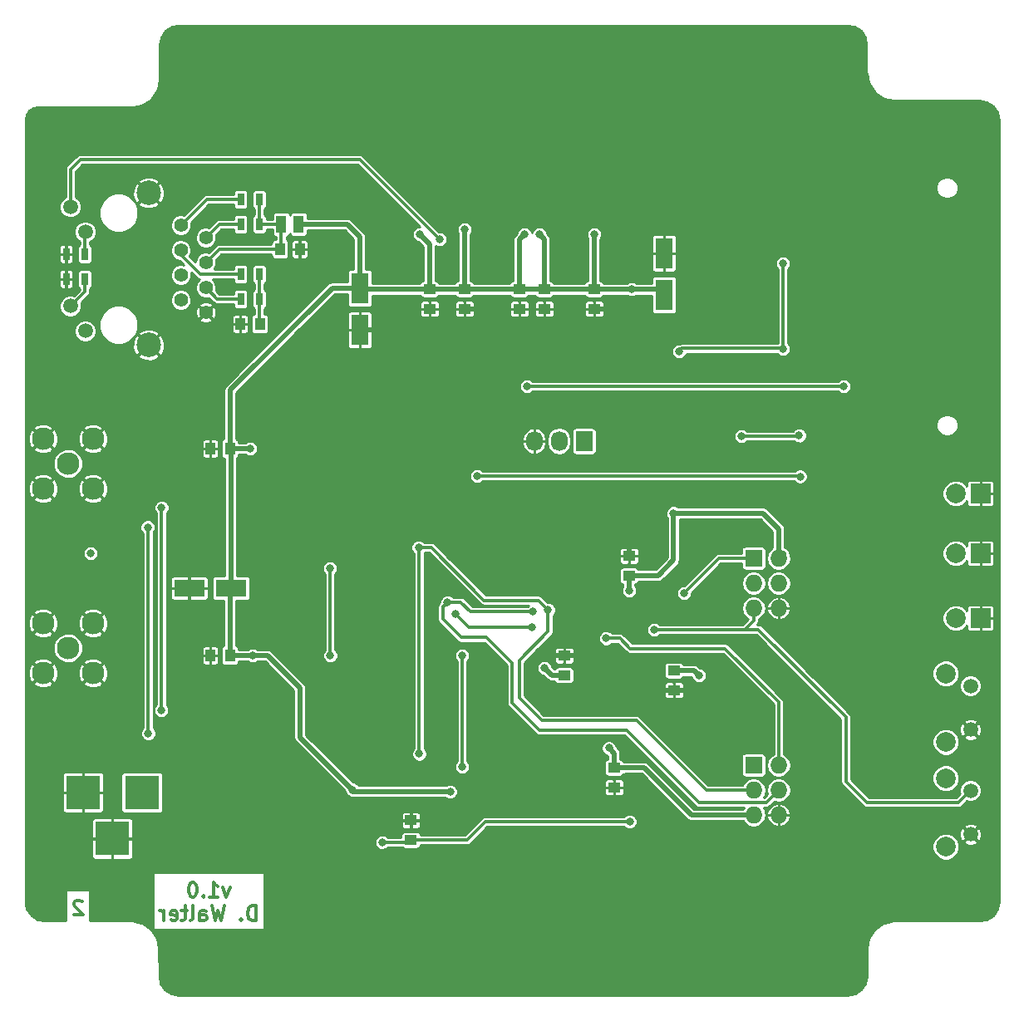
<source format=gbl>
G04 #@! TF.FileFunction,Copper,L2,Bot,Signal*
%FSLAX46Y46*%
G04 Gerber Fmt 4.6, Leading zero omitted, Abs format (unit mm)*
G04 Created by KiCad (PCBNEW 4.0.2-stable) date 28.04.2016 23:09:56*
%MOMM*%
G01*
G04 APERTURE LIST*
%ADD10C,0.100000*%
%ADD11C,0.300000*%
%ADD12C,1.501140*%
%ADD13C,1.998980*%
%ADD14R,1.250000X1.000000*%
%ADD15C,1.400000*%
%ADD16C,2.500000*%
%ADD17C,1.500000*%
%ADD18R,1.000000X1.250000*%
%ADD19R,3.500120X3.500120*%
%ADD20R,2.000000X2.000000*%
%ADD21C,2.000000*%
%ADD22R,1.016000X1.778000*%
%ADD23R,1.727200X1.727200*%
%ADD24O,1.727200X1.727200*%
%ADD25R,1.727200X2.032000*%
%ADD26O,1.727200X2.032000*%
%ADD27R,0.700000X1.300000*%
%ADD28C,2.300000*%
%ADD29R,1.800860X3.149600*%
%ADD30R,3.149600X1.800860*%
%ADD31C,0.800000*%
%ADD32C,0.500000*%
%ADD33C,0.254000*%
G04 APERTURE END LIST*
D10*
D11*
X123427856Y-128526571D02*
X123070713Y-129526571D01*
X122713571Y-128526571D01*
X121356428Y-129526571D02*
X122213571Y-129526571D01*
X121784999Y-129526571D02*
X121784999Y-128026571D01*
X121927856Y-128240857D01*
X122070714Y-128383714D01*
X122213571Y-128455143D01*
X120713571Y-129383714D02*
X120642143Y-129455143D01*
X120713571Y-129526571D01*
X120785000Y-129455143D01*
X120713571Y-129383714D01*
X120713571Y-129526571D01*
X119713571Y-128026571D02*
X119570714Y-128026571D01*
X119427857Y-128098000D01*
X119356428Y-128169429D01*
X119284999Y-128312286D01*
X119213571Y-128598000D01*
X119213571Y-128955143D01*
X119284999Y-129240857D01*
X119356428Y-129383714D01*
X119427857Y-129455143D01*
X119570714Y-129526571D01*
X119713571Y-129526571D01*
X119856428Y-129455143D01*
X119927857Y-129383714D01*
X119999285Y-129240857D01*
X120070714Y-128955143D01*
X120070714Y-128598000D01*
X119999285Y-128312286D01*
X119927857Y-128169429D01*
X119856428Y-128098000D01*
X119713571Y-128026571D01*
X126070714Y-131926571D02*
X126070714Y-130426571D01*
X125713571Y-130426571D01*
X125499286Y-130498000D01*
X125356428Y-130640857D01*
X125285000Y-130783714D01*
X125213571Y-131069429D01*
X125213571Y-131283714D01*
X125285000Y-131569429D01*
X125356428Y-131712286D01*
X125499286Y-131855143D01*
X125713571Y-131926571D01*
X126070714Y-131926571D01*
X124570714Y-131783714D02*
X124499286Y-131855143D01*
X124570714Y-131926571D01*
X124642143Y-131855143D01*
X124570714Y-131783714D01*
X124570714Y-131926571D01*
X122856428Y-130426571D02*
X122499285Y-131926571D01*
X122213571Y-130855143D01*
X121927857Y-131926571D01*
X121570714Y-130426571D01*
X120356428Y-131926571D02*
X120356428Y-131140857D01*
X120427857Y-130998000D01*
X120570714Y-130926571D01*
X120856428Y-130926571D01*
X120999285Y-130998000D01*
X120356428Y-131855143D02*
X120499285Y-131926571D01*
X120856428Y-131926571D01*
X120999285Y-131855143D01*
X121070714Y-131712286D01*
X121070714Y-131569429D01*
X120999285Y-131426571D01*
X120856428Y-131355143D01*
X120499285Y-131355143D01*
X120356428Y-131283714D01*
X119427856Y-131926571D02*
X119570714Y-131855143D01*
X119642142Y-131712286D01*
X119642142Y-130426571D01*
X119070714Y-130926571D02*
X118499285Y-130926571D01*
X118856428Y-130426571D02*
X118856428Y-131712286D01*
X118785000Y-131855143D01*
X118642142Y-131926571D01*
X118499285Y-131926571D01*
X117427857Y-131855143D02*
X117570714Y-131926571D01*
X117856428Y-131926571D01*
X117999285Y-131855143D01*
X118070714Y-131712286D01*
X118070714Y-131140857D01*
X117999285Y-130998000D01*
X117856428Y-130926571D01*
X117570714Y-130926571D01*
X117427857Y-130998000D01*
X117356428Y-131140857D01*
X117356428Y-131283714D01*
X118070714Y-131426571D01*
X116713571Y-131926571D02*
X116713571Y-130926571D01*
X116713571Y-131212286D02*
X116642143Y-131069429D01*
X116570714Y-130998000D01*
X116427857Y-130926571D01*
X116285000Y-130926571D01*
X108378571Y-130004429D02*
X108307142Y-129933000D01*
X108164285Y-129861571D01*
X107807142Y-129861571D01*
X107664285Y-129933000D01*
X107592856Y-130004429D01*
X107521428Y-130147286D01*
X107521428Y-130290143D01*
X107592856Y-130504429D01*
X108449999Y-131361571D01*
X107521428Y-131361571D01*
D12*
X198882000Y-123126500D03*
X198882000Y-118681500D03*
D13*
X196342000Y-124396500D03*
X196342000Y-117411500D03*
D14*
X160528000Y-69580000D03*
X160528000Y-67580000D03*
D15*
X118432000Y-63602000D03*
X118432000Y-61062000D03*
X120972000Y-62332000D03*
X120972000Y-64872000D03*
X118432000Y-66142000D03*
X120972000Y-67412000D03*
X118432000Y-68682000D03*
X120972000Y-69952000D03*
D16*
X115142000Y-57757000D03*
X115142000Y-73257000D03*
D17*
X107192000Y-69292000D03*
X108712000Y-71832000D03*
X107192000Y-59182000D03*
X108712000Y-61722000D03*
D14*
X155448000Y-69580000D03*
X155448000Y-67580000D03*
X143764000Y-69580000D03*
X143764000Y-67580000D03*
X147320000Y-69580000D03*
X147320000Y-67580000D03*
X152908000Y-69580000D03*
X152908000Y-67580000D03*
D18*
X130540000Y-63500000D03*
X128540000Y-63500000D03*
X124476000Y-71120000D03*
X126476000Y-71120000D03*
X121428000Y-83820000D03*
X123428000Y-83820000D03*
X121428000Y-104902000D03*
X123428000Y-104902000D03*
D14*
X164084000Y-94758000D03*
X164084000Y-96758000D03*
X157480000Y-104918000D03*
X157480000Y-106918000D03*
X168656000Y-108442000D03*
X168656000Y-106442000D03*
X162560000Y-118348000D03*
X162560000Y-116348000D03*
D19*
X114457480Y-118872000D03*
X108458000Y-118872000D03*
X111457740Y-123571000D03*
D20*
X199898000Y-101092000D03*
D21*
X197358000Y-101092000D03*
D20*
X199898000Y-94488000D03*
D21*
X197358000Y-94488000D03*
D22*
X130429000Y-60960000D03*
X128651000Y-60960000D03*
D23*
X176784000Y-94996000D03*
D24*
X179324000Y-94996000D03*
X176784000Y-97536000D03*
X179324000Y-97536000D03*
X176784000Y-100076000D03*
X179324000Y-100076000D03*
D23*
X176784000Y-116078000D03*
D24*
X179324000Y-116078000D03*
X176784000Y-118618000D03*
X179324000Y-118618000D03*
X176784000Y-121158000D03*
X179324000Y-121158000D03*
D25*
X159512000Y-83058000D03*
D26*
X156972000Y-83058000D03*
X154432000Y-83058000D03*
D27*
X124526000Y-60960000D03*
X126426000Y-60960000D03*
X124526000Y-58420000D03*
X126426000Y-58420000D03*
X126426000Y-66040000D03*
X124526000Y-66040000D03*
X126426000Y-68580000D03*
X124526000Y-68580000D03*
X106746000Y-64008000D03*
X108646000Y-64008000D03*
X106746000Y-66548000D03*
X108646000Y-66548000D03*
D28*
X106934000Y-85344000D03*
X109474000Y-87884000D03*
X109474000Y-82804000D03*
X104394000Y-82804000D03*
X104394000Y-87884000D03*
X106934000Y-104140000D03*
X109474000Y-106680000D03*
X109474000Y-101600000D03*
X104394000Y-101600000D03*
X104394000Y-106680000D03*
D12*
X198882000Y-112458500D03*
X198882000Y-108013500D03*
D13*
X196342000Y-113728500D03*
X196342000Y-106743500D03*
D14*
X141870000Y-121708000D03*
X141870000Y-123708000D03*
D20*
X199898000Y-88392000D03*
D21*
X197358000Y-88392000D03*
D29*
X167640000Y-63914020D03*
X167640000Y-68165980D03*
D30*
X119286020Y-98044000D03*
X123537980Y-98044000D03*
D29*
X136652000Y-71721980D03*
X136652000Y-67470020D03*
D31*
X109220000Y-94488000D03*
X187388881Y-43053000D03*
X182388881Y-43053000D03*
X177388881Y-43053000D03*
X172388881Y-43053000D03*
X167388881Y-43053000D03*
X162388881Y-43053000D03*
X157388881Y-43053000D03*
X152388881Y-43053000D03*
X147388881Y-43053000D03*
X142388881Y-43053000D03*
X137388881Y-43053000D03*
X132388881Y-43053000D03*
X127388881Y-43053000D03*
X122388881Y-43053000D03*
X117388881Y-43053000D03*
X198242843Y-80310725D03*
X193242843Y-80310725D03*
X188242843Y-80310725D03*
X198242843Y-75310725D03*
X193242843Y-75310725D03*
X188242843Y-75310725D03*
X198242843Y-70310725D03*
X193242843Y-70310725D03*
X188242843Y-70310725D03*
X198242843Y-65310725D03*
X193242843Y-65310725D03*
X188242843Y-65310725D03*
X198242843Y-60310725D03*
X193242843Y-60310725D03*
X188242843Y-60310725D03*
X103505000Y-50038000D03*
X198505000Y-50038000D03*
X193505000Y-50038000D03*
X188505000Y-50038000D03*
X183505000Y-50038000D03*
X178505000Y-50038000D03*
X173505000Y-50038000D03*
X168505000Y-50038000D03*
X163505000Y-50038000D03*
X158505000Y-50038000D03*
X153505000Y-50038000D03*
X148505000Y-50038000D03*
X143505000Y-50038000D03*
X138505000Y-50038000D03*
X133505000Y-50038000D03*
X128505000Y-50038000D03*
X123505000Y-50038000D03*
X118505000Y-50038000D03*
X113505000Y-50038000D03*
X108505000Y-50038000D03*
X150758550Y-130119238D03*
X154940000Y-130048000D03*
X195175000Y-130048000D03*
X190175000Y-130048000D03*
X180175000Y-130048000D03*
X185175000Y-130048000D03*
X200175000Y-130048000D03*
X175175000Y-130048000D03*
X160175000Y-130048000D03*
X165175000Y-130048000D03*
X170175000Y-130048000D03*
X187475000Y-137668000D03*
X182475000Y-137668000D03*
X177475000Y-137668000D03*
X172475000Y-137668000D03*
X167475000Y-137668000D03*
X162475000Y-137668000D03*
X157475000Y-137668000D03*
X152475000Y-137668000D03*
X147475000Y-137668000D03*
X142475000Y-137668000D03*
X137475000Y-137668000D03*
X132475000Y-137668000D03*
X127475000Y-137668000D03*
X122475000Y-137668000D03*
X117475000Y-137668000D03*
X143510000Y-81788000D03*
X135255000Y-129413000D03*
X138811000Y-125984000D03*
X133659003Y-81774365D03*
X169926000Y-63754000D03*
X162814000Y-69596000D03*
X162306000Y-55880000D03*
X134366000Y-55880000D03*
X149860000Y-69596000D03*
X145034000Y-76962000D03*
X151892000Y-59944000D03*
X139446000Y-71628000D03*
X133604000Y-77724000D03*
X160020000Y-104648000D03*
X160020000Y-108458000D03*
X164846000Y-108458000D03*
X164592000Y-105664000D03*
X162306000Y-88392000D03*
X154168975Y-106651588D03*
X181927204Y-68299755D03*
X139875884Y-103013691D03*
X174797589Y-74994716D03*
X164084000Y-119888000D03*
X173228000Y-106680000D03*
X135890000Y-118587892D03*
X145870000Y-118783578D03*
X162038697Y-114340914D03*
X168617200Y-90401827D03*
X155456531Y-106159264D03*
X171196000Y-106934000D03*
X164338000Y-67564000D03*
X125730000Y-104902000D03*
X125476000Y-83820000D03*
X164084000Y-98298000D03*
X160528000Y-61976000D03*
X154940000Y-61976000D03*
X153416000Y-61976000D03*
X147320000Y-61468000D03*
X142748000Y-61976000D03*
X181509646Y-86662485D03*
X148590000Y-86614000D03*
X169672000Y-98552000D03*
X179760880Y-64963040D03*
X179781200Y-73639680D03*
X169164000Y-73914000D03*
X144780000Y-62484000D03*
X142642187Y-93881109D03*
X155846989Y-100272441D03*
X142722165Y-114930522D03*
X145588688Y-99470279D03*
X116475534Y-89834583D03*
X116455691Y-110471144D03*
X154314888Y-100441609D03*
X146413217Y-100707076D03*
X161758987Y-103149689D03*
X115053918Y-91841569D03*
X115122493Y-112837571D03*
X154197031Y-102050007D03*
X138938000Y-123952000D03*
X164150000Y-121854000D03*
X181403586Y-82490789D03*
X175514000Y-82550000D03*
X166636064Y-102267731D03*
X147103223Y-116231342D03*
X133650990Y-104886760D03*
X133604000Y-96012000D03*
X147066000Y-104902000D03*
X153670000Y-77470000D03*
X185928000Y-77470000D03*
D32*
X117388881Y-43053000D02*
X117388881Y-48921881D01*
X117388881Y-48921881D02*
X118505000Y-50038000D01*
X182388881Y-43053000D02*
X187388881Y-43053000D01*
X177388881Y-43053000D02*
X182388881Y-43053000D01*
X172388881Y-43053000D02*
X177388881Y-43053000D01*
X167388881Y-43053000D02*
X172388881Y-43053000D01*
X162388881Y-43053000D02*
X167388881Y-43053000D01*
X157388881Y-43053000D02*
X162388881Y-43053000D01*
X152388881Y-43053000D02*
X157388881Y-43053000D01*
X147388881Y-43053000D02*
X152388881Y-43053000D01*
X142388881Y-43053000D02*
X147388881Y-43053000D01*
X137388881Y-43053000D02*
X142388881Y-43053000D01*
X132388881Y-43053000D02*
X137388881Y-43053000D01*
X127388881Y-43053000D02*
X132388881Y-43053000D01*
X122388881Y-43053000D02*
X127388881Y-43053000D01*
X117388881Y-43053000D02*
X122388881Y-43053000D01*
X193242843Y-60310725D02*
X198242843Y-60310725D01*
X193242843Y-65310725D02*
X193242843Y-64745040D01*
X193242843Y-64745040D02*
X193242843Y-60310725D01*
X198242843Y-65310725D02*
X193242843Y-65310725D01*
X198242843Y-70310725D02*
X198242843Y-69745040D01*
X198242843Y-69745040D02*
X198242843Y-65310725D01*
X193242843Y-70310725D02*
X198242843Y-70310725D01*
X193242843Y-75310725D02*
X193242843Y-70310725D01*
X198242843Y-75310725D02*
X193242843Y-75310725D01*
X198242843Y-80310725D02*
X198242843Y-75310725D01*
X198242843Y-80310725D02*
X197677158Y-80310725D01*
X197677158Y-80310725D02*
X197277159Y-79910726D01*
X197277159Y-79910726D02*
X193642842Y-79910726D01*
X193642842Y-79910726D02*
X193242843Y-80310725D01*
X187842844Y-59910726D02*
X188242843Y-60310725D01*
X183505000Y-55572882D02*
X187842844Y-59910726D01*
X183505000Y-50038000D02*
X183505000Y-55572882D01*
X193505000Y-50038000D02*
X198505000Y-50038000D01*
X188505000Y-50038000D02*
X193505000Y-50038000D01*
X183505000Y-50038000D02*
X188505000Y-50038000D01*
X178505000Y-50038000D02*
X183505000Y-50038000D01*
X173505000Y-50038000D02*
X178505000Y-50038000D01*
X168505000Y-50038000D02*
X173505000Y-50038000D01*
X163505000Y-50038000D02*
X168505000Y-50038000D01*
X158505000Y-50038000D02*
X163505000Y-50038000D01*
X153505000Y-50038000D02*
X158505000Y-50038000D01*
X153505000Y-50038000D02*
X148505000Y-50038000D01*
X143505000Y-50038000D02*
X148505000Y-50038000D01*
X138505000Y-50038000D02*
X143505000Y-50038000D01*
X133505000Y-50038000D02*
X138505000Y-50038000D01*
X128505000Y-50038000D02*
X133505000Y-50038000D01*
X123505000Y-50038000D02*
X128505000Y-50038000D01*
X118505000Y-50038000D02*
X123505000Y-50038000D01*
X113505000Y-50038000D02*
X118505000Y-50038000D01*
X108505000Y-50038000D02*
X113505000Y-50038000D01*
X103505000Y-50038000D02*
X108505000Y-50038000D01*
X150758550Y-130119238D02*
X154868762Y-130119238D01*
X154868762Y-130119238D02*
X154940000Y-130048000D01*
X154940000Y-130048000D02*
X160175000Y-130048000D01*
X190175000Y-130048000D02*
X195175000Y-130048000D01*
X195175000Y-130048000D02*
X200175000Y-130048000D01*
X160175000Y-130048000D02*
X165175000Y-130048000D01*
X165175000Y-130048000D02*
X170175000Y-130048000D01*
X170175000Y-130048000D02*
X175175000Y-130048000D01*
X180175000Y-130048000D02*
X175175000Y-130048000D01*
X180175000Y-130048000D02*
X185175000Y-130048000D01*
X185175000Y-130048000D02*
X190175000Y-130048000D01*
X182475000Y-137668000D02*
X187475000Y-137668000D01*
X177475000Y-137668000D02*
X182475000Y-137668000D01*
X172475000Y-137668000D02*
X177475000Y-137668000D01*
X167475000Y-137668000D02*
X172475000Y-137668000D01*
X167475000Y-137668000D02*
X162475000Y-137668000D01*
X157475000Y-137668000D02*
X162475000Y-137668000D01*
X152475000Y-137668000D02*
X157475000Y-137668000D01*
X147475000Y-137668000D02*
X152475000Y-137668000D01*
X142475000Y-137668000D02*
X147475000Y-137668000D01*
X137475000Y-137668000D02*
X142475000Y-137668000D01*
X132475000Y-137668000D02*
X137475000Y-137668000D01*
X127475000Y-137668000D02*
X132475000Y-137668000D01*
X122475000Y-137668000D02*
X127475000Y-137668000D01*
X117475000Y-137668000D02*
X122475000Y-137668000D01*
X160528000Y-69580000D02*
X162798000Y-69580000D01*
X162798000Y-69580000D02*
X162814000Y-69596000D01*
X147320000Y-69580000D02*
X149844000Y-69580000D01*
X149844000Y-69580000D02*
X149860000Y-69596000D01*
X136652000Y-71721980D02*
X139352020Y-71721980D01*
X139352020Y-71721980D02*
X139446000Y-71628000D01*
X157480000Y-104918000D02*
X159750000Y-104918000D01*
X159750000Y-104918000D02*
X160020000Y-104648000D01*
X168656000Y-108442000D02*
X164862000Y-108442000D01*
X164862000Y-108442000D02*
X164846000Y-108458000D01*
X164084000Y-94758000D02*
X164084000Y-90170000D01*
X164084000Y-90170000D02*
X162306000Y-88392000D01*
X154168975Y-106085903D02*
X154168975Y-106651588D01*
X155336878Y-104918000D02*
X154168975Y-106085903D01*
X157480000Y-104918000D02*
X155336878Y-104918000D01*
X168656000Y-108442000D02*
X171466000Y-108442000D01*
X171466000Y-108442000D02*
X173228000Y-106680000D01*
X130556000Y-113253892D02*
X135890000Y-118587892D01*
X135890000Y-118587892D02*
X136085686Y-118783578D01*
X125730000Y-104902000D02*
X127239558Y-104902000D01*
X127239558Y-104902000D02*
X130556000Y-108218442D01*
X130556000Y-108218442D02*
X130556000Y-113253892D01*
X139026422Y-118783578D02*
X145870000Y-118783578D01*
X136085686Y-118783578D02*
X139026422Y-118783578D01*
X123428000Y-83820000D02*
X123428000Y-79518000D01*
X123428000Y-79518000D02*
X123444000Y-79502000D01*
X123444000Y-79502000D02*
X123444000Y-77846395D01*
X123444000Y-77846395D02*
X133841992Y-67448403D01*
X133841992Y-67448403D02*
X136165617Y-67448403D01*
X136165617Y-67448403D02*
X136652000Y-66962020D01*
X136652000Y-66962020D02*
X137269980Y-67580000D01*
X137269980Y-67580000D02*
X141240000Y-67580000D01*
X141240000Y-67580000D02*
X143764000Y-67580000D01*
X162438696Y-114740913D02*
X162038697Y-114340914D01*
X162560000Y-114862217D02*
X162438696Y-114740913D01*
X162560000Y-116348000D02*
X162560000Y-114862217D01*
X179832000Y-94488000D02*
X179324000Y-94996000D01*
X164084000Y-96758000D02*
X167066285Y-96758000D01*
X167066285Y-96758000D02*
X168617200Y-95207085D01*
X168617200Y-95207085D02*
X168617200Y-90967512D01*
X168617200Y-90967512D02*
X168617200Y-90401827D01*
X179324000Y-94996000D02*
X179324000Y-92009878D01*
X179324000Y-92009878D02*
X177715949Y-90401827D01*
X177715949Y-90401827D02*
X169182885Y-90401827D01*
X169182885Y-90401827D02*
X168617200Y-90401827D01*
X162560000Y-116348000D02*
X163685000Y-116348000D01*
X165597261Y-116332000D02*
X170423261Y-121158000D01*
X163685000Y-116348000D02*
X163701000Y-116332000D01*
X163701000Y-116332000D02*
X165597261Y-116332000D01*
X170423261Y-121158000D02*
X176784000Y-121158000D01*
X130429000Y-60960000D02*
X135382000Y-60960000D01*
X136652000Y-62230000D02*
X136652000Y-66962020D01*
X135382000Y-60960000D02*
X136652000Y-62230000D01*
X155856530Y-106559263D02*
X155456531Y-106159264D01*
X157480000Y-106918000D02*
X156215267Y-106918000D01*
X156215267Y-106918000D02*
X155856530Y-106559263D01*
X170704000Y-106442000D02*
X168656000Y-106442000D01*
X171196000Y-106934000D02*
X170704000Y-106442000D01*
X164338000Y-67564000D02*
X164338000Y-67580000D01*
X164338000Y-67580000D02*
X164338000Y-67564000D01*
X164338000Y-67564000D02*
X164338000Y-67580000D01*
X125730000Y-104902000D02*
X123428000Y-104902000D01*
X125476000Y-83820000D02*
X123428000Y-83820000D01*
X164084000Y-96758000D02*
X163959000Y-96758000D01*
X160528000Y-67580000D02*
X164338000Y-67580000D01*
X164338000Y-67580000D02*
X167054020Y-67580000D01*
X167054020Y-67580000D02*
X167640000Y-68165980D01*
X155448000Y-67580000D02*
X160528000Y-67580000D01*
X152908000Y-67580000D02*
X155448000Y-67580000D01*
X147320000Y-67580000D02*
X152908000Y-67580000D01*
X143764000Y-67580000D02*
X147320000Y-67580000D01*
X123537980Y-98044000D02*
X123537980Y-83929980D01*
X123537980Y-83929980D02*
X123428000Y-83820000D01*
X123428000Y-104902000D02*
X123428000Y-98153980D01*
X123428000Y-98153980D02*
X123537980Y-98044000D01*
X164084000Y-98298000D02*
X164084000Y-96758000D01*
X160528000Y-67580000D02*
X160528000Y-61976000D01*
X155448000Y-67580000D02*
X155448000Y-62484000D01*
X155448000Y-62484000D02*
X154940000Y-61976000D01*
X152908000Y-67580000D02*
X152908000Y-62484000D01*
X152908000Y-62484000D02*
X153416000Y-61976000D01*
X147320000Y-67580000D02*
X147320000Y-61468000D01*
X143764000Y-67580000D02*
X143764000Y-62992000D01*
X143764000Y-62992000D02*
X142748000Y-61976000D01*
D11*
X128540000Y-63500000D02*
X122344000Y-63500000D01*
X122344000Y-63500000D02*
X120972000Y-64872000D01*
X128651000Y-60960000D02*
X128651000Y-63389000D01*
X128651000Y-63389000D02*
X128540000Y-63500000D01*
X126426000Y-60960000D02*
X128651000Y-60960000D01*
X126426000Y-58420000D02*
X126426000Y-60960000D01*
X181461161Y-86614000D02*
X181509646Y-86662485D01*
X148590000Y-86614000D02*
X181461161Y-86614000D01*
X169672000Y-98552000D02*
X173228000Y-94996000D01*
X173228000Y-94996000D02*
X176784000Y-94996000D01*
X169164000Y-73914000D02*
X169460401Y-73617599D01*
X169460401Y-73617599D02*
X179759119Y-73617599D01*
X179759119Y-73617599D02*
X179781200Y-73639680D01*
X179781200Y-64983360D02*
X179760880Y-64963040D01*
X179781200Y-73639680D02*
X179781200Y-64983360D01*
X124526000Y-68580000D02*
X122140000Y-68580000D01*
X122140000Y-68580000D02*
X120972000Y-67412000D01*
X121124000Y-67564000D02*
X120972000Y-67412000D01*
X124526000Y-66040000D02*
X120396000Y-66040000D01*
X120396000Y-66040000D02*
X118432000Y-64076000D01*
X118432000Y-64076000D02*
X118432000Y-63602000D01*
X118534000Y-63500000D02*
X118432000Y-63602000D01*
X124526000Y-60960000D02*
X122344000Y-60960000D01*
X122344000Y-60960000D02*
X120972000Y-62332000D01*
X124526000Y-58420000D02*
X121074000Y-58420000D01*
X121074000Y-58420000D02*
X118432000Y-61062000D01*
X107192000Y-55368000D02*
X107192000Y-59182000D01*
X108204000Y-54356000D02*
X107192000Y-55368000D01*
X136652000Y-54356000D02*
X108204000Y-54356000D01*
X144780000Y-62484000D02*
X136652000Y-54356000D01*
X176784000Y-118618000D02*
X171958000Y-118618000D01*
X171958000Y-118618000D02*
X164846000Y-111506000D01*
X152908000Y-105410000D02*
X155846989Y-102471011D01*
X164846000Y-111506000D02*
X155194000Y-111506000D01*
X155194000Y-111506000D02*
X152908000Y-109220000D01*
X152908000Y-109220000D02*
X152908000Y-105410000D01*
X155846989Y-102471011D02*
X155846989Y-100272441D01*
X155846989Y-100272441D02*
X155856627Y-100262803D01*
X155846989Y-100272441D02*
X154864876Y-99290328D01*
X154864876Y-99290328D02*
X149328328Y-99290328D01*
X143919109Y-93881109D02*
X142642187Y-93881109D01*
X149328328Y-99290328D02*
X143919109Y-93881109D01*
X142722165Y-114930522D02*
X142722165Y-93961087D01*
X142722165Y-93961087D02*
X142642187Y-93881109D01*
X179324000Y-118618000D02*
X178054000Y-119888000D01*
X178054000Y-119888000D02*
X171196000Y-119888000D01*
X171196000Y-119888000D02*
X163830000Y-112522000D01*
X163830000Y-112522000D02*
X154940000Y-112522000D01*
X154940000Y-112522000D02*
X152146000Y-109728000D01*
X152146000Y-109728000D02*
X152146000Y-105664000D01*
X146976978Y-103082674D02*
X145114548Y-101220244D01*
X152146000Y-105664000D02*
X149564674Y-103082674D01*
X149564674Y-103082674D02*
X146976978Y-103082674D01*
X145114548Y-101220244D02*
X145114548Y-99944419D01*
X145114548Y-99944419D02*
X145188689Y-99870278D01*
X145188689Y-99870278D02*
X145588688Y-99470279D01*
X154314888Y-100441609D02*
X147925642Y-100441609D01*
X147925642Y-100441609D02*
X146954314Y-99470281D01*
X146954314Y-99470281D02*
X145588690Y-99470281D01*
X145588690Y-99470281D02*
X145588688Y-99470279D01*
X116455691Y-89854426D02*
X116475534Y-89834583D01*
X116455691Y-110471144D02*
X116455691Y-89854426D01*
X146813216Y-101107075D02*
X146413217Y-100707076D01*
X147756148Y-102050007D02*
X146813216Y-101107075D01*
X154197031Y-102050007D02*
X147756148Y-102050007D01*
X179324000Y-116078000D02*
X179324000Y-109651642D01*
X179324000Y-109651642D02*
X173875225Y-104202867D01*
X173875225Y-104202867D02*
X164183506Y-104202867D01*
X164183506Y-104202867D02*
X163130328Y-103149689D01*
X163130328Y-103149689D02*
X161758987Y-103149689D01*
X115122493Y-112837571D02*
X115122493Y-91910144D01*
X115122493Y-91910144D02*
X115053918Y-91841569D01*
X126426000Y-68580000D02*
X126426000Y-71070000D01*
X126426000Y-71070000D02*
X126476000Y-71120000D01*
X126426000Y-66040000D02*
X126426000Y-68580000D01*
X138938000Y-123952000D02*
X141626000Y-123952000D01*
X141626000Y-123952000D02*
X141870000Y-123708000D01*
X141870000Y-123708000D02*
X147564000Y-123708000D01*
X147564000Y-123708000D02*
X149418000Y-121854000D01*
X149418000Y-121854000D02*
X164150000Y-121854000D01*
X181344375Y-82550000D02*
X181403586Y-82490789D01*
X175514000Y-82550000D02*
X181344375Y-82550000D01*
X175853073Y-102270206D02*
X177239956Y-102270206D01*
X177239956Y-102270206D02*
X186180595Y-111210845D01*
X198831633Y-118681500D02*
X198882000Y-118681500D01*
X186180595Y-111210845D02*
X186180595Y-117767525D01*
X186180595Y-117767525D02*
X188312792Y-119899722D01*
X188312792Y-119899722D02*
X197613411Y-119899722D01*
X197613411Y-119899722D02*
X198831633Y-118681500D01*
X174589794Y-102270206D02*
X176006067Y-102270206D01*
X167201749Y-102267731D02*
X166636064Y-102267731D01*
X174587319Y-102267731D02*
X167201749Y-102267731D01*
X174589794Y-102270206D02*
X174587319Y-102267731D01*
X174589794Y-102270206D02*
X175853073Y-102270206D01*
X175853073Y-102270206D02*
X176784000Y-101339279D01*
X176784000Y-101339279D02*
X176784000Y-100076000D01*
X147066000Y-104902000D02*
X147066000Y-116194119D01*
X147066000Y-116194119D02*
X147103223Y-116231342D01*
X133604000Y-96012000D02*
X133604000Y-104839770D01*
X133604000Y-104839770D02*
X133650990Y-104886760D01*
X185928000Y-77470000D02*
X153670000Y-77470000D01*
X108646000Y-64008000D02*
X108646000Y-61788000D01*
X108646000Y-61788000D02*
X108712000Y-61722000D01*
X108646000Y-66548000D02*
X108646000Y-67838000D01*
X108646000Y-67838000D02*
X107192000Y-69292000D01*
D33*
G36*
X187068282Y-40852003D02*
X187696582Y-41271819D01*
X188116397Y-41900117D01*
X188272708Y-42685944D01*
X188272708Y-45505658D01*
X188281470Y-45549708D01*
X188281470Y-45594619D01*
X188464281Y-46513672D01*
X188532369Y-46678051D01*
X189052969Y-47457183D01*
X189052970Y-47457186D01*
X189178780Y-47582996D01*
X189957915Y-48103597D01*
X190122294Y-48171685D01*
X191041347Y-48354496D01*
X191086258Y-48354496D01*
X191130308Y-48363258D01*
X199736634Y-48363258D01*
X200524127Y-48515495D01*
X201154169Y-48931585D01*
X201577021Y-49557108D01*
X201737276Y-50340681D01*
X201751262Y-129952386D01*
X201594916Y-130738390D01*
X201175101Y-131366688D01*
X200546801Y-131786504D01*
X199760759Y-131942858D01*
X191155670Y-131942858D01*
X191111620Y-131951620D01*
X191066709Y-131951620D01*
X190147656Y-132134431D01*
X189983277Y-132202519D01*
X189204142Y-132723120D01*
X189078332Y-132848930D01*
X189078332Y-132848931D01*
X188557731Y-133628065D01*
X188489643Y-133792444D01*
X188306832Y-134711497D01*
X188306832Y-134756408D01*
X188298070Y-134800458D01*
X188298070Y-137555547D01*
X188141716Y-138341590D01*
X187721901Y-138969888D01*
X187093601Y-139389704D01*
X186307539Y-139546062D01*
X118215044Y-139551996D01*
X117425971Y-139394502D01*
X116795154Y-138972406D01*
X116373558Y-138340548D01*
X116225817Y-137604734D01*
X116225981Y-137603871D01*
X116200543Y-134794671D01*
X116191800Y-134752706D01*
X116191800Y-134709839D01*
X116008989Y-133790786D01*
X115940901Y-133626407D01*
X115420300Y-132847272D01*
X115294490Y-132721462D01*
X115294487Y-132721461D01*
X114515355Y-132200861D01*
X114350976Y-132132773D01*
X113431923Y-131949962D01*
X113386736Y-131949962D01*
X113342401Y-131941200D01*
X109195286Y-131946305D01*
X109195286Y-128802000D01*
X106704715Y-128802000D01*
X106704715Y-131949371D01*
X104613096Y-131951946D01*
X103820645Y-131799804D01*
X103186023Y-131381857D01*
X102759650Y-130752864D01*
X102673401Y-130333884D01*
X102671254Y-126967000D01*
X115611143Y-126967000D01*
X115611143Y-132829000D01*
X126958857Y-132829000D01*
X126958857Y-126967000D01*
X115611143Y-126967000D01*
X102671254Y-126967000D01*
X102669162Y-123689250D01*
X109326680Y-123689250D01*
X109326680Y-125396845D01*
X109384684Y-125536879D01*
X109491860Y-125644056D01*
X109631894Y-125702060D01*
X111339490Y-125702060D01*
X111434740Y-125606810D01*
X111434740Y-123594000D01*
X111480740Y-123594000D01*
X111480740Y-125606810D01*
X111575990Y-125702060D01*
X113283586Y-125702060D01*
X113423620Y-125644056D01*
X113530796Y-125536879D01*
X113588800Y-125396845D01*
X113588800Y-124106669D01*
X138156864Y-124106669D01*
X138275514Y-124393823D01*
X138495021Y-124613714D01*
X138781968Y-124732864D01*
X139092669Y-124733136D01*
X139245730Y-124669892D01*
X194961271Y-124669892D01*
X195170995Y-125177463D01*
X195558994Y-125566140D01*
X196066199Y-125776749D01*
X196615392Y-125777229D01*
X197122963Y-125567505D01*
X197511640Y-125179506D01*
X197722249Y-124672301D01*
X197722729Y-124123108D01*
X197626846Y-123891051D01*
X198149975Y-123891051D01*
X198222592Y-124073228D01*
X198635083Y-124253507D01*
X199085166Y-124262210D01*
X199504318Y-124098010D01*
X199541408Y-124073228D01*
X199614025Y-123891051D01*
X198882000Y-123159027D01*
X198149975Y-123891051D01*
X197626846Y-123891051D01*
X197513005Y-123615537D01*
X197227633Y-123329666D01*
X197746290Y-123329666D01*
X197910490Y-123748818D01*
X197935272Y-123785908D01*
X198117449Y-123858525D01*
X198849473Y-123126500D01*
X198914527Y-123126500D01*
X199646551Y-123858525D01*
X199828728Y-123785908D01*
X200009007Y-123373417D01*
X200017710Y-122923334D01*
X199853510Y-122504182D01*
X199828728Y-122467092D01*
X199646551Y-122394475D01*
X198914527Y-123126500D01*
X198849473Y-123126500D01*
X198117449Y-122394475D01*
X197935272Y-122467092D01*
X197754993Y-122879583D01*
X197746290Y-123329666D01*
X197227633Y-123329666D01*
X197125006Y-123226860D01*
X196617801Y-123016251D01*
X196068608Y-123015771D01*
X195561037Y-123225495D01*
X195172360Y-123613494D01*
X194961751Y-124120699D01*
X194961271Y-124669892D01*
X139245730Y-124669892D01*
X139379823Y-124614486D01*
X139511539Y-124483000D01*
X140972598Y-124483000D01*
X141093866Y-124565859D01*
X141245000Y-124596464D01*
X142495000Y-124596464D01*
X142636190Y-124569897D01*
X142765865Y-124486454D01*
X142852859Y-124359134D01*
X142877186Y-124239000D01*
X147564000Y-124239000D01*
X147767205Y-124198580D01*
X147939474Y-124083474D01*
X149637948Y-122385000D01*
X163576535Y-122385000D01*
X163707021Y-122515714D01*
X163993968Y-122634864D01*
X164304669Y-122635136D01*
X164591823Y-122516486D01*
X164811714Y-122296979D01*
X164930864Y-122010032D01*
X164931136Y-121699331D01*
X164812486Y-121412177D01*
X164592979Y-121192286D01*
X164306032Y-121073136D01*
X163995331Y-121072864D01*
X163708177Y-121191514D01*
X163576461Y-121323000D01*
X149418000Y-121323000D01*
X149214795Y-121363420D01*
X149042526Y-121478526D01*
X147344052Y-123177000D01*
X142877631Y-123177000D01*
X142856897Y-123066810D01*
X142773454Y-122937135D01*
X142646134Y-122850141D01*
X142495000Y-122819536D01*
X141245000Y-122819536D01*
X141103810Y-122846103D01*
X140974135Y-122929546D01*
X140887141Y-123056866D01*
X140856536Y-123208000D01*
X140856536Y-123421000D01*
X139511465Y-123421000D01*
X139380979Y-123290286D01*
X139094032Y-123171136D01*
X138783331Y-123170864D01*
X138496177Y-123289514D01*
X138276286Y-123509021D01*
X138157136Y-123795968D01*
X138156864Y-124106669D01*
X113588800Y-124106669D01*
X113588800Y-123689250D01*
X113493550Y-123594000D01*
X111480740Y-123594000D01*
X111434740Y-123594000D01*
X109421930Y-123594000D01*
X109326680Y-123689250D01*
X102669162Y-123689250D01*
X102667922Y-121745155D01*
X109326680Y-121745155D01*
X109326680Y-123452750D01*
X109421930Y-123548000D01*
X111434740Y-123548000D01*
X111434740Y-121535190D01*
X111480740Y-121535190D01*
X111480740Y-123548000D01*
X113493550Y-123548000D01*
X113588800Y-123452750D01*
X113588800Y-121826250D01*
X140864000Y-121826250D01*
X140864000Y-122283786D01*
X140922004Y-122423820D01*
X141029181Y-122530996D01*
X141169215Y-122589000D01*
X141751750Y-122589000D01*
X141847000Y-122493750D01*
X141847000Y-121731000D01*
X141893000Y-121731000D01*
X141893000Y-122493750D01*
X141988250Y-122589000D01*
X142570785Y-122589000D01*
X142710819Y-122530996D01*
X142817996Y-122423820D01*
X142876000Y-122283786D01*
X142876000Y-121826250D01*
X142780750Y-121731000D01*
X141893000Y-121731000D01*
X141847000Y-121731000D01*
X140959250Y-121731000D01*
X140864000Y-121826250D01*
X113588800Y-121826250D01*
X113588800Y-121745155D01*
X113530796Y-121605121D01*
X113423620Y-121497944D01*
X113283586Y-121439940D01*
X111575990Y-121439940D01*
X111480740Y-121535190D01*
X111434740Y-121535190D01*
X111339490Y-121439940D01*
X109631894Y-121439940D01*
X109491860Y-121497944D01*
X109384684Y-121605121D01*
X109326680Y-121745155D01*
X102667922Y-121745155D01*
X102667531Y-121132214D01*
X140864000Y-121132214D01*
X140864000Y-121589750D01*
X140959250Y-121685000D01*
X141847000Y-121685000D01*
X141847000Y-120922250D01*
X141893000Y-120922250D01*
X141893000Y-121685000D01*
X142780750Y-121685000D01*
X142876000Y-121589750D01*
X142876000Y-121132214D01*
X142817996Y-120992180D01*
X142710819Y-120885004D01*
X142570785Y-120827000D01*
X141988250Y-120827000D01*
X141893000Y-120922250D01*
X141847000Y-120922250D01*
X141751750Y-120827000D01*
X141169215Y-120827000D01*
X141029181Y-120885004D01*
X140922004Y-120992180D01*
X140864000Y-121132214D01*
X102667531Y-121132214D01*
X102666163Y-118990250D01*
X106326940Y-118990250D01*
X106326940Y-120697845D01*
X106384944Y-120837879D01*
X106492120Y-120945056D01*
X106632154Y-121003060D01*
X108339750Y-121003060D01*
X108435000Y-120907810D01*
X108435000Y-118895000D01*
X108481000Y-118895000D01*
X108481000Y-120907810D01*
X108576250Y-121003060D01*
X110283846Y-121003060D01*
X110423880Y-120945056D01*
X110531056Y-120837879D01*
X110589060Y-120697845D01*
X110589060Y-118990250D01*
X110493810Y-118895000D01*
X108481000Y-118895000D01*
X108435000Y-118895000D01*
X106422190Y-118895000D01*
X106326940Y-118990250D01*
X102666163Y-118990250D01*
X102664923Y-117046155D01*
X106326940Y-117046155D01*
X106326940Y-118753750D01*
X106422190Y-118849000D01*
X108435000Y-118849000D01*
X108435000Y-116836190D01*
X108481000Y-116836190D01*
X108481000Y-118849000D01*
X110493810Y-118849000D01*
X110589060Y-118753750D01*
X110589060Y-117121940D01*
X112318956Y-117121940D01*
X112318956Y-120622060D01*
X112345523Y-120763250D01*
X112428966Y-120892925D01*
X112556286Y-120979919D01*
X112707420Y-121010524D01*
X116207540Y-121010524D01*
X116348730Y-120983957D01*
X116478405Y-120900514D01*
X116565399Y-120773194D01*
X116596004Y-120622060D01*
X116596004Y-117121940D01*
X116569437Y-116980750D01*
X116485994Y-116851075D01*
X116358674Y-116764081D01*
X116207540Y-116733476D01*
X112707420Y-116733476D01*
X112566230Y-116760043D01*
X112436555Y-116843486D01*
X112349561Y-116970806D01*
X112318956Y-117121940D01*
X110589060Y-117121940D01*
X110589060Y-117046155D01*
X110531056Y-116906121D01*
X110423880Y-116798944D01*
X110283846Y-116740940D01*
X108576250Y-116740940D01*
X108481000Y-116836190D01*
X108435000Y-116836190D01*
X108339750Y-116740940D01*
X106632154Y-116740940D01*
X106492120Y-116798944D01*
X106384944Y-116906121D01*
X106326940Y-117046155D01*
X102664923Y-117046155D01*
X102658979Y-107732574D01*
X103373953Y-107732574D01*
X103495177Y-107956253D01*
X104051997Y-108203069D01*
X104660884Y-108218012D01*
X105229140Y-107998806D01*
X105292823Y-107956253D01*
X105414047Y-107732574D01*
X108453953Y-107732574D01*
X108575177Y-107956253D01*
X109131997Y-108203069D01*
X109740884Y-108218012D01*
X110309140Y-107998806D01*
X110372823Y-107956253D01*
X110494047Y-107732574D01*
X109474000Y-106712527D01*
X108453953Y-107732574D01*
X105414047Y-107732574D01*
X104394000Y-106712527D01*
X103373953Y-107732574D01*
X102658979Y-107732574D01*
X102658477Y-106946884D01*
X102855988Y-106946884D01*
X103075194Y-107515140D01*
X103117747Y-107578823D01*
X103341426Y-107700047D01*
X104361473Y-106680000D01*
X104426527Y-106680000D01*
X105446574Y-107700047D01*
X105670253Y-107578823D01*
X105917069Y-107022003D01*
X105918912Y-106946884D01*
X107935988Y-106946884D01*
X108155194Y-107515140D01*
X108197747Y-107578823D01*
X108421426Y-107700047D01*
X109441473Y-106680000D01*
X109506527Y-106680000D01*
X110526574Y-107700047D01*
X110750253Y-107578823D01*
X110997069Y-107022003D01*
X111012012Y-106413116D01*
X110792806Y-105844860D01*
X110750253Y-105781177D01*
X110526574Y-105659953D01*
X109506527Y-106680000D01*
X109441473Y-106680000D01*
X108421426Y-105659953D01*
X108197747Y-105781177D01*
X107950931Y-106337997D01*
X107935988Y-106946884D01*
X105918912Y-106946884D01*
X105932012Y-106413116D01*
X105712806Y-105844860D01*
X105670253Y-105781177D01*
X105446574Y-105659953D01*
X104426527Y-106680000D01*
X104361473Y-106680000D01*
X103341426Y-105659953D01*
X103117747Y-105781177D01*
X102870931Y-106337997D01*
X102855988Y-106946884D01*
X102658477Y-106946884D01*
X102657636Y-105627426D01*
X103373953Y-105627426D01*
X104394000Y-106647473D01*
X105414047Y-105627426D01*
X105292823Y-105403747D01*
X104736003Y-105156931D01*
X104127116Y-105141988D01*
X103558860Y-105361194D01*
X103495177Y-105403747D01*
X103373953Y-105627426D01*
X102657636Y-105627426D01*
X102656881Y-104443199D01*
X105402735Y-104443199D01*
X105635325Y-105006109D01*
X106065626Y-105437162D01*
X106628129Y-105670734D01*
X107237199Y-105671265D01*
X107343297Y-105627426D01*
X108453953Y-105627426D01*
X109474000Y-106647473D01*
X110494047Y-105627426D01*
X110372823Y-105403747D01*
X109816003Y-105156931D01*
X109207116Y-105141988D01*
X108638860Y-105361194D01*
X108575177Y-105403747D01*
X108453953Y-105627426D01*
X107343297Y-105627426D01*
X107800109Y-105438675D01*
X108231162Y-105008374D01*
X108464734Y-104445871D01*
X108465265Y-103836801D01*
X108232675Y-103273891D01*
X107802374Y-102842838D01*
X107344169Y-102652574D01*
X108453953Y-102652574D01*
X108575177Y-102876253D01*
X109131997Y-103123069D01*
X109740884Y-103138012D01*
X110309140Y-102918806D01*
X110372823Y-102876253D01*
X110494047Y-102652574D01*
X109474000Y-101632527D01*
X108453953Y-102652574D01*
X107344169Y-102652574D01*
X107239871Y-102609266D01*
X106630801Y-102608735D01*
X106067891Y-102841325D01*
X105636838Y-103271626D01*
X105403266Y-103834129D01*
X105402735Y-104443199D01*
X102656881Y-104443199D01*
X102655738Y-102652574D01*
X103373953Y-102652574D01*
X103495177Y-102876253D01*
X104051997Y-103123069D01*
X104660884Y-103138012D01*
X105229140Y-102918806D01*
X105292823Y-102876253D01*
X105414047Y-102652574D01*
X104394000Y-101632527D01*
X103373953Y-102652574D01*
X102655738Y-102652574D01*
X102655236Y-101866884D01*
X102855988Y-101866884D01*
X103075194Y-102435140D01*
X103117747Y-102498823D01*
X103341426Y-102620047D01*
X104361473Y-101600000D01*
X104426527Y-101600000D01*
X105446574Y-102620047D01*
X105670253Y-102498823D01*
X105917069Y-101942003D01*
X105918912Y-101866884D01*
X107935988Y-101866884D01*
X108155194Y-102435140D01*
X108197747Y-102498823D01*
X108421426Y-102620047D01*
X109441473Y-101600000D01*
X109506527Y-101600000D01*
X110526574Y-102620047D01*
X110750253Y-102498823D01*
X110997069Y-101942003D01*
X111012012Y-101333116D01*
X110792806Y-100764860D01*
X110750253Y-100701177D01*
X110526574Y-100579953D01*
X109506527Y-101600000D01*
X109441473Y-101600000D01*
X108421426Y-100579953D01*
X108197747Y-100701177D01*
X107950931Y-101257997D01*
X107935988Y-101866884D01*
X105918912Y-101866884D01*
X105932012Y-101333116D01*
X105712806Y-100764860D01*
X105670253Y-100701177D01*
X105446574Y-100579953D01*
X104426527Y-101600000D01*
X104361473Y-101600000D01*
X103341426Y-100579953D01*
X103117747Y-100701177D01*
X102870931Y-101257997D01*
X102855988Y-101866884D01*
X102655236Y-101866884D01*
X102654394Y-100547426D01*
X103373953Y-100547426D01*
X104394000Y-101567473D01*
X105414047Y-100547426D01*
X108453953Y-100547426D01*
X109474000Y-101567473D01*
X110494047Y-100547426D01*
X110372823Y-100323747D01*
X109816003Y-100076931D01*
X109207116Y-100061988D01*
X108638860Y-100281194D01*
X108575177Y-100323747D01*
X108453953Y-100547426D01*
X105414047Y-100547426D01*
X105292823Y-100323747D01*
X104736003Y-100076931D01*
X104127116Y-100061988D01*
X103558860Y-100281194D01*
X103495177Y-100323747D01*
X103373953Y-100547426D01*
X102654394Y-100547426D01*
X102650627Y-94642669D01*
X108438864Y-94642669D01*
X108557514Y-94929823D01*
X108777021Y-95149714D01*
X109063968Y-95268864D01*
X109374669Y-95269136D01*
X109661823Y-95150486D01*
X109881714Y-94930979D01*
X110000864Y-94644032D01*
X110001136Y-94333331D01*
X109882486Y-94046177D01*
X109662979Y-93826286D01*
X109376032Y-93707136D01*
X109065331Y-93706864D01*
X108778177Y-93825514D01*
X108558286Y-94045021D01*
X108439136Y-94331968D01*
X108438864Y-94642669D01*
X102650627Y-94642669D01*
X102648938Y-91996238D01*
X114272782Y-91996238D01*
X114391432Y-92283392D01*
X114591493Y-92483803D01*
X114591493Y-112264106D01*
X114460779Y-112394592D01*
X114341629Y-112681539D01*
X114341357Y-112992240D01*
X114460007Y-113279394D01*
X114679514Y-113499285D01*
X114966461Y-113618435D01*
X115277162Y-113618707D01*
X115564316Y-113500057D01*
X115784207Y-113280550D01*
X115903357Y-112993603D01*
X115903629Y-112682902D01*
X115784979Y-112395748D01*
X115653493Y-112264032D01*
X115653493Y-110625813D01*
X115674555Y-110625813D01*
X115793205Y-110912967D01*
X116012712Y-111132858D01*
X116299659Y-111252008D01*
X116610360Y-111252280D01*
X116897514Y-111133630D01*
X117117405Y-110914123D01*
X117236555Y-110627176D01*
X117236827Y-110316475D01*
X117118177Y-110029321D01*
X116986691Y-109897605D01*
X116986691Y-105020250D01*
X120547000Y-105020250D01*
X120547000Y-105602785D01*
X120605004Y-105742819D01*
X120712180Y-105849996D01*
X120852214Y-105908000D01*
X121309750Y-105908000D01*
X121405000Y-105812750D01*
X121405000Y-104925000D01*
X121451000Y-104925000D01*
X121451000Y-105812750D01*
X121546250Y-105908000D01*
X122003786Y-105908000D01*
X122143820Y-105849996D01*
X122250996Y-105742819D01*
X122309000Y-105602785D01*
X122309000Y-105020250D01*
X122213750Y-104925000D01*
X121451000Y-104925000D01*
X121405000Y-104925000D01*
X120642250Y-104925000D01*
X120547000Y-105020250D01*
X116986691Y-105020250D01*
X116986691Y-104201215D01*
X120547000Y-104201215D01*
X120547000Y-104783750D01*
X120642250Y-104879000D01*
X121405000Y-104879000D01*
X121405000Y-103991250D01*
X121451000Y-103991250D01*
X121451000Y-104879000D01*
X122213750Y-104879000D01*
X122309000Y-104783750D01*
X122309000Y-104201215D01*
X122250996Y-104061181D01*
X122143820Y-103954004D01*
X122003786Y-103896000D01*
X121546250Y-103896000D01*
X121451000Y-103991250D01*
X121405000Y-103991250D01*
X121309750Y-103896000D01*
X120852214Y-103896000D01*
X120712180Y-103954004D01*
X120605004Y-104061181D01*
X120547000Y-104201215D01*
X116986691Y-104201215D01*
X116986691Y-98162250D01*
X117330220Y-98162250D01*
X117330220Y-99020215D01*
X117388224Y-99160249D01*
X117495400Y-99267426D01*
X117635434Y-99325430D01*
X119167770Y-99325430D01*
X119263020Y-99230180D01*
X119263020Y-98067000D01*
X119309020Y-98067000D01*
X119309020Y-99230180D01*
X119404270Y-99325430D01*
X120936606Y-99325430D01*
X121076640Y-99267426D01*
X121183816Y-99160249D01*
X121241820Y-99020215D01*
X121241820Y-98162250D01*
X121146570Y-98067000D01*
X119309020Y-98067000D01*
X119263020Y-98067000D01*
X117425470Y-98067000D01*
X117330220Y-98162250D01*
X116986691Y-98162250D01*
X116986691Y-97067785D01*
X117330220Y-97067785D01*
X117330220Y-97925750D01*
X117425470Y-98021000D01*
X119263020Y-98021000D01*
X119263020Y-96857820D01*
X119309020Y-96857820D01*
X119309020Y-98021000D01*
X121146570Y-98021000D01*
X121241820Y-97925750D01*
X121241820Y-97067785D01*
X121183816Y-96927751D01*
X121076640Y-96820574D01*
X120936606Y-96762570D01*
X119404270Y-96762570D01*
X119309020Y-96857820D01*
X119263020Y-96857820D01*
X119167770Y-96762570D01*
X117635434Y-96762570D01*
X117495400Y-96820574D01*
X117388224Y-96927751D01*
X117330220Y-97067785D01*
X116986691Y-97067785D01*
X116986691Y-90427856D01*
X117137248Y-90277562D01*
X117256398Y-89990615D01*
X117256670Y-89679914D01*
X117138020Y-89392760D01*
X116918513Y-89172869D01*
X116631566Y-89053719D01*
X116320865Y-89053447D01*
X116033711Y-89172097D01*
X115813820Y-89391604D01*
X115694670Y-89678551D01*
X115694398Y-89989252D01*
X115813048Y-90276406D01*
X115924691Y-90388244D01*
X115924691Y-109897679D01*
X115793977Y-110028165D01*
X115674827Y-110315112D01*
X115674555Y-110625813D01*
X115653493Y-110625813D01*
X115653493Y-92346578D01*
X115715632Y-92284548D01*
X115834782Y-91997601D01*
X115835054Y-91686900D01*
X115716404Y-91399746D01*
X115496897Y-91179855D01*
X115209950Y-91060705D01*
X114899249Y-91060433D01*
X114612095Y-91179083D01*
X114392204Y-91398590D01*
X114273054Y-91685537D01*
X114272782Y-91996238D01*
X102648938Y-91996238D01*
X102646985Y-88936574D01*
X103373953Y-88936574D01*
X103495177Y-89160253D01*
X104051997Y-89407069D01*
X104660884Y-89422012D01*
X105229140Y-89202806D01*
X105292823Y-89160253D01*
X105414047Y-88936574D01*
X108453953Y-88936574D01*
X108575177Y-89160253D01*
X109131997Y-89407069D01*
X109740884Y-89422012D01*
X110309140Y-89202806D01*
X110372823Y-89160253D01*
X110494047Y-88936574D01*
X109474000Y-87916527D01*
X108453953Y-88936574D01*
X105414047Y-88936574D01*
X104394000Y-87916527D01*
X103373953Y-88936574D01*
X102646985Y-88936574D01*
X102646483Y-88150884D01*
X102855988Y-88150884D01*
X103075194Y-88719140D01*
X103117747Y-88782823D01*
X103341426Y-88904047D01*
X104361473Y-87884000D01*
X104426527Y-87884000D01*
X105446574Y-88904047D01*
X105670253Y-88782823D01*
X105917069Y-88226003D01*
X105918912Y-88150884D01*
X107935988Y-88150884D01*
X108155194Y-88719140D01*
X108197747Y-88782823D01*
X108421426Y-88904047D01*
X109441473Y-87884000D01*
X109506527Y-87884000D01*
X110526574Y-88904047D01*
X110750253Y-88782823D01*
X110997069Y-88226003D01*
X111012012Y-87617116D01*
X110792806Y-87048860D01*
X110750253Y-86985177D01*
X110526574Y-86863953D01*
X109506527Y-87884000D01*
X109441473Y-87884000D01*
X108421426Y-86863953D01*
X108197747Y-86985177D01*
X107950931Y-87541997D01*
X107935988Y-88150884D01*
X105918912Y-88150884D01*
X105932012Y-87617116D01*
X105712806Y-87048860D01*
X105670253Y-86985177D01*
X105446574Y-86863953D01*
X104426527Y-87884000D01*
X104361473Y-87884000D01*
X103341426Y-86863953D01*
X103117747Y-86985177D01*
X102870931Y-87541997D01*
X102855988Y-88150884D01*
X102646483Y-88150884D01*
X102645641Y-86831426D01*
X103373953Y-86831426D01*
X104394000Y-87851473D01*
X105414047Y-86831426D01*
X105292823Y-86607747D01*
X104736003Y-86360931D01*
X104127116Y-86345988D01*
X103558860Y-86565194D01*
X103495177Y-86607747D01*
X103373953Y-86831426D01*
X102645641Y-86831426D01*
X102644886Y-85647199D01*
X105402735Y-85647199D01*
X105635325Y-86210109D01*
X106065626Y-86641162D01*
X106628129Y-86874734D01*
X107237199Y-86875265D01*
X107343297Y-86831426D01*
X108453953Y-86831426D01*
X109474000Y-87851473D01*
X110494047Y-86831426D01*
X110372823Y-86607747D01*
X109816003Y-86360931D01*
X109207116Y-86345988D01*
X108638860Y-86565194D01*
X108575177Y-86607747D01*
X108453953Y-86831426D01*
X107343297Y-86831426D01*
X107800109Y-86642675D01*
X108231162Y-86212374D01*
X108464734Y-85649871D01*
X108465265Y-85040801D01*
X108232675Y-84477891D01*
X107802374Y-84046838D01*
X107344169Y-83856574D01*
X108453953Y-83856574D01*
X108575177Y-84080253D01*
X109131997Y-84327069D01*
X109740884Y-84342012D01*
X110309140Y-84122806D01*
X110372823Y-84080253D01*
X110449782Y-83938250D01*
X120547000Y-83938250D01*
X120547000Y-84520785D01*
X120605004Y-84660819D01*
X120712180Y-84767996D01*
X120852214Y-84826000D01*
X121309750Y-84826000D01*
X121405000Y-84730750D01*
X121405000Y-83843000D01*
X121451000Y-83843000D01*
X121451000Y-84730750D01*
X121546250Y-84826000D01*
X122003786Y-84826000D01*
X122143820Y-84767996D01*
X122250996Y-84660819D01*
X122309000Y-84520785D01*
X122309000Y-83938250D01*
X122213750Y-83843000D01*
X121451000Y-83843000D01*
X121405000Y-83843000D01*
X120642250Y-83843000D01*
X120547000Y-83938250D01*
X110449782Y-83938250D01*
X110494047Y-83856574D01*
X109474000Y-82836527D01*
X108453953Y-83856574D01*
X107344169Y-83856574D01*
X107239871Y-83813266D01*
X106630801Y-83812735D01*
X106067891Y-84045325D01*
X105636838Y-84475626D01*
X105403266Y-85038129D01*
X105402735Y-85647199D01*
X102644886Y-85647199D01*
X102643743Y-83856574D01*
X103373953Y-83856574D01*
X103495177Y-84080253D01*
X104051997Y-84327069D01*
X104660884Y-84342012D01*
X105229140Y-84122806D01*
X105292823Y-84080253D01*
X105414047Y-83856574D01*
X104394000Y-82836527D01*
X103373953Y-83856574D01*
X102643743Y-83856574D01*
X102643241Y-83070884D01*
X102855988Y-83070884D01*
X103075194Y-83639140D01*
X103117747Y-83702823D01*
X103341426Y-83824047D01*
X104361473Y-82804000D01*
X104426527Y-82804000D01*
X105446574Y-83824047D01*
X105670253Y-83702823D01*
X105917069Y-83146003D01*
X105918912Y-83070884D01*
X107935988Y-83070884D01*
X108155194Y-83639140D01*
X108197747Y-83702823D01*
X108421426Y-83824047D01*
X109441473Y-82804000D01*
X109506527Y-82804000D01*
X110526574Y-83824047D01*
X110750253Y-83702823D01*
X110997069Y-83146003D01*
X110997726Y-83119215D01*
X120547000Y-83119215D01*
X120547000Y-83701750D01*
X120642250Y-83797000D01*
X121405000Y-83797000D01*
X121405000Y-82909250D01*
X121451000Y-82909250D01*
X121451000Y-83797000D01*
X122213750Y-83797000D01*
X122309000Y-83701750D01*
X122309000Y-83119215D01*
X122250996Y-82979181D01*
X122143820Y-82872004D01*
X122003786Y-82814000D01*
X121546250Y-82814000D01*
X121451000Y-82909250D01*
X121405000Y-82909250D01*
X121309750Y-82814000D01*
X120852214Y-82814000D01*
X120712180Y-82872004D01*
X120605004Y-82979181D01*
X120547000Y-83119215D01*
X110997726Y-83119215D01*
X111012012Y-82537116D01*
X110792806Y-81968860D01*
X110750253Y-81905177D01*
X110526574Y-81783953D01*
X109506527Y-82804000D01*
X109441473Y-82804000D01*
X108421426Y-81783953D01*
X108197747Y-81905177D01*
X107950931Y-82461997D01*
X107935988Y-83070884D01*
X105918912Y-83070884D01*
X105932012Y-82537116D01*
X105712806Y-81968860D01*
X105670253Y-81905177D01*
X105446574Y-81783953D01*
X104426527Y-82804000D01*
X104361473Y-82804000D01*
X103341426Y-81783953D01*
X103117747Y-81905177D01*
X102870931Y-82461997D01*
X102855988Y-83070884D01*
X102643241Y-83070884D01*
X102642399Y-81751426D01*
X103373953Y-81751426D01*
X104394000Y-82771473D01*
X105414047Y-81751426D01*
X108453953Y-81751426D01*
X109474000Y-82771473D01*
X110494047Y-81751426D01*
X110372823Y-81527747D01*
X109816003Y-81280931D01*
X109207116Y-81265988D01*
X108638860Y-81485194D01*
X108575177Y-81527747D01*
X108453953Y-81751426D01*
X105414047Y-81751426D01*
X105292823Y-81527747D01*
X104736003Y-81280931D01*
X104127116Y-81265988D01*
X103558860Y-81485194D01*
X103495177Y-81527747D01*
X103373953Y-81751426D01*
X102642399Y-81751426D01*
X102637697Y-74381677D01*
X114049850Y-74381677D01*
X114183242Y-74615747D01*
X114776193Y-74879220D01*
X115424835Y-74895724D01*
X116030417Y-74662747D01*
X116100758Y-74615747D01*
X116234150Y-74381677D01*
X115142000Y-73289527D01*
X114049850Y-74381677D01*
X102637697Y-74381677D01*
X102636212Y-72055983D01*
X107580804Y-72055983D01*
X107752625Y-72471823D01*
X108070503Y-72790256D01*
X108486043Y-72962804D01*
X108935983Y-72963196D01*
X109351823Y-72791375D01*
X109670256Y-72473497D01*
X109842804Y-72057957D01*
X109843186Y-71619268D01*
X110085652Y-71619268D01*
X110390404Y-72356823D01*
X110954209Y-72921613D01*
X111691231Y-73227651D01*
X112489268Y-73228348D01*
X113226823Y-72923596D01*
X113727439Y-72423854D01*
X113519780Y-72891193D01*
X113503276Y-73539835D01*
X113736253Y-74145417D01*
X113783253Y-74215758D01*
X114017323Y-74349150D01*
X115109473Y-73257000D01*
X115174527Y-73257000D01*
X116266677Y-74349150D01*
X116500747Y-74215758D01*
X116764220Y-73622807D01*
X116780724Y-72974165D01*
X116547747Y-72368583D01*
X116500747Y-72298242D01*
X116266677Y-72164850D01*
X115174527Y-73257000D01*
X115109473Y-73257000D01*
X114017323Y-72164850D01*
X113827684Y-72272921D01*
X113886065Y-72132323D01*
X114049850Y-72132323D01*
X115142000Y-73224473D01*
X116234150Y-72132323D01*
X116100758Y-71898253D01*
X115507807Y-71634780D01*
X114859165Y-71618276D01*
X114253583Y-71851253D01*
X114183242Y-71898253D01*
X114049850Y-72132323D01*
X113886065Y-72132323D01*
X114097651Y-71622769D01*
X114097986Y-71238250D01*
X123595000Y-71238250D01*
X123595000Y-71820785D01*
X123653004Y-71960819D01*
X123760180Y-72067996D01*
X123900214Y-72126000D01*
X124357750Y-72126000D01*
X124453000Y-72030750D01*
X124453000Y-71143000D01*
X124499000Y-71143000D01*
X124499000Y-72030750D01*
X124594250Y-72126000D01*
X125051786Y-72126000D01*
X125191820Y-72067996D01*
X125298996Y-71960819D01*
X125357000Y-71820785D01*
X125357000Y-71238250D01*
X125261750Y-71143000D01*
X124499000Y-71143000D01*
X124453000Y-71143000D01*
X123690250Y-71143000D01*
X123595000Y-71238250D01*
X114097986Y-71238250D01*
X114098348Y-70824732D01*
X114038581Y-70680083D01*
X120276444Y-70680083D01*
X120342905Y-70857005D01*
X120737122Y-71028861D01*
X121167099Y-71036773D01*
X121567373Y-70879539D01*
X121601095Y-70857005D01*
X121667556Y-70680083D01*
X120972000Y-69984527D01*
X120276444Y-70680083D01*
X114038581Y-70680083D01*
X113818356Y-70147099D01*
X119887227Y-70147099D01*
X120044461Y-70547373D01*
X120066995Y-70581095D01*
X120243917Y-70647556D01*
X120939473Y-69952000D01*
X121004527Y-69952000D01*
X121700083Y-70647556D01*
X121877005Y-70581095D01*
X121947575Y-70419215D01*
X123595000Y-70419215D01*
X123595000Y-71001750D01*
X123690250Y-71097000D01*
X124453000Y-71097000D01*
X124453000Y-70209250D01*
X124499000Y-70209250D01*
X124499000Y-71097000D01*
X125261750Y-71097000D01*
X125357000Y-71001750D01*
X125357000Y-70495000D01*
X125587536Y-70495000D01*
X125587536Y-71745000D01*
X125614103Y-71886190D01*
X125697546Y-72015865D01*
X125824866Y-72102859D01*
X125976000Y-72133464D01*
X126976000Y-72133464D01*
X127117190Y-72106897D01*
X127246865Y-72023454D01*
X127333859Y-71896134D01*
X127364464Y-71745000D01*
X127364464Y-70495000D01*
X127337897Y-70353810D01*
X127254454Y-70224135D01*
X127127134Y-70137141D01*
X126976000Y-70106536D01*
X126957000Y-70106536D01*
X126957000Y-69566280D01*
X127046865Y-69508454D01*
X127133859Y-69381134D01*
X127164464Y-69230000D01*
X127164464Y-67930000D01*
X127137897Y-67788810D01*
X127054454Y-67659135D01*
X126957000Y-67592548D01*
X126957000Y-67026280D01*
X127046865Y-66968454D01*
X127133859Y-66841134D01*
X127164464Y-66690000D01*
X127164464Y-65390000D01*
X127137897Y-65248810D01*
X127054454Y-65119135D01*
X126927134Y-65032141D01*
X126776000Y-65001536D01*
X126076000Y-65001536D01*
X125934810Y-65028103D01*
X125805135Y-65111546D01*
X125718141Y-65238866D01*
X125687536Y-65390000D01*
X125687536Y-66690000D01*
X125714103Y-66831190D01*
X125797546Y-66960865D01*
X125895000Y-67027452D01*
X125895000Y-67593720D01*
X125805135Y-67651546D01*
X125718141Y-67778866D01*
X125687536Y-67930000D01*
X125687536Y-69230000D01*
X125714103Y-69371190D01*
X125797546Y-69500865D01*
X125895000Y-69567452D01*
X125895000Y-70121777D01*
X125834810Y-70133103D01*
X125705135Y-70216546D01*
X125618141Y-70343866D01*
X125587536Y-70495000D01*
X125357000Y-70495000D01*
X125357000Y-70419215D01*
X125298996Y-70279181D01*
X125191820Y-70172004D01*
X125051786Y-70114000D01*
X124594250Y-70114000D01*
X124499000Y-70209250D01*
X124453000Y-70209250D01*
X124357750Y-70114000D01*
X123900214Y-70114000D01*
X123760180Y-70172004D01*
X123653004Y-70279181D01*
X123595000Y-70419215D01*
X121947575Y-70419215D01*
X122048861Y-70186878D01*
X122056773Y-69756901D01*
X121899539Y-69356627D01*
X121877005Y-69322905D01*
X121700083Y-69256444D01*
X121004527Y-69952000D01*
X120939473Y-69952000D01*
X120243917Y-69256444D01*
X120066995Y-69322905D01*
X119895139Y-69717122D01*
X119887227Y-70147099D01*
X113818356Y-70147099D01*
X113793596Y-70087177D01*
X113229791Y-69522387D01*
X112492769Y-69216349D01*
X111694732Y-69215652D01*
X110957177Y-69520404D01*
X110392387Y-70084209D01*
X110086349Y-70821231D01*
X110085652Y-71619268D01*
X109843186Y-71619268D01*
X109843196Y-71608017D01*
X109671375Y-71192177D01*
X109353497Y-70873744D01*
X108937957Y-70701196D01*
X108488017Y-70700804D01*
X108072177Y-70872625D01*
X107753744Y-71190503D01*
X107581196Y-71606043D01*
X107580804Y-72055983D01*
X102636212Y-72055983D01*
X102634591Y-69515983D01*
X106060804Y-69515983D01*
X106232625Y-69931823D01*
X106550503Y-70250256D01*
X106966043Y-70422804D01*
X107415983Y-70423196D01*
X107831823Y-70251375D01*
X108150256Y-69933497D01*
X108322804Y-69517957D01*
X108323196Y-69068017D01*
X108277507Y-68957441D01*
X108338866Y-68896081D01*
X117350813Y-68896081D01*
X117515038Y-69293537D01*
X117818863Y-69597893D01*
X118216032Y-69762812D01*
X118646081Y-69763187D01*
X119043537Y-69598962D01*
X119347893Y-69295137D01*
X119377466Y-69223917D01*
X120276444Y-69223917D01*
X120972000Y-69919473D01*
X121667556Y-69223917D01*
X121601095Y-69046995D01*
X121206878Y-68875139D01*
X120776901Y-68867227D01*
X120376627Y-69024461D01*
X120342905Y-69046995D01*
X120276444Y-69223917D01*
X119377466Y-69223917D01*
X119512812Y-68897968D01*
X119513187Y-68467919D01*
X119348962Y-68070463D01*
X119045137Y-67766107D01*
X118647968Y-67601188D01*
X118217919Y-67600813D01*
X117820463Y-67765038D01*
X117516107Y-68068863D01*
X117351188Y-68466032D01*
X117350813Y-68896081D01*
X108338866Y-68896081D01*
X109021471Y-68213476D01*
X109021474Y-68213474D01*
X109136580Y-68041205D01*
X109156816Y-67939473D01*
X109177001Y-67838000D01*
X109177000Y-67837995D01*
X109177000Y-67534280D01*
X109266865Y-67476454D01*
X109353859Y-67349134D01*
X109384464Y-67198000D01*
X109384464Y-65898000D01*
X109357897Y-65756810D01*
X109274454Y-65627135D01*
X109147134Y-65540141D01*
X108996000Y-65509536D01*
X108296000Y-65509536D01*
X108154810Y-65536103D01*
X108025135Y-65619546D01*
X107938141Y-65746866D01*
X107907536Y-65898000D01*
X107907536Y-67198000D01*
X107934103Y-67339190D01*
X108017546Y-67468865D01*
X108115000Y-67535452D01*
X108115000Y-67618053D01*
X107526702Y-68206351D01*
X107417957Y-68161196D01*
X106968017Y-68160804D01*
X106552177Y-68332625D01*
X106233744Y-68650503D01*
X106061196Y-69066043D01*
X106060804Y-69515983D01*
X102634591Y-69515983D01*
X102632772Y-66666250D01*
X106015000Y-66666250D01*
X106015000Y-67273785D01*
X106073004Y-67413819D01*
X106180180Y-67520996D01*
X106320214Y-67579000D01*
X106627750Y-67579000D01*
X106723000Y-67483750D01*
X106723000Y-66571000D01*
X106769000Y-66571000D01*
X106769000Y-67483750D01*
X106864250Y-67579000D01*
X107171786Y-67579000D01*
X107311820Y-67520996D01*
X107418996Y-67413819D01*
X107477000Y-67273785D01*
X107477000Y-66666250D01*
X107381750Y-66571000D01*
X106769000Y-66571000D01*
X106723000Y-66571000D01*
X106110250Y-66571000D01*
X106015000Y-66666250D01*
X102632772Y-66666250D01*
X102632234Y-65822215D01*
X106015000Y-65822215D01*
X106015000Y-66429750D01*
X106110250Y-66525000D01*
X106723000Y-66525000D01*
X106723000Y-65612250D01*
X106769000Y-65612250D01*
X106769000Y-66525000D01*
X107381750Y-66525000D01*
X107477000Y-66429750D01*
X107477000Y-65822215D01*
X107418996Y-65682181D01*
X107311820Y-65575004D01*
X107171786Y-65517000D01*
X106864250Y-65517000D01*
X106769000Y-65612250D01*
X106723000Y-65612250D01*
X106627750Y-65517000D01*
X106320214Y-65517000D01*
X106180180Y-65575004D01*
X106073004Y-65682181D01*
X106015000Y-65822215D01*
X102632234Y-65822215D01*
X102631152Y-64126250D01*
X106015000Y-64126250D01*
X106015000Y-64733785D01*
X106073004Y-64873819D01*
X106180180Y-64980996D01*
X106320214Y-65039000D01*
X106627750Y-65039000D01*
X106723000Y-64943750D01*
X106723000Y-64031000D01*
X106769000Y-64031000D01*
X106769000Y-64943750D01*
X106864250Y-65039000D01*
X107171786Y-65039000D01*
X107311820Y-64980996D01*
X107418996Y-64873819D01*
X107477000Y-64733785D01*
X107477000Y-64126250D01*
X107381750Y-64031000D01*
X106769000Y-64031000D01*
X106723000Y-64031000D01*
X106110250Y-64031000D01*
X106015000Y-64126250D01*
X102631152Y-64126250D01*
X102630614Y-63282215D01*
X106015000Y-63282215D01*
X106015000Y-63889750D01*
X106110250Y-63985000D01*
X106723000Y-63985000D01*
X106723000Y-63072250D01*
X106769000Y-63072250D01*
X106769000Y-63985000D01*
X107381750Y-63985000D01*
X107477000Y-63889750D01*
X107477000Y-63282215D01*
X107418996Y-63142181D01*
X107311820Y-63035004D01*
X107171786Y-62977000D01*
X106864250Y-62977000D01*
X106769000Y-63072250D01*
X106723000Y-63072250D01*
X106627750Y-62977000D01*
X106320214Y-62977000D01*
X106180180Y-63035004D01*
X106073004Y-63142181D01*
X106015000Y-63282215D01*
X102630614Y-63282215D01*
X102629762Y-61945983D01*
X107580804Y-61945983D01*
X107752625Y-62361823D01*
X108070503Y-62680256D01*
X108115000Y-62698733D01*
X108115000Y-63021720D01*
X108025135Y-63079546D01*
X107938141Y-63206866D01*
X107907536Y-63358000D01*
X107907536Y-64658000D01*
X107934103Y-64799190D01*
X108017546Y-64928865D01*
X108144866Y-65015859D01*
X108296000Y-65046464D01*
X108996000Y-65046464D01*
X109137190Y-65019897D01*
X109266865Y-64936454D01*
X109353859Y-64809134D01*
X109384464Y-64658000D01*
X109384464Y-63358000D01*
X109357897Y-63216810D01*
X109274454Y-63087135D01*
X109177000Y-63020548D01*
X109177000Y-62753610D01*
X109351823Y-62681375D01*
X109670256Y-62363497D01*
X109842804Y-61947957D01*
X109843196Y-61498017D01*
X109671375Y-61082177D01*
X109353497Y-60763744D01*
X108937957Y-60591196D01*
X108488017Y-60590804D01*
X108072177Y-60762625D01*
X107753744Y-61080503D01*
X107581196Y-61496043D01*
X107580804Y-61945983D01*
X102629762Y-61945983D01*
X102628140Y-59405983D01*
X106060804Y-59405983D01*
X106232625Y-59821823D01*
X106550503Y-60140256D01*
X106966043Y-60312804D01*
X107415983Y-60313196D01*
X107715912Y-60189268D01*
X110085652Y-60189268D01*
X110390404Y-60926823D01*
X110954209Y-61491613D01*
X111691231Y-61797651D01*
X112489268Y-61798348D01*
X113226823Y-61493596D01*
X113444718Y-61276081D01*
X117350813Y-61276081D01*
X117515038Y-61673537D01*
X117818863Y-61977893D01*
X118216032Y-62142812D01*
X118646081Y-62143187D01*
X119043537Y-61978962D01*
X119347893Y-61675137D01*
X119512812Y-61277968D01*
X119513187Y-60847919D01*
X119479225Y-60765723D01*
X121293948Y-58951000D01*
X123787536Y-58951000D01*
X123787536Y-59070000D01*
X123814103Y-59211190D01*
X123897546Y-59340865D01*
X124024866Y-59427859D01*
X124176000Y-59458464D01*
X124876000Y-59458464D01*
X125017190Y-59431897D01*
X125146865Y-59348454D01*
X125233859Y-59221134D01*
X125264464Y-59070000D01*
X125264464Y-57770000D01*
X125237897Y-57628810D01*
X125154454Y-57499135D01*
X125027134Y-57412141D01*
X124876000Y-57381536D01*
X124176000Y-57381536D01*
X124034810Y-57408103D01*
X123905135Y-57491546D01*
X123818141Y-57618866D01*
X123787536Y-57770000D01*
X123787536Y-57889000D01*
X121074000Y-57889000D01*
X120870795Y-57929420D01*
X120698526Y-58044526D01*
X118728446Y-60014606D01*
X118647968Y-59981188D01*
X118217919Y-59980813D01*
X117820463Y-60145038D01*
X117516107Y-60448863D01*
X117351188Y-60846032D01*
X117350813Y-61276081D01*
X113444718Y-61276081D01*
X113791613Y-60929791D01*
X114097651Y-60192769D01*
X114098348Y-59394732D01*
X113886358Y-58881677D01*
X114049850Y-58881677D01*
X114183242Y-59115747D01*
X114776193Y-59379220D01*
X115424835Y-59395724D01*
X116030417Y-59162747D01*
X116100758Y-59115747D01*
X116234150Y-58881677D01*
X115142000Y-57789527D01*
X114049850Y-58881677D01*
X113886358Y-58881677D01*
X113828442Y-58741510D01*
X114017323Y-58849150D01*
X115109473Y-57757000D01*
X115174527Y-57757000D01*
X116266677Y-58849150D01*
X116500747Y-58715758D01*
X116764220Y-58122807D01*
X116780724Y-57474165D01*
X116547747Y-56868583D01*
X116500747Y-56798242D01*
X116266677Y-56664850D01*
X115174527Y-57757000D01*
X115109473Y-57757000D01*
X114017323Y-56664850D01*
X113783253Y-56798242D01*
X113519780Y-57391193D01*
X113503276Y-58039835D01*
X113707658Y-58571089D01*
X113229791Y-58092387D01*
X112492769Y-57786349D01*
X111694732Y-57785652D01*
X110957177Y-58090404D01*
X110392387Y-58654209D01*
X110086349Y-59391231D01*
X110085652Y-60189268D01*
X107715912Y-60189268D01*
X107831823Y-60141375D01*
X108150256Y-59823497D01*
X108322804Y-59407957D01*
X108323196Y-58958017D01*
X108151375Y-58542177D01*
X107833497Y-58223744D01*
X107723000Y-58177861D01*
X107723000Y-56632323D01*
X114049850Y-56632323D01*
X115142000Y-57724473D01*
X116234150Y-56632323D01*
X116100758Y-56398253D01*
X115507807Y-56134780D01*
X114859165Y-56118276D01*
X114253583Y-56351253D01*
X114183242Y-56398253D01*
X114049850Y-56632323D01*
X107723000Y-56632323D01*
X107723000Y-55587948D01*
X108423948Y-54887000D01*
X136432052Y-54887000D01*
X142740044Y-61194992D01*
X142593331Y-61194864D01*
X142306177Y-61313514D01*
X142086286Y-61533021D01*
X141967136Y-61819968D01*
X141966864Y-62130669D01*
X142085514Y-62417823D01*
X142305021Y-62637714D01*
X142591968Y-62756864D01*
X142636535Y-62756903D01*
X143133000Y-63253368D01*
X143133000Y-66692665D01*
X142997810Y-66718103D01*
X142868135Y-66801546D01*
X142781141Y-66928866D01*
X142777064Y-66949000D01*
X137940894Y-66949000D01*
X137940894Y-65895220D01*
X137914327Y-65754030D01*
X137830884Y-65624355D01*
X137703564Y-65537361D01*
X137552430Y-65506756D01*
X137283000Y-65506756D01*
X137283000Y-62230000D01*
X137234968Y-61988527D01*
X137234968Y-61988526D01*
X137098184Y-61783815D01*
X135828184Y-60513816D01*
X135623473Y-60377032D01*
X135382000Y-60329000D01*
X131325464Y-60329000D01*
X131325464Y-60071000D01*
X131298897Y-59929810D01*
X131215454Y-59800135D01*
X131088134Y-59713141D01*
X130937000Y-59682536D01*
X129921000Y-59682536D01*
X129779810Y-59709103D01*
X129650135Y-59792546D01*
X129563141Y-59919866D01*
X129540274Y-60032788D01*
X129520897Y-59929810D01*
X129437454Y-59800135D01*
X129310134Y-59713141D01*
X129159000Y-59682536D01*
X128143000Y-59682536D01*
X128001810Y-59709103D01*
X127872135Y-59792546D01*
X127785141Y-59919866D01*
X127754536Y-60071000D01*
X127754536Y-60429000D01*
X127164464Y-60429000D01*
X127164464Y-60310000D01*
X127137897Y-60168810D01*
X127054454Y-60039135D01*
X126957000Y-59972548D01*
X126957000Y-59406280D01*
X127046865Y-59348454D01*
X127133859Y-59221134D01*
X127164464Y-59070000D01*
X127164464Y-57770000D01*
X127137897Y-57628810D01*
X127054454Y-57499135D01*
X126927134Y-57412141D01*
X126776000Y-57381536D01*
X126076000Y-57381536D01*
X125934810Y-57408103D01*
X125805135Y-57491546D01*
X125718141Y-57618866D01*
X125687536Y-57770000D01*
X125687536Y-59070000D01*
X125714103Y-59211190D01*
X125797546Y-59340865D01*
X125895000Y-59407452D01*
X125895000Y-59973720D01*
X125805135Y-60031546D01*
X125718141Y-60158866D01*
X125687536Y-60310000D01*
X125687536Y-61610000D01*
X125714103Y-61751190D01*
X125797546Y-61880865D01*
X125924866Y-61967859D01*
X126076000Y-61998464D01*
X126776000Y-61998464D01*
X126917190Y-61971897D01*
X127046865Y-61888454D01*
X127133859Y-61761134D01*
X127164464Y-61610000D01*
X127164464Y-61491000D01*
X127754536Y-61491000D01*
X127754536Y-61849000D01*
X127781103Y-61990190D01*
X127864546Y-62119865D01*
X127991866Y-62206859D01*
X128120000Y-62232806D01*
X128120000Y-62486536D01*
X128040000Y-62486536D01*
X127898810Y-62513103D01*
X127769135Y-62596546D01*
X127682141Y-62723866D01*
X127651536Y-62875000D01*
X127651536Y-62969000D01*
X122344000Y-62969000D01*
X122140795Y-63009420D01*
X121968526Y-63124526D01*
X121268446Y-63824606D01*
X121187968Y-63791188D01*
X120757919Y-63790813D01*
X120360463Y-63955038D01*
X120056107Y-64258863D01*
X119891188Y-64656032D01*
X119891076Y-64784129D01*
X119334978Y-64228030D01*
X119347893Y-64215137D01*
X119512812Y-63817968D01*
X119513187Y-63387919D01*
X119348962Y-62990463D01*
X119045137Y-62686107D01*
X118707917Y-62546081D01*
X119890813Y-62546081D01*
X120055038Y-62943537D01*
X120358863Y-63247893D01*
X120756032Y-63412812D01*
X121186081Y-63413187D01*
X121583537Y-63248962D01*
X121887893Y-62945137D01*
X122052812Y-62547968D01*
X122053187Y-62117919D01*
X122019225Y-62035723D01*
X122563948Y-61491000D01*
X123787536Y-61491000D01*
X123787536Y-61610000D01*
X123814103Y-61751190D01*
X123897546Y-61880865D01*
X124024866Y-61967859D01*
X124176000Y-61998464D01*
X124876000Y-61998464D01*
X125017190Y-61971897D01*
X125146865Y-61888454D01*
X125233859Y-61761134D01*
X125264464Y-61610000D01*
X125264464Y-60310000D01*
X125237897Y-60168810D01*
X125154454Y-60039135D01*
X125027134Y-59952141D01*
X124876000Y-59921536D01*
X124176000Y-59921536D01*
X124034810Y-59948103D01*
X123905135Y-60031546D01*
X123818141Y-60158866D01*
X123787536Y-60310000D01*
X123787536Y-60429000D01*
X122344000Y-60429000D01*
X122140795Y-60469420D01*
X121968526Y-60584526D01*
X121268446Y-61284606D01*
X121187968Y-61251188D01*
X120757919Y-61250813D01*
X120360463Y-61415038D01*
X120056107Y-61718863D01*
X119891188Y-62116032D01*
X119890813Y-62546081D01*
X118707917Y-62546081D01*
X118647968Y-62521188D01*
X118217919Y-62520813D01*
X117820463Y-62685038D01*
X117516107Y-62988863D01*
X117351188Y-63386032D01*
X117350813Y-63816081D01*
X117515038Y-64213537D01*
X117818863Y-64517893D01*
X118216032Y-64682812D01*
X118287927Y-64682875D01*
X118679215Y-65074163D01*
X118647968Y-65061188D01*
X118217919Y-65060813D01*
X117820463Y-65225038D01*
X117516107Y-65528863D01*
X117351188Y-65926032D01*
X117350813Y-66356081D01*
X117515038Y-66753537D01*
X117818863Y-67057893D01*
X118216032Y-67222812D01*
X118646081Y-67223187D01*
X119043537Y-67058962D01*
X119347893Y-66755137D01*
X119512812Y-66357968D01*
X119513187Y-65927919D01*
X119499256Y-65894203D01*
X120020524Y-66415471D01*
X120020526Y-66415474D01*
X120192795Y-66530580D01*
X120302916Y-66552484D01*
X120056107Y-66798863D01*
X119891188Y-67196032D01*
X119890813Y-67626081D01*
X120055038Y-68023537D01*
X120358863Y-68327893D01*
X120756032Y-68492812D01*
X121186081Y-68493187D01*
X121268277Y-68459224D01*
X121764524Y-68955471D01*
X121764526Y-68955474D01*
X121930005Y-69066043D01*
X121936795Y-69070580D01*
X122140000Y-69111000D01*
X123787536Y-69111000D01*
X123787536Y-69230000D01*
X123814103Y-69371190D01*
X123897546Y-69500865D01*
X124024866Y-69587859D01*
X124176000Y-69618464D01*
X124876000Y-69618464D01*
X125017190Y-69591897D01*
X125146865Y-69508454D01*
X125233859Y-69381134D01*
X125264464Y-69230000D01*
X125264464Y-67930000D01*
X125237897Y-67788810D01*
X125154454Y-67659135D01*
X125027134Y-67572141D01*
X124876000Y-67541536D01*
X124176000Y-67541536D01*
X124034810Y-67568103D01*
X123905135Y-67651546D01*
X123818141Y-67778866D01*
X123787536Y-67930000D01*
X123787536Y-68049000D01*
X122359947Y-68049000D01*
X122019394Y-67708447D01*
X122052812Y-67627968D01*
X122053187Y-67197919D01*
X121888962Y-66800463D01*
X121659899Y-66571000D01*
X123787536Y-66571000D01*
X123787536Y-66690000D01*
X123814103Y-66831190D01*
X123897546Y-66960865D01*
X124024866Y-67047859D01*
X124176000Y-67078464D01*
X124876000Y-67078464D01*
X125017190Y-67051897D01*
X125146865Y-66968454D01*
X125233859Y-66841134D01*
X125264464Y-66690000D01*
X125264464Y-65390000D01*
X125237897Y-65248810D01*
X125154454Y-65119135D01*
X125027134Y-65032141D01*
X124876000Y-65001536D01*
X124176000Y-65001536D01*
X124034810Y-65028103D01*
X123905135Y-65111546D01*
X123818141Y-65238866D01*
X123787536Y-65390000D01*
X123787536Y-65509000D01*
X121863988Y-65509000D01*
X121887893Y-65485137D01*
X122052812Y-65087968D01*
X122053187Y-64657919D01*
X122019225Y-64575723D01*
X122563948Y-64031000D01*
X127651536Y-64031000D01*
X127651536Y-64125000D01*
X127678103Y-64266190D01*
X127761546Y-64395865D01*
X127888866Y-64482859D01*
X128040000Y-64513464D01*
X129040000Y-64513464D01*
X129181190Y-64486897D01*
X129310865Y-64403454D01*
X129397859Y-64276134D01*
X129428464Y-64125000D01*
X129428464Y-63618250D01*
X129659000Y-63618250D01*
X129659000Y-64200785D01*
X129717004Y-64340819D01*
X129824180Y-64447996D01*
X129964214Y-64506000D01*
X130421750Y-64506000D01*
X130517000Y-64410750D01*
X130517000Y-63523000D01*
X130563000Y-63523000D01*
X130563000Y-64410750D01*
X130658250Y-64506000D01*
X131115786Y-64506000D01*
X131255820Y-64447996D01*
X131362996Y-64340819D01*
X131421000Y-64200785D01*
X131421000Y-63618250D01*
X131325750Y-63523000D01*
X130563000Y-63523000D01*
X130517000Y-63523000D01*
X129754250Y-63523000D01*
X129659000Y-63618250D01*
X129428464Y-63618250D01*
X129428464Y-62875000D01*
X129414204Y-62799215D01*
X129659000Y-62799215D01*
X129659000Y-63381750D01*
X129754250Y-63477000D01*
X130517000Y-63477000D01*
X130517000Y-62589250D01*
X130563000Y-62589250D01*
X130563000Y-63477000D01*
X131325750Y-63477000D01*
X131421000Y-63381750D01*
X131421000Y-62799215D01*
X131362996Y-62659181D01*
X131255820Y-62552004D01*
X131115786Y-62494000D01*
X130658250Y-62494000D01*
X130563000Y-62589250D01*
X130517000Y-62589250D01*
X130421750Y-62494000D01*
X129964214Y-62494000D01*
X129824180Y-62552004D01*
X129717004Y-62659181D01*
X129659000Y-62799215D01*
X129414204Y-62799215D01*
X129401897Y-62733810D01*
X129318454Y-62604135D01*
X129191134Y-62517141D01*
X129182000Y-62515291D01*
X129182000Y-62233136D01*
X129300190Y-62210897D01*
X129429865Y-62127454D01*
X129516859Y-62000134D01*
X129539726Y-61887212D01*
X129559103Y-61990190D01*
X129642546Y-62119865D01*
X129769866Y-62206859D01*
X129921000Y-62237464D01*
X130937000Y-62237464D01*
X131078190Y-62210897D01*
X131207865Y-62127454D01*
X131294859Y-62000134D01*
X131325464Y-61849000D01*
X131325464Y-61591000D01*
X135120632Y-61591000D01*
X136021000Y-62491369D01*
X136021000Y-65506756D01*
X135751570Y-65506756D01*
X135610380Y-65533323D01*
X135480705Y-65616766D01*
X135393711Y-65744086D01*
X135363106Y-65895220D01*
X135363106Y-66817403D01*
X133841992Y-66817403D01*
X133640581Y-66857466D01*
X133600518Y-66865435D01*
X133395807Y-67002219D01*
X122997816Y-77400211D01*
X122861032Y-77604922D01*
X122813000Y-77846395D01*
X122813000Y-79437563D01*
X122797000Y-79518000D01*
X122797000Y-82831186D01*
X122786810Y-82833103D01*
X122657135Y-82916546D01*
X122570141Y-83043866D01*
X122539536Y-83195000D01*
X122539536Y-84445000D01*
X122566103Y-84586190D01*
X122649546Y-84715865D01*
X122776866Y-84802859D01*
X122906980Y-84829207D01*
X122906980Y-96755106D01*
X121963180Y-96755106D01*
X121821990Y-96781673D01*
X121692315Y-96865116D01*
X121605321Y-96992436D01*
X121574716Y-97143570D01*
X121574716Y-98944430D01*
X121601283Y-99085620D01*
X121684726Y-99215295D01*
X121812046Y-99302289D01*
X121963180Y-99332894D01*
X122797000Y-99332894D01*
X122797000Y-103913186D01*
X122786810Y-103915103D01*
X122657135Y-103998546D01*
X122570141Y-104125866D01*
X122539536Y-104277000D01*
X122539536Y-105527000D01*
X122566103Y-105668190D01*
X122649546Y-105797865D01*
X122776866Y-105884859D01*
X122928000Y-105915464D01*
X123928000Y-105915464D01*
X124069190Y-105888897D01*
X124198865Y-105805454D01*
X124285859Y-105678134D01*
X124315249Y-105533000D01*
X125256361Y-105533000D01*
X125287021Y-105563714D01*
X125573968Y-105682864D01*
X125884669Y-105683136D01*
X126171823Y-105564486D01*
X126203364Y-105533000D01*
X126978190Y-105533000D01*
X129925000Y-108479811D01*
X129925000Y-113253892D01*
X129973032Y-113495365D01*
X130109816Y-113700076D01*
X135108902Y-118699162D01*
X135108864Y-118742561D01*
X135227514Y-119029715D01*
X135447021Y-119249606D01*
X135733968Y-119368756D01*
X135855860Y-119368863D01*
X136085686Y-119414578D01*
X145396361Y-119414578D01*
X145427021Y-119445292D01*
X145713968Y-119564442D01*
X146024669Y-119564714D01*
X146311823Y-119446064D01*
X146531714Y-119226557D01*
X146650864Y-118939610D01*
X146651136Y-118628909D01*
X146583927Y-118466250D01*
X161554000Y-118466250D01*
X161554000Y-118923786D01*
X161612004Y-119063820D01*
X161719181Y-119170996D01*
X161859215Y-119229000D01*
X162441750Y-119229000D01*
X162537000Y-119133750D01*
X162537000Y-118371000D01*
X162583000Y-118371000D01*
X162583000Y-119133750D01*
X162678250Y-119229000D01*
X163260785Y-119229000D01*
X163400819Y-119170996D01*
X163507996Y-119063820D01*
X163566000Y-118923786D01*
X163566000Y-118466250D01*
X163470750Y-118371000D01*
X162583000Y-118371000D01*
X162537000Y-118371000D01*
X161649250Y-118371000D01*
X161554000Y-118466250D01*
X146583927Y-118466250D01*
X146532486Y-118341755D01*
X146312979Y-118121864D01*
X146026032Y-118002714D01*
X145715331Y-118002442D01*
X145428177Y-118121092D01*
X145396636Y-118152578D01*
X136555175Y-118152578D01*
X136552486Y-118146069D01*
X136332979Y-117926178D01*
X136046032Y-117807028D01*
X136001465Y-117806989D01*
X135966690Y-117772214D01*
X161554000Y-117772214D01*
X161554000Y-118229750D01*
X161649250Y-118325000D01*
X162537000Y-118325000D01*
X162537000Y-117562250D01*
X162583000Y-117562250D01*
X162583000Y-118325000D01*
X163470750Y-118325000D01*
X163566000Y-118229750D01*
X163566000Y-117772214D01*
X163507996Y-117632180D01*
X163400819Y-117525004D01*
X163260785Y-117467000D01*
X162678250Y-117467000D01*
X162583000Y-117562250D01*
X162537000Y-117562250D01*
X162441750Y-117467000D01*
X161859215Y-117467000D01*
X161719181Y-117525004D01*
X161612004Y-117632180D01*
X161554000Y-117772214D01*
X135966690Y-117772214D01*
X131187000Y-112992524D01*
X131187000Y-108218442D01*
X131138968Y-107976969D01*
X131138968Y-107976968D01*
X131002184Y-107772257D01*
X127685742Y-104455816D01*
X127481031Y-104319032D01*
X127239558Y-104271000D01*
X126203639Y-104271000D01*
X126172979Y-104240286D01*
X125886032Y-104121136D01*
X125575331Y-104120864D01*
X125288177Y-104239514D01*
X125256636Y-104271000D01*
X124315335Y-104271000D01*
X124289897Y-104135810D01*
X124206454Y-104006135D01*
X124079134Y-103919141D01*
X124059000Y-103915064D01*
X124059000Y-99332894D01*
X125112780Y-99332894D01*
X125253970Y-99306327D01*
X125383645Y-99222884D01*
X125470639Y-99095564D01*
X125501244Y-98944430D01*
X125501244Y-97143570D01*
X125474677Y-97002380D01*
X125391234Y-96872705D01*
X125263914Y-96785711D01*
X125112780Y-96755106D01*
X124168980Y-96755106D01*
X124168980Y-96166669D01*
X132822864Y-96166669D01*
X132941514Y-96453823D01*
X133073000Y-96585539D01*
X133073000Y-104360203D01*
X132989276Y-104443781D01*
X132870126Y-104730728D01*
X132869854Y-105041429D01*
X132988504Y-105328583D01*
X133208011Y-105548474D01*
X133494958Y-105667624D01*
X133805659Y-105667896D01*
X134092813Y-105549246D01*
X134312704Y-105329739D01*
X134431854Y-105042792D01*
X134432126Y-104732091D01*
X134313476Y-104444937D01*
X134135000Y-104266149D01*
X134135000Y-96585465D01*
X134265714Y-96454979D01*
X134384864Y-96168032D01*
X134385136Y-95857331D01*
X134266486Y-95570177D01*
X134046979Y-95350286D01*
X133760032Y-95231136D01*
X133449331Y-95230864D01*
X133162177Y-95349514D01*
X132942286Y-95569021D01*
X132823136Y-95855968D01*
X132822864Y-96166669D01*
X124168980Y-96166669D01*
X124168980Y-94035778D01*
X141861051Y-94035778D01*
X141979701Y-94322932D01*
X142191165Y-94534766D01*
X142191165Y-114357057D01*
X142060451Y-114487543D01*
X141941301Y-114774490D01*
X141941029Y-115085191D01*
X142059679Y-115372345D01*
X142279186Y-115592236D01*
X142566133Y-115711386D01*
X142876834Y-115711658D01*
X143163988Y-115593008D01*
X143383879Y-115373501D01*
X143503029Y-115086554D01*
X143503301Y-114775853D01*
X143384651Y-114488699D01*
X143253165Y-114356983D01*
X143253165Y-105056669D01*
X146284864Y-105056669D01*
X146403514Y-105343823D01*
X146535000Y-105475539D01*
X146535000Y-115695035D01*
X146441509Y-115788363D01*
X146322359Y-116075310D01*
X146322087Y-116386011D01*
X146440737Y-116673165D01*
X146660244Y-116893056D01*
X146947191Y-117012206D01*
X147257892Y-117012478D01*
X147545046Y-116893828D01*
X147764937Y-116674321D01*
X147884087Y-116387374D01*
X147884359Y-116076673D01*
X147765709Y-115789519D01*
X147597000Y-115620515D01*
X147597000Y-105475465D01*
X147727714Y-105344979D01*
X147846864Y-105058032D01*
X147847136Y-104747331D01*
X147728486Y-104460177D01*
X147508979Y-104240286D01*
X147222032Y-104121136D01*
X146911331Y-104120864D01*
X146624177Y-104239514D01*
X146404286Y-104459021D01*
X146285136Y-104745968D01*
X146284864Y-105056669D01*
X143253165Y-105056669D01*
X143253165Y-94412109D01*
X143699161Y-94412109D01*
X148952854Y-99665802D01*
X149125123Y-99780908D01*
X149328328Y-99821329D01*
X149328333Y-99821328D01*
X153830786Y-99821328D01*
X153741349Y-99910609D01*
X148145590Y-99910609D01*
X147329788Y-99094807D01*
X147157519Y-98979701D01*
X146954314Y-98939281D01*
X146162155Y-98939281D01*
X146031667Y-98808565D01*
X145744720Y-98689415D01*
X145434019Y-98689143D01*
X145146865Y-98807793D01*
X144926974Y-99027300D01*
X144807824Y-99314247D01*
X144807661Y-99500358D01*
X144739074Y-99568945D01*
X144623968Y-99741214D01*
X144583548Y-99944419D01*
X144583548Y-101220244D01*
X144623968Y-101423449D01*
X144739074Y-101595718D01*
X146601504Y-103458148D01*
X146773773Y-103573254D01*
X146976978Y-103613675D01*
X146976983Y-103613674D01*
X149344726Y-103613674D01*
X151615000Y-105883948D01*
X151615000Y-109728000D01*
X151655420Y-109931205D01*
X151770526Y-110103474D01*
X154564524Y-112897471D01*
X154564526Y-112897474D01*
X154639451Y-112947537D01*
X154736795Y-113012580D01*
X154940000Y-113053001D01*
X154940005Y-113053000D01*
X163610052Y-113053000D01*
X170820526Y-120263474D01*
X170992795Y-120378580D01*
X171196000Y-120419000D01*
X175785295Y-120419000D01*
X175713132Y-120527000D01*
X170684630Y-120527000D01*
X166043445Y-115885816D01*
X165838734Y-115749032D01*
X165597261Y-115701000D01*
X163701000Y-115701000D01*
X163620563Y-115717000D01*
X163548814Y-115717000D01*
X163546897Y-115706810D01*
X163463454Y-115577135D01*
X163336134Y-115490141D01*
X163191000Y-115460751D01*
X163191000Y-114862217D01*
X163142968Y-114620744D01*
X163117339Y-114582387D01*
X163006185Y-114416033D01*
X162884880Y-114294729D01*
X162819795Y-114229644D01*
X162819833Y-114186245D01*
X162701183Y-113899091D01*
X162481676Y-113679200D01*
X162194729Y-113560050D01*
X161884028Y-113559778D01*
X161596874Y-113678428D01*
X161376983Y-113897935D01*
X161257833Y-114184882D01*
X161257561Y-114495583D01*
X161376211Y-114782737D01*
X161595718Y-115002628D01*
X161882665Y-115121778D01*
X161927232Y-115121817D01*
X161929000Y-115123585D01*
X161929000Y-115460665D01*
X161793810Y-115486103D01*
X161664135Y-115569546D01*
X161577141Y-115696866D01*
X161546536Y-115848000D01*
X161546536Y-116848000D01*
X161573103Y-116989190D01*
X161656546Y-117118865D01*
X161783866Y-117205859D01*
X161935000Y-117236464D01*
X163185000Y-117236464D01*
X163326190Y-117209897D01*
X163455865Y-117126454D01*
X163542859Y-116999134D01*
X163546936Y-116979000D01*
X163685000Y-116979000D01*
X163765437Y-116963000D01*
X165335893Y-116963000D01*
X169977077Y-121604185D01*
X170098026Y-121685000D01*
X170181788Y-121740968D01*
X170423261Y-121789000D01*
X175713132Y-121789000D01*
X175879552Y-122038065D01*
X176283329Y-122307860D01*
X176759617Y-122402600D01*
X176808383Y-122402600D01*
X177284671Y-122307860D01*
X177688448Y-122038065D01*
X177958243Y-121634288D01*
X178009742Y-121375382D01*
X178098531Y-121375382D01*
X178108623Y-121426133D01*
X178303748Y-121870827D01*
X178654197Y-122207000D01*
X179106618Y-122383472D01*
X179301000Y-122307140D01*
X179301000Y-121181000D01*
X179347000Y-121181000D01*
X179347000Y-122307140D01*
X179541382Y-122383472D01*
X179596560Y-122361949D01*
X198149975Y-122361949D01*
X198882000Y-123093973D01*
X199614025Y-122361949D01*
X199541408Y-122179772D01*
X199128917Y-121999493D01*
X198678834Y-121990790D01*
X198259682Y-122154990D01*
X198222592Y-122179772D01*
X198149975Y-122361949D01*
X179596560Y-122361949D01*
X179993803Y-122207000D01*
X180344252Y-121870827D01*
X180539377Y-121426133D01*
X180549469Y-121375382D01*
X180473120Y-121181000D01*
X179347000Y-121181000D01*
X179301000Y-121181000D01*
X178174880Y-121181000D01*
X178098531Y-121375382D01*
X178009742Y-121375382D01*
X178052983Y-121158000D01*
X178009743Y-120940618D01*
X178098531Y-120940618D01*
X178174880Y-121135000D01*
X179301000Y-121135000D01*
X179301000Y-120008860D01*
X179347000Y-120008860D01*
X179347000Y-121135000D01*
X180473120Y-121135000D01*
X180549469Y-120940618D01*
X180539377Y-120889867D01*
X180344252Y-120445173D01*
X179993803Y-120109000D01*
X179541382Y-119932528D01*
X179347000Y-120008860D01*
X179301000Y-120008860D01*
X179106618Y-119932528D01*
X178654197Y-120109000D01*
X178303748Y-120445173D01*
X178108623Y-120889867D01*
X178098531Y-120940618D01*
X178009743Y-120940618D01*
X177958243Y-120681712D01*
X177782705Y-120419000D01*
X178054000Y-120419000D01*
X178257205Y-120378580D01*
X178429474Y-120263474D01*
X178908205Y-119784743D01*
X179299617Y-119862600D01*
X179348383Y-119862600D01*
X179824671Y-119767860D01*
X180228448Y-119498065D01*
X180498243Y-119094288D01*
X180592983Y-118618000D01*
X180498243Y-118141712D01*
X180228448Y-117737935D01*
X179824671Y-117468140D01*
X179348383Y-117373400D01*
X179299617Y-117373400D01*
X178823329Y-117468140D01*
X178419552Y-117737935D01*
X178149757Y-118141712D01*
X178055017Y-118618000D01*
X178140965Y-119050087D01*
X177834052Y-119357000D01*
X177782705Y-119357000D01*
X177958243Y-119094288D01*
X178052983Y-118618000D01*
X177958243Y-118141712D01*
X177688448Y-117737935D01*
X177284671Y-117468140D01*
X176808383Y-117373400D01*
X176759617Y-117373400D01*
X176283329Y-117468140D01*
X175879552Y-117737935D01*
X175646314Y-118087000D01*
X172177948Y-118087000D01*
X169305348Y-115214400D01*
X175531936Y-115214400D01*
X175531936Y-116941600D01*
X175558503Y-117082790D01*
X175641946Y-117212465D01*
X175769266Y-117299459D01*
X175920400Y-117330064D01*
X177647600Y-117330064D01*
X177788790Y-117303497D01*
X177918465Y-117220054D01*
X178005459Y-117092734D01*
X178036064Y-116941600D01*
X178036064Y-115214400D01*
X178009497Y-115073210D01*
X177926054Y-114943535D01*
X177798734Y-114856541D01*
X177647600Y-114825936D01*
X175920400Y-114825936D01*
X175779210Y-114852503D01*
X175649535Y-114935946D01*
X175562541Y-115063266D01*
X175531936Y-115214400D01*
X169305348Y-115214400D01*
X165221474Y-111130526D01*
X165049205Y-111015420D01*
X164846000Y-110975000D01*
X155413948Y-110975000D01*
X153439000Y-109000052D01*
X153439000Y-108560250D01*
X167650000Y-108560250D01*
X167650000Y-109017786D01*
X167708004Y-109157820D01*
X167815181Y-109264996D01*
X167955215Y-109323000D01*
X168537750Y-109323000D01*
X168633000Y-109227750D01*
X168633000Y-108465000D01*
X168679000Y-108465000D01*
X168679000Y-109227750D01*
X168774250Y-109323000D01*
X169356785Y-109323000D01*
X169496819Y-109264996D01*
X169603996Y-109157820D01*
X169662000Y-109017786D01*
X169662000Y-108560250D01*
X169566750Y-108465000D01*
X168679000Y-108465000D01*
X168633000Y-108465000D01*
X167745250Y-108465000D01*
X167650000Y-108560250D01*
X153439000Y-108560250D01*
X153439000Y-107866214D01*
X167650000Y-107866214D01*
X167650000Y-108323750D01*
X167745250Y-108419000D01*
X168633000Y-108419000D01*
X168633000Y-107656250D01*
X168679000Y-107656250D01*
X168679000Y-108419000D01*
X169566750Y-108419000D01*
X169662000Y-108323750D01*
X169662000Y-107866214D01*
X169603996Y-107726180D01*
X169496819Y-107619004D01*
X169356785Y-107561000D01*
X168774250Y-107561000D01*
X168679000Y-107656250D01*
X168633000Y-107656250D01*
X168537750Y-107561000D01*
X167955215Y-107561000D01*
X167815181Y-107619004D01*
X167708004Y-107726180D01*
X167650000Y-107866214D01*
X153439000Y-107866214D01*
X153439000Y-106313933D01*
X154675395Y-106313933D01*
X154794045Y-106601087D01*
X155013552Y-106820978D01*
X155300499Y-106940128D01*
X155345066Y-106940167D01*
X155410346Y-107005447D01*
X155769083Y-107364185D01*
X155973794Y-107500968D01*
X156215267Y-107549000D01*
X156491186Y-107549000D01*
X156493103Y-107559190D01*
X156576546Y-107688865D01*
X156703866Y-107775859D01*
X156855000Y-107806464D01*
X158105000Y-107806464D01*
X158246190Y-107779897D01*
X158375865Y-107696454D01*
X158462859Y-107569134D01*
X158493464Y-107418000D01*
X158493464Y-106418000D01*
X158466897Y-106276810D01*
X158383454Y-106147135D01*
X158256134Y-106060141D01*
X158105000Y-106029536D01*
X156855000Y-106029536D01*
X156713810Y-106056103D01*
X156584135Y-106139546D01*
X156497141Y-106266866D01*
X156493064Y-106287000D01*
X156476635Y-106287000D01*
X156237629Y-106047994D01*
X156237667Y-106004595D01*
X156211804Y-105942000D01*
X167642536Y-105942000D01*
X167642536Y-106942000D01*
X167669103Y-107083190D01*
X167752546Y-107212865D01*
X167879866Y-107299859D01*
X168031000Y-107330464D01*
X169281000Y-107330464D01*
X169422190Y-107303897D01*
X169551865Y-107220454D01*
X169638859Y-107093134D01*
X169642936Y-107073000D01*
X170414878Y-107073000D01*
X170414864Y-107088669D01*
X170533514Y-107375823D01*
X170753021Y-107595714D01*
X171039968Y-107714864D01*
X171350669Y-107715136D01*
X171637823Y-107596486D01*
X171857714Y-107376979D01*
X171976864Y-107090032D01*
X171977136Y-106779331D01*
X171858486Y-106492177D01*
X171638979Y-106272286D01*
X171352032Y-106153136D01*
X171307465Y-106153097D01*
X171150184Y-105995816D01*
X170945473Y-105859032D01*
X170704000Y-105811000D01*
X169644814Y-105811000D01*
X169642897Y-105800810D01*
X169559454Y-105671135D01*
X169432134Y-105584141D01*
X169281000Y-105553536D01*
X168031000Y-105553536D01*
X167889810Y-105580103D01*
X167760135Y-105663546D01*
X167673141Y-105790866D01*
X167642536Y-105942000D01*
X156211804Y-105942000D01*
X156119017Y-105717441D01*
X155899510Y-105497550D01*
X155612563Y-105378400D01*
X155301862Y-105378128D01*
X155014708Y-105496778D01*
X154794817Y-105716285D01*
X154675667Y-106003232D01*
X154675395Y-106313933D01*
X153439000Y-106313933D01*
X153439000Y-105629948D01*
X154032698Y-105036250D01*
X156474000Y-105036250D01*
X156474000Y-105493786D01*
X156532004Y-105633820D01*
X156639181Y-105740996D01*
X156779215Y-105799000D01*
X157361750Y-105799000D01*
X157457000Y-105703750D01*
X157457000Y-104941000D01*
X157503000Y-104941000D01*
X157503000Y-105703750D01*
X157598250Y-105799000D01*
X158180785Y-105799000D01*
X158320819Y-105740996D01*
X158427996Y-105633820D01*
X158486000Y-105493786D01*
X158486000Y-105036250D01*
X158390750Y-104941000D01*
X157503000Y-104941000D01*
X157457000Y-104941000D01*
X156569250Y-104941000D01*
X156474000Y-105036250D01*
X154032698Y-105036250D01*
X154726734Y-104342214D01*
X156474000Y-104342214D01*
X156474000Y-104799750D01*
X156569250Y-104895000D01*
X157457000Y-104895000D01*
X157457000Y-104132250D01*
X157503000Y-104132250D01*
X157503000Y-104895000D01*
X158390750Y-104895000D01*
X158486000Y-104799750D01*
X158486000Y-104342214D01*
X158427996Y-104202180D01*
X158320819Y-104095004D01*
X158180785Y-104037000D01*
X157598250Y-104037000D01*
X157503000Y-104132250D01*
X157457000Y-104132250D01*
X157361750Y-104037000D01*
X156779215Y-104037000D01*
X156639181Y-104095004D01*
X156532004Y-104202180D01*
X156474000Y-104342214D01*
X154726734Y-104342214D01*
X155764590Y-103304358D01*
X160977851Y-103304358D01*
X161096501Y-103591512D01*
X161316008Y-103811403D01*
X161602955Y-103930553D01*
X161913656Y-103930825D01*
X162200810Y-103812175D01*
X162332526Y-103680689D01*
X162910380Y-103680689D01*
X163808030Y-104578338D01*
X163808032Y-104578341D01*
X163895171Y-104636565D01*
X163980301Y-104693447D01*
X164183506Y-104733868D01*
X164183511Y-104733867D01*
X173655277Y-104733867D01*
X178793000Y-109871589D01*
X178793000Y-114948405D01*
X178419552Y-115197935D01*
X178149757Y-115601712D01*
X178055017Y-116078000D01*
X178149757Y-116554288D01*
X178419552Y-116958065D01*
X178823329Y-117227860D01*
X179299617Y-117322600D01*
X179348383Y-117322600D01*
X179824671Y-117227860D01*
X180228448Y-116958065D01*
X180498243Y-116554288D01*
X180592983Y-116078000D01*
X180498243Y-115601712D01*
X180228448Y-115197935D01*
X179855000Y-114948405D01*
X179855000Y-109651647D01*
X179855001Y-109651642D01*
X179814580Y-109448438D01*
X179814580Y-109448437D01*
X179699474Y-109276168D01*
X179699471Y-109276166D01*
X174250699Y-103827393D01*
X174078430Y-103712287D01*
X173875225Y-103671867D01*
X164403453Y-103671867D01*
X163505802Y-102774215D01*
X163333533Y-102659109D01*
X163130328Y-102618689D01*
X162332452Y-102618689D01*
X162201966Y-102487975D01*
X162044043Y-102422400D01*
X165854928Y-102422400D01*
X165973578Y-102709554D01*
X166193085Y-102929445D01*
X166480032Y-103048595D01*
X166790733Y-103048867D01*
X167077887Y-102930217D01*
X167209603Y-102798731D01*
X174577351Y-102798731D01*
X174589794Y-102801206D01*
X177020008Y-102801206D01*
X185649595Y-111430793D01*
X185649595Y-117767525D01*
X185690015Y-117970730D01*
X185805121Y-118142999D01*
X187937318Y-120275196D01*
X188109587Y-120390302D01*
X188312792Y-120430722D01*
X197613411Y-120430722D01*
X197816616Y-120390302D01*
X197988885Y-120275196D01*
X198511274Y-119752807D01*
X198655929Y-119812873D01*
X199106096Y-119813266D01*
X199522146Y-119641358D01*
X199840739Y-119323320D01*
X200013373Y-118907571D01*
X200013766Y-118457404D01*
X199841858Y-118041354D01*
X199523820Y-117722761D01*
X199108071Y-117550127D01*
X198657904Y-117549734D01*
X198241854Y-117721642D01*
X197923261Y-118039680D01*
X197750627Y-118455429D01*
X197750234Y-118905596D01*
X197781330Y-118980855D01*
X197393463Y-119368722D01*
X188532740Y-119368722D01*
X186848910Y-117684892D01*
X194961271Y-117684892D01*
X195170995Y-118192463D01*
X195558994Y-118581140D01*
X196066199Y-118791749D01*
X196615392Y-118792229D01*
X197122963Y-118582505D01*
X197511640Y-118194506D01*
X197722249Y-117687301D01*
X197722729Y-117138108D01*
X197513005Y-116630537D01*
X197125006Y-116241860D01*
X196617801Y-116031251D01*
X196068608Y-116030771D01*
X195561037Y-116240495D01*
X195172360Y-116628494D01*
X194961751Y-117135699D01*
X194961271Y-117684892D01*
X186848910Y-117684892D01*
X186711595Y-117547577D01*
X186711595Y-114001892D01*
X194961271Y-114001892D01*
X195170995Y-114509463D01*
X195558994Y-114898140D01*
X196066199Y-115108749D01*
X196615392Y-115109229D01*
X197122963Y-114899505D01*
X197511640Y-114511506D01*
X197722249Y-114004301D01*
X197722729Y-113455108D01*
X197626846Y-113223051D01*
X198149975Y-113223051D01*
X198222592Y-113405228D01*
X198635083Y-113585507D01*
X199085166Y-113594210D01*
X199504318Y-113430010D01*
X199541408Y-113405228D01*
X199614025Y-113223051D01*
X198882000Y-112491027D01*
X198149975Y-113223051D01*
X197626846Y-113223051D01*
X197513005Y-112947537D01*
X197227633Y-112661666D01*
X197746290Y-112661666D01*
X197910490Y-113080818D01*
X197935272Y-113117908D01*
X198117449Y-113190525D01*
X198849473Y-112458500D01*
X198914527Y-112458500D01*
X199646551Y-113190525D01*
X199828728Y-113117908D01*
X200009007Y-112705417D01*
X200017710Y-112255334D01*
X199853510Y-111836182D01*
X199828728Y-111799092D01*
X199646551Y-111726475D01*
X198914527Y-112458500D01*
X198849473Y-112458500D01*
X198117449Y-111726475D01*
X197935272Y-111799092D01*
X197754993Y-112211583D01*
X197746290Y-112661666D01*
X197227633Y-112661666D01*
X197125006Y-112558860D01*
X196617801Y-112348251D01*
X196068608Y-112347771D01*
X195561037Y-112557495D01*
X195172360Y-112945494D01*
X194961751Y-113452699D01*
X194961271Y-114001892D01*
X186711595Y-114001892D01*
X186711595Y-111693949D01*
X198149975Y-111693949D01*
X198882000Y-112425973D01*
X199614025Y-111693949D01*
X199541408Y-111511772D01*
X199128917Y-111331493D01*
X198678834Y-111322790D01*
X198259682Y-111486990D01*
X198222592Y-111511772D01*
X198149975Y-111693949D01*
X186711595Y-111693949D01*
X186711595Y-111210845D01*
X186671175Y-111007640D01*
X186556069Y-110835371D01*
X183958294Y-108237596D01*
X197750234Y-108237596D01*
X197922142Y-108653646D01*
X198240180Y-108972239D01*
X198655929Y-109144873D01*
X199106096Y-109145266D01*
X199522146Y-108973358D01*
X199840739Y-108655320D01*
X200013373Y-108239571D01*
X200013766Y-107789404D01*
X199841858Y-107373354D01*
X199523820Y-107054761D01*
X199108071Y-106882127D01*
X198657904Y-106881734D01*
X198241854Y-107053642D01*
X197923261Y-107371680D01*
X197750627Y-107787429D01*
X197750234Y-108237596D01*
X183958294Y-108237596D01*
X182737590Y-107016892D01*
X194961271Y-107016892D01*
X195170995Y-107524463D01*
X195558994Y-107913140D01*
X196066199Y-108123749D01*
X196615392Y-108124229D01*
X197122963Y-107914505D01*
X197511640Y-107526506D01*
X197722249Y-107019301D01*
X197722729Y-106470108D01*
X197513005Y-105962537D01*
X197125006Y-105573860D01*
X196617801Y-105363251D01*
X196068608Y-105362771D01*
X195561037Y-105572495D01*
X195172360Y-105960494D01*
X194961751Y-106467699D01*
X194961271Y-107016892D01*
X182737590Y-107016892D01*
X177615430Y-101894732D01*
X177443161Y-101779626D01*
X177239956Y-101739206D01*
X177135020Y-101739206D01*
X177159471Y-101714755D01*
X177159474Y-101714753D01*
X177274580Y-101542484D01*
X177279250Y-101519007D01*
X177309786Y-101365493D01*
X195976761Y-101365493D01*
X196186563Y-101873251D01*
X196574705Y-102262072D01*
X197082097Y-102472759D01*
X197631493Y-102473239D01*
X198139251Y-102263437D01*
X198517000Y-101886348D01*
X198517000Y-102167786D01*
X198575004Y-102307820D01*
X198682181Y-102414996D01*
X198822215Y-102473000D01*
X199779750Y-102473000D01*
X199875000Y-102377750D01*
X199875000Y-101115000D01*
X199921000Y-101115000D01*
X199921000Y-102377750D01*
X200016250Y-102473000D01*
X200973785Y-102473000D01*
X201113819Y-102414996D01*
X201220996Y-102307820D01*
X201279000Y-102167786D01*
X201279000Y-101210250D01*
X201183750Y-101115000D01*
X199921000Y-101115000D01*
X199875000Y-101115000D01*
X199855000Y-101115000D01*
X199855000Y-101069000D01*
X199875000Y-101069000D01*
X199875000Y-99806250D01*
X199921000Y-99806250D01*
X199921000Y-101069000D01*
X201183750Y-101069000D01*
X201279000Y-100973750D01*
X201279000Y-100016214D01*
X201220996Y-99876180D01*
X201113819Y-99769004D01*
X200973785Y-99711000D01*
X200016250Y-99711000D01*
X199921000Y-99806250D01*
X199875000Y-99806250D01*
X199779750Y-99711000D01*
X198822215Y-99711000D01*
X198682181Y-99769004D01*
X198575004Y-99876180D01*
X198517000Y-100016214D01*
X198517000Y-100298290D01*
X198141295Y-99921928D01*
X197633903Y-99711241D01*
X197084507Y-99710761D01*
X196576749Y-99920563D01*
X196187928Y-100308705D01*
X195977241Y-100816097D01*
X195976761Y-101365493D01*
X177309786Y-101365493D01*
X177315001Y-101339279D01*
X177315000Y-101339274D01*
X177315000Y-101205595D01*
X177688448Y-100956065D01*
X177958243Y-100552288D01*
X178009742Y-100293382D01*
X178098531Y-100293382D01*
X178108623Y-100344133D01*
X178303748Y-100788827D01*
X178654197Y-101125000D01*
X179106618Y-101301472D01*
X179301000Y-101225140D01*
X179301000Y-100099000D01*
X179347000Y-100099000D01*
X179347000Y-101225140D01*
X179541382Y-101301472D01*
X179993803Y-101125000D01*
X180344252Y-100788827D01*
X180539377Y-100344133D01*
X180549469Y-100293382D01*
X180473120Y-100099000D01*
X179347000Y-100099000D01*
X179301000Y-100099000D01*
X178174880Y-100099000D01*
X178098531Y-100293382D01*
X178009742Y-100293382D01*
X178052983Y-100076000D01*
X178009743Y-99858618D01*
X178098531Y-99858618D01*
X178174880Y-100053000D01*
X179301000Y-100053000D01*
X179301000Y-98926860D01*
X179347000Y-98926860D01*
X179347000Y-100053000D01*
X180473120Y-100053000D01*
X180549469Y-99858618D01*
X180539377Y-99807867D01*
X180344252Y-99363173D01*
X179993803Y-99027000D01*
X179541382Y-98850528D01*
X179347000Y-98926860D01*
X179301000Y-98926860D01*
X179106618Y-98850528D01*
X178654197Y-99027000D01*
X178303748Y-99363173D01*
X178108623Y-99807867D01*
X178098531Y-99858618D01*
X178009743Y-99858618D01*
X177958243Y-99599712D01*
X177688448Y-99195935D01*
X177284671Y-98926140D01*
X176808383Y-98831400D01*
X176759617Y-98831400D01*
X176283329Y-98926140D01*
X175879552Y-99195935D01*
X175609757Y-99599712D01*
X175515017Y-100076000D01*
X175609757Y-100552288D01*
X175879552Y-100956065D01*
X176201289Y-101171043D01*
X175633125Y-101739206D01*
X174599762Y-101739206D01*
X174587319Y-101736731D01*
X167209529Y-101736731D01*
X167079043Y-101606017D01*
X166792096Y-101486867D01*
X166481395Y-101486595D01*
X166194241Y-101605245D01*
X165974350Y-101824752D01*
X165855200Y-102111699D01*
X165854928Y-102422400D01*
X162044043Y-102422400D01*
X161915019Y-102368825D01*
X161604318Y-102368553D01*
X161317164Y-102487203D01*
X161097273Y-102706710D01*
X160978123Y-102993657D01*
X160977851Y-103304358D01*
X155764590Y-103304358D01*
X156222463Y-102846485D01*
X156337569Y-102674216D01*
X156377989Y-102471011D01*
X156377989Y-100845906D01*
X156508703Y-100715420D01*
X156627853Y-100428473D01*
X156628125Y-100117772D01*
X156509475Y-99830618D01*
X156289968Y-99610727D01*
X156003021Y-99491577D01*
X155816909Y-99491414D01*
X155240350Y-98914854D01*
X155068081Y-98799748D01*
X154864876Y-98759328D01*
X149548276Y-98759328D01*
X147046948Y-96258000D01*
X163070536Y-96258000D01*
X163070536Y-97258000D01*
X163097103Y-97399190D01*
X163180546Y-97528865D01*
X163307866Y-97615859D01*
X163453000Y-97645249D01*
X163453000Y-97824361D01*
X163422286Y-97855021D01*
X163303136Y-98141968D01*
X163302864Y-98452669D01*
X163421514Y-98739823D01*
X163641021Y-98959714D01*
X163927968Y-99078864D01*
X164238669Y-99079136D01*
X164525823Y-98960486D01*
X164745714Y-98740979D01*
X164759960Y-98706669D01*
X168890864Y-98706669D01*
X169009514Y-98993823D01*
X169229021Y-99213714D01*
X169515968Y-99332864D01*
X169826669Y-99333136D01*
X170113823Y-99214486D01*
X170333714Y-98994979D01*
X170452864Y-98708032D01*
X170453027Y-98521921D01*
X171438947Y-97536000D01*
X175515017Y-97536000D01*
X175609757Y-98012288D01*
X175879552Y-98416065D01*
X176283329Y-98685860D01*
X176759617Y-98780600D01*
X176808383Y-98780600D01*
X177284671Y-98685860D01*
X177688448Y-98416065D01*
X177958243Y-98012288D01*
X178052983Y-97536000D01*
X178055017Y-97536000D01*
X178149757Y-98012288D01*
X178419552Y-98416065D01*
X178823329Y-98685860D01*
X179299617Y-98780600D01*
X179348383Y-98780600D01*
X179824671Y-98685860D01*
X180228448Y-98416065D01*
X180498243Y-98012288D01*
X180592983Y-97536000D01*
X180498243Y-97059712D01*
X180228448Y-96655935D01*
X179824671Y-96386140D01*
X179348383Y-96291400D01*
X179299617Y-96291400D01*
X178823329Y-96386140D01*
X178419552Y-96655935D01*
X178149757Y-97059712D01*
X178055017Y-97536000D01*
X178052983Y-97536000D01*
X177958243Y-97059712D01*
X177688448Y-96655935D01*
X177284671Y-96386140D01*
X176808383Y-96291400D01*
X176759617Y-96291400D01*
X176283329Y-96386140D01*
X175879552Y-96655935D01*
X175609757Y-97059712D01*
X175515017Y-97536000D01*
X171438947Y-97536000D01*
X173447947Y-95527000D01*
X175531936Y-95527000D01*
X175531936Y-95859600D01*
X175558503Y-96000790D01*
X175641946Y-96130465D01*
X175769266Y-96217459D01*
X175920400Y-96248064D01*
X177647600Y-96248064D01*
X177788790Y-96221497D01*
X177918465Y-96138054D01*
X178005459Y-96010734D01*
X178036064Y-95859600D01*
X178036064Y-94132400D01*
X178009497Y-93991210D01*
X177926054Y-93861535D01*
X177798734Y-93774541D01*
X177647600Y-93743936D01*
X175920400Y-93743936D01*
X175779210Y-93770503D01*
X175649535Y-93853946D01*
X175562541Y-93981266D01*
X175531936Y-94132400D01*
X175531936Y-94465000D01*
X173228000Y-94465000D01*
X173024795Y-94505420D01*
X172852526Y-94620526D01*
X172852524Y-94620529D01*
X169702026Y-97771026D01*
X169517331Y-97770864D01*
X169230177Y-97889514D01*
X169010286Y-98109021D01*
X168891136Y-98395968D01*
X168890864Y-98706669D01*
X164759960Y-98706669D01*
X164864864Y-98454032D01*
X164865136Y-98143331D01*
X164746486Y-97856177D01*
X164715000Y-97824636D01*
X164715000Y-97645335D01*
X164850190Y-97619897D01*
X164979865Y-97536454D01*
X165066859Y-97409134D01*
X165070936Y-97389000D01*
X167066285Y-97389000D01*
X167307758Y-97340968D01*
X167512469Y-97204184D01*
X169063384Y-95653269D01*
X169200168Y-95448558D01*
X169215501Y-95371474D01*
X169248200Y-95207085D01*
X169248200Y-91032827D01*
X177454581Y-91032827D01*
X178693000Y-92271247D01*
X178693000Y-93933223D01*
X178419552Y-94115935D01*
X178149757Y-94519712D01*
X178055017Y-94996000D01*
X178149757Y-95472288D01*
X178419552Y-95876065D01*
X178823329Y-96145860D01*
X179299617Y-96240600D01*
X179348383Y-96240600D01*
X179824671Y-96145860D01*
X180228448Y-95876065D01*
X180498243Y-95472288D01*
X180592983Y-94996000D01*
X180546337Y-94761493D01*
X195976761Y-94761493D01*
X196186563Y-95269251D01*
X196574705Y-95658072D01*
X197082097Y-95868759D01*
X197631493Y-95869239D01*
X198139251Y-95659437D01*
X198517000Y-95282348D01*
X198517000Y-95563786D01*
X198575004Y-95703820D01*
X198682181Y-95810996D01*
X198822215Y-95869000D01*
X199779750Y-95869000D01*
X199875000Y-95773750D01*
X199875000Y-94511000D01*
X199921000Y-94511000D01*
X199921000Y-95773750D01*
X200016250Y-95869000D01*
X200973785Y-95869000D01*
X201113819Y-95810996D01*
X201220996Y-95703820D01*
X201279000Y-95563786D01*
X201279000Y-94606250D01*
X201183750Y-94511000D01*
X199921000Y-94511000D01*
X199875000Y-94511000D01*
X199855000Y-94511000D01*
X199855000Y-94465000D01*
X199875000Y-94465000D01*
X199875000Y-93202250D01*
X199921000Y-93202250D01*
X199921000Y-94465000D01*
X201183750Y-94465000D01*
X201279000Y-94369750D01*
X201279000Y-93412214D01*
X201220996Y-93272180D01*
X201113819Y-93165004D01*
X200973785Y-93107000D01*
X200016250Y-93107000D01*
X199921000Y-93202250D01*
X199875000Y-93202250D01*
X199779750Y-93107000D01*
X198822215Y-93107000D01*
X198682181Y-93165004D01*
X198575004Y-93272180D01*
X198517000Y-93412214D01*
X198517000Y-93694290D01*
X198141295Y-93317928D01*
X197633903Y-93107241D01*
X197084507Y-93106761D01*
X196576749Y-93316563D01*
X196187928Y-93704705D01*
X195977241Y-94212097D01*
X195976761Y-94761493D01*
X180546337Y-94761493D01*
X180498243Y-94519712D01*
X180457041Y-94458050D01*
X180414967Y-94246527D01*
X180278184Y-94041816D01*
X180073473Y-93905033D01*
X179955000Y-93881467D01*
X179955000Y-92009878D01*
X179906968Y-91768405D01*
X179852508Y-91686900D01*
X179770185Y-91563694D01*
X178162133Y-89955643D01*
X177957422Y-89818859D01*
X177715949Y-89770827D01*
X169090839Y-89770827D01*
X169060179Y-89740113D01*
X168773232Y-89620963D01*
X168462531Y-89620691D01*
X168175377Y-89739341D01*
X167955486Y-89958848D01*
X167836336Y-90245795D01*
X167836064Y-90556496D01*
X167954714Y-90843650D01*
X167986200Y-90875191D01*
X167986200Y-94945717D01*
X166804917Y-96127000D01*
X165072814Y-96127000D01*
X165070897Y-96116810D01*
X164987454Y-95987135D01*
X164860134Y-95900141D01*
X164709000Y-95869536D01*
X163459000Y-95869536D01*
X163317810Y-95896103D01*
X163188135Y-95979546D01*
X163101141Y-96106866D01*
X163070536Y-96258000D01*
X147046948Y-96258000D01*
X145665198Y-94876250D01*
X163078000Y-94876250D01*
X163078000Y-95333786D01*
X163136004Y-95473820D01*
X163243181Y-95580996D01*
X163383215Y-95639000D01*
X163965750Y-95639000D01*
X164061000Y-95543750D01*
X164061000Y-94781000D01*
X164107000Y-94781000D01*
X164107000Y-95543750D01*
X164202250Y-95639000D01*
X164784785Y-95639000D01*
X164924819Y-95580996D01*
X165031996Y-95473820D01*
X165090000Y-95333786D01*
X165090000Y-94876250D01*
X164994750Y-94781000D01*
X164107000Y-94781000D01*
X164061000Y-94781000D01*
X163173250Y-94781000D01*
X163078000Y-94876250D01*
X145665198Y-94876250D01*
X144971162Y-94182214D01*
X163078000Y-94182214D01*
X163078000Y-94639750D01*
X163173250Y-94735000D01*
X164061000Y-94735000D01*
X164061000Y-93972250D01*
X164107000Y-93972250D01*
X164107000Y-94735000D01*
X164994750Y-94735000D01*
X165090000Y-94639750D01*
X165090000Y-94182214D01*
X165031996Y-94042180D01*
X164924819Y-93935004D01*
X164784785Y-93877000D01*
X164202250Y-93877000D01*
X164107000Y-93972250D01*
X164061000Y-93972250D01*
X163965750Y-93877000D01*
X163383215Y-93877000D01*
X163243181Y-93935004D01*
X163136004Y-94042180D01*
X163078000Y-94182214D01*
X144971162Y-94182214D01*
X144294583Y-93505635D01*
X144122314Y-93390529D01*
X143919109Y-93350109D01*
X143215652Y-93350109D01*
X143085166Y-93219395D01*
X142798219Y-93100245D01*
X142487518Y-93099973D01*
X142200364Y-93218623D01*
X141980473Y-93438130D01*
X141861323Y-93725077D01*
X141861051Y-94035778D01*
X124168980Y-94035778D01*
X124168980Y-88665493D01*
X195976761Y-88665493D01*
X196186563Y-89173251D01*
X196574705Y-89562072D01*
X197082097Y-89772759D01*
X197631493Y-89773239D01*
X198139251Y-89563437D01*
X198517000Y-89186348D01*
X198517000Y-89467786D01*
X198575004Y-89607820D01*
X198682181Y-89714996D01*
X198822215Y-89773000D01*
X199779750Y-89773000D01*
X199875000Y-89677750D01*
X199875000Y-88415000D01*
X199921000Y-88415000D01*
X199921000Y-89677750D01*
X200016250Y-89773000D01*
X200973785Y-89773000D01*
X201113819Y-89714996D01*
X201220996Y-89607820D01*
X201279000Y-89467786D01*
X201279000Y-88510250D01*
X201183750Y-88415000D01*
X199921000Y-88415000D01*
X199875000Y-88415000D01*
X199855000Y-88415000D01*
X199855000Y-88369000D01*
X199875000Y-88369000D01*
X199875000Y-87106250D01*
X199921000Y-87106250D01*
X199921000Y-88369000D01*
X201183750Y-88369000D01*
X201279000Y-88273750D01*
X201279000Y-87316214D01*
X201220996Y-87176180D01*
X201113819Y-87069004D01*
X200973785Y-87011000D01*
X200016250Y-87011000D01*
X199921000Y-87106250D01*
X199875000Y-87106250D01*
X199779750Y-87011000D01*
X198822215Y-87011000D01*
X198682181Y-87069004D01*
X198575004Y-87176180D01*
X198517000Y-87316214D01*
X198517000Y-87598290D01*
X198141295Y-87221928D01*
X197633903Y-87011241D01*
X197084507Y-87010761D01*
X196576749Y-87220563D01*
X196187928Y-87608705D01*
X195977241Y-88116097D01*
X195976761Y-88665493D01*
X124168980Y-88665493D01*
X124168980Y-86768669D01*
X147808864Y-86768669D01*
X147927514Y-87055823D01*
X148147021Y-87275714D01*
X148433968Y-87394864D01*
X148744669Y-87395136D01*
X149031823Y-87276486D01*
X149163539Y-87145000D01*
X180887781Y-87145000D01*
X181066667Y-87324199D01*
X181353614Y-87443349D01*
X181664315Y-87443621D01*
X181951469Y-87324971D01*
X182171360Y-87105464D01*
X182290510Y-86818517D01*
X182290782Y-86507816D01*
X182172132Y-86220662D01*
X181952625Y-86000771D01*
X181665678Y-85881621D01*
X181354977Y-85881349D01*
X181067823Y-85999999D01*
X180984677Y-86083000D01*
X149163465Y-86083000D01*
X149032979Y-85952286D01*
X148746032Y-85833136D01*
X148435331Y-85832864D01*
X148148177Y-85951514D01*
X147928286Y-86171021D01*
X147809136Y-86457968D01*
X147808864Y-86768669D01*
X124168980Y-86768669D01*
X124168980Y-84742684D01*
X124198865Y-84723454D01*
X124285859Y-84596134D01*
X124315249Y-84451000D01*
X125002361Y-84451000D01*
X125033021Y-84481714D01*
X125319968Y-84600864D01*
X125630669Y-84601136D01*
X125917823Y-84482486D01*
X126137714Y-84262979D01*
X126256864Y-83976032D01*
X126257136Y-83665331D01*
X126138486Y-83378177D01*
X125918979Y-83158286D01*
X125732853Y-83081000D01*
X153187400Y-83081000D01*
X153187400Y-83233400D01*
X153290941Y-83707937D01*
X153568198Y-84106729D01*
X153976961Y-84369063D01*
X154214618Y-84435869D01*
X154409000Y-84359520D01*
X154409000Y-83081000D01*
X154455000Y-83081000D01*
X154455000Y-84359520D01*
X154649382Y-84435869D01*
X154887039Y-84369063D01*
X155295802Y-84106729D01*
X155573059Y-83707937D01*
X155676600Y-83233400D01*
X155676600Y-83081000D01*
X154455000Y-83081000D01*
X154409000Y-83081000D01*
X153187400Y-83081000D01*
X125732853Y-83081000D01*
X125632032Y-83039136D01*
X125321331Y-83038864D01*
X125034177Y-83157514D01*
X125002636Y-83189000D01*
X124315335Y-83189000D01*
X124289897Y-83053810D01*
X124206454Y-82924135D01*
X124145666Y-82882600D01*
X153187400Y-82882600D01*
X153187400Y-83035000D01*
X154409000Y-83035000D01*
X154409000Y-81756480D01*
X154455000Y-81756480D01*
X154455000Y-83035000D01*
X155676600Y-83035000D01*
X155676600Y-82882600D01*
X155675647Y-82878231D01*
X155727400Y-82878231D01*
X155727400Y-83237769D01*
X155822140Y-83714057D01*
X156091935Y-84117834D01*
X156495712Y-84387629D01*
X156972000Y-84482369D01*
X157448288Y-84387629D01*
X157852065Y-84117834D01*
X158121860Y-83714057D01*
X158216600Y-83237769D01*
X158216600Y-82878231D01*
X158121860Y-82401943D01*
X157881354Y-82042000D01*
X158259936Y-82042000D01*
X158259936Y-84074000D01*
X158286503Y-84215190D01*
X158369946Y-84344865D01*
X158497266Y-84431859D01*
X158648400Y-84462464D01*
X160375600Y-84462464D01*
X160516790Y-84435897D01*
X160646465Y-84352454D01*
X160733459Y-84225134D01*
X160764064Y-84074000D01*
X160764064Y-82704669D01*
X174732864Y-82704669D01*
X174851514Y-82991823D01*
X175071021Y-83211714D01*
X175357968Y-83330864D01*
X175668669Y-83331136D01*
X175955823Y-83212486D01*
X176087539Y-83081000D01*
X180889229Y-83081000D01*
X180960607Y-83152503D01*
X181247554Y-83271653D01*
X181558255Y-83271925D01*
X181845409Y-83153275D01*
X182065300Y-82933768D01*
X182184450Y-82646821D01*
X182184722Y-82336120D01*
X182066072Y-82048966D01*
X181846565Y-81829075D01*
X181559618Y-81709925D01*
X181248917Y-81709653D01*
X180961763Y-81828303D01*
X180770732Y-82019000D01*
X176087465Y-82019000D01*
X175956979Y-81888286D01*
X175670032Y-81769136D01*
X175359331Y-81768864D01*
X175072177Y-81887514D01*
X174852286Y-82107021D01*
X174733136Y-82393968D01*
X174732864Y-82704669D01*
X160764064Y-82704669D01*
X160764064Y-82042000D01*
X160737497Y-81900810D01*
X160654054Y-81771135D01*
X160526734Y-81684141D01*
X160437066Y-81665983D01*
X195380804Y-81665983D01*
X195552625Y-82081823D01*
X195870503Y-82400256D01*
X196286043Y-82572804D01*
X196735983Y-82573196D01*
X197151823Y-82401375D01*
X197470256Y-82083497D01*
X197642804Y-81667957D01*
X197643196Y-81218017D01*
X197471375Y-80802177D01*
X197153497Y-80483744D01*
X196737957Y-80311196D01*
X196288017Y-80310804D01*
X195872177Y-80482625D01*
X195553744Y-80800503D01*
X195381196Y-81216043D01*
X195380804Y-81665983D01*
X160437066Y-81665983D01*
X160375600Y-81653536D01*
X158648400Y-81653536D01*
X158507210Y-81680103D01*
X158377535Y-81763546D01*
X158290541Y-81890866D01*
X158259936Y-82042000D01*
X157881354Y-82042000D01*
X157852065Y-81998166D01*
X157448288Y-81728371D01*
X156972000Y-81633631D01*
X156495712Y-81728371D01*
X156091935Y-81998166D01*
X155822140Y-82401943D01*
X155727400Y-82878231D01*
X155675647Y-82878231D01*
X155573059Y-82408063D01*
X155295802Y-82009271D01*
X154887039Y-81746937D01*
X154649382Y-81680131D01*
X154455000Y-81756480D01*
X154409000Y-81756480D01*
X154214618Y-81680131D01*
X153976961Y-81746937D01*
X153568198Y-82009271D01*
X153290941Y-82408063D01*
X153187400Y-82882600D01*
X124145666Y-82882600D01*
X124079134Y-82837141D01*
X124059000Y-82833064D01*
X124059000Y-79582437D01*
X124075000Y-79502000D01*
X124075000Y-78107763D01*
X124558094Y-77624669D01*
X152888864Y-77624669D01*
X153007514Y-77911823D01*
X153227021Y-78131714D01*
X153513968Y-78250864D01*
X153824669Y-78251136D01*
X154111823Y-78132486D01*
X154243539Y-78001000D01*
X185354535Y-78001000D01*
X185485021Y-78131714D01*
X185771968Y-78250864D01*
X186082669Y-78251136D01*
X186369823Y-78132486D01*
X186589714Y-77912979D01*
X186708864Y-77626032D01*
X186709136Y-77315331D01*
X186590486Y-77028177D01*
X186370979Y-76808286D01*
X186084032Y-76689136D01*
X185773331Y-76688864D01*
X185486177Y-76807514D01*
X185354461Y-76939000D01*
X154243465Y-76939000D01*
X154112979Y-76808286D01*
X153826032Y-76689136D01*
X153515331Y-76688864D01*
X153228177Y-76807514D01*
X153008286Y-77027021D01*
X152889136Y-77313968D01*
X152888864Y-77624669D01*
X124558094Y-77624669D01*
X128114094Y-74068669D01*
X168382864Y-74068669D01*
X168501514Y-74355823D01*
X168721021Y-74575714D01*
X169007968Y-74694864D01*
X169318669Y-74695136D01*
X169605823Y-74576486D01*
X169825714Y-74356979D01*
X169912240Y-74148599D01*
X179185693Y-74148599D01*
X179338221Y-74301394D01*
X179625168Y-74420544D01*
X179935869Y-74420816D01*
X180223023Y-74302166D01*
X180442914Y-74082659D01*
X180562064Y-73795712D01*
X180562336Y-73485011D01*
X180443686Y-73197857D01*
X180312200Y-73066141D01*
X180312200Y-65516220D01*
X180422594Y-65406019D01*
X180541744Y-65119072D01*
X180542016Y-64808371D01*
X180423366Y-64521217D01*
X180203859Y-64301326D01*
X179916912Y-64182176D01*
X179606211Y-64181904D01*
X179319057Y-64300554D01*
X179099166Y-64520061D01*
X178980016Y-64807008D01*
X178979744Y-65117709D01*
X179098394Y-65404863D01*
X179250200Y-65556935D01*
X179250200Y-73066215D01*
X179229781Y-73086599D01*
X169460401Y-73086599D01*
X169257196Y-73127019D01*
X169248135Y-73133073D01*
X169009331Y-73132864D01*
X168722177Y-73251514D01*
X168502286Y-73471021D01*
X168383136Y-73757968D01*
X168382864Y-74068669D01*
X128114094Y-74068669D01*
X130342533Y-71840230D01*
X135370570Y-71840230D01*
X135370570Y-73372566D01*
X135428574Y-73512600D01*
X135535751Y-73619776D01*
X135675785Y-73677780D01*
X136533750Y-73677780D01*
X136629000Y-73582530D01*
X136629000Y-71744980D01*
X136675000Y-71744980D01*
X136675000Y-73582530D01*
X136770250Y-73677780D01*
X137628215Y-73677780D01*
X137768249Y-73619776D01*
X137875426Y-73512600D01*
X137933430Y-73372566D01*
X137933430Y-71840230D01*
X137838180Y-71744980D01*
X136675000Y-71744980D01*
X136629000Y-71744980D01*
X135465820Y-71744980D01*
X135370570Y-71840230D01*
X130342533Y-71840230D01*
X132111369Y-70071394D01*
X135370570Y-70071394D01*
X135370570Y-71603730D01*
X135465820Y-71698980D01*
X136629000Y-71698980D01*
X136629000Y-69861430D01*
X136675000Y-69861430D01*
X136675000Y-71698980D01*
X137838180Y-71698980D01*
X137933430Y-71603730D01*
X137933430Y-70071394D01*
X137875426Y-69931360D01*
X137768249Y-69824184D01*
X137628215Y-69766180D01*
X136770250Y-69766180D01*
X136675000Y-69861430D01*
X136629000Y-69861430D01*
X136533750Y-69766180D01*
X135675785Y-69766180D01*
X135535751Y-69824184D01*
X135428574Y-69931360D01*
X135370570Y-70071394D01*
X132111369Y-70071394D01*
X132484513Y-69698250D01*
X142758000Y-69698250D01*
X142758000Y-70155786D01*
X142816004Y-70295820D01*
X142923181Y-70402996D01*
X143063215Y-70461000D01*
X143645750Y-70461000D01*
X143741000Y-70365750D01*
X143741000Y-69603000D01*
X143787000Y-69603000D01*
X143787000Y-70365750D01*
X143882250Y-70461000D01*
X144464785Y-70461000D01*
X144604819Y-70402996D01*
X144711996Y-70295820D01*
X144770000Y-70155786D01*
X144770000Y-69698250D01*
X146314000Y-69698250D01*
X146314000Y-70155786D01*
X146372004Y-70295820D01*
X146479181Y-70402996D01*
X146619215Y-70461000D01*
X147201750Y-70461000D01*
X147297000Y-70365750D01*
X147297000Y-69603000D01*
X147343000Y-69603000D01*
X147343000Y-70365750D01*
X147438250Y-70461000D01*
X148020785Y-70461000D01*
X148160819Y-70402996D01*
X148267996Y-70295820D01*
X148326000Y-70155786D01*
X148326000Y-69698250D01*
X151902000Y-69698250D01*
X151902000Y-70155786D01*
X151960004Y-70295820D01*
X152067181Y-70402996D01*
X152207215Y-70461000D01*
X152789750Y-70461000D01*
X152885000Y-70365750D01*
X152885000Y-69603000D01*
X152931000Y-69603000D01*
X152931000Y-70365750D01*
X153026250Y-70461000D01*
X153608785Y-70461000D01*
X153748819Y-70402996D01*
X153855996Y-70295820D01*
X153914000Y-70155786D01*
X153914000Y-69698250D01*
X154442000Y-69698250D01*
X154442000Y-70155786D01*
X154500004Y-70295820D01*
X154607181Y-70402996D01*
X154747215Y-70461000D01*
X155329750Y-70461000D01*
X155425000Y-70365750D01*
X155425000Y-69603000D01*
X155471000Y-69603000D01*
X155471000Y-70365750D01*
X155566250Y-70461000D01*
X156148785Y-70461000D01*
X156288819Y-70402996D01*
X156395996Y-70295820D01*
X156454000Y-70155786D01*
X156454000Y-69698250D01*
X159522000Y-69698250D01*
X159522000Y-70155786D01*
X159580004Y-70295820D01*
X159687181Y-70402996D01*
X159827215Y-70461000D01*
X160409750Y-70461000D01*
X160505000Y-70365750D01*
X160505000Y-69603000D01*
X160551000Y-69603000D01*
X160551000Y-70365750D01*
X160646250Y-70461000D01*
X161228785Y-70461000D01*
X161368819Y-70402996D01*
X161475996Y-70295820D01*
X161534000Y-70155786D01*
X161534000Y-69698250D01*
X161438750Y-69603000D01*
X160551000Y-69603000D01*
X160505000Y-69603000D01*
X159617250Y-69603000D01*
X159522000Y-69698250D01*
X156454000Y-69698250D01*
X156358750Y-69603000D01*
X155471000Y-69603000D01*
X155425000Y-69603000D01*
X154537250Y-69603000D01*
X154442000Y-69698250D01*
X153914000Y-69698250D01*
X153818750Y-69603000D01*
X152931000Y-69603000D01*
X152885000Y-69603000D01*
X151997250Y-69603000D01*
X151902000Y-69698250D01*
X148326000Y-69698250D01*
X148230750Y-69603000D01*
X147343000Y-69603000D01*
X147297000Y-69603000D01*
X146409250Y-69603000D01*
X146314000Y-69698250D01*
X144770000Y-69698250D01*
X144674750Y-69603000D01*
X143787000Y-69603000D01*
X143741000Y-69603000D01*
X142853250Y-69603000D01*
X142758000Y-69698250D01*
X132484513Y-69698250D01*
X134103361Y-68079403D01*
X135363106Y-68079403D01*
X135363106Y-69044820D01*
X135389673Y-69186010D01*
X135473116Y-69315685D01*
X135600436Y-69402679D01*
X135751570Y-69433284D01*
X137552430Y-69433284D01*
X137693620Y-69406717D01*
X137823295Y-69323274D01*
X137910289Y-69195954D01*
X137940894Y-69044820D01*
X137940894Y-69004214D01*
X142758000Y-69004214D01*
X142758000Y-69461750D01*
X142853250Y-69557000D01*
X143741000Y-69557000D01*
X143741000Y-68794250D01*
X143787000Y-68794250D01*
X143787000Y-69557000D01*
X144674750Y-69557000D01*
X144770000Y-69461750D01*
X144770000Y-69004214D01*
X146314000Y-69004214D01*
X146314000Y-69461750D01*
X146409250Y-69557000D01*
X147297000Y-69557000D01*
X147297000Y-68794250D01*
X147343000Y-68794250D01*
X147343000Y-69557000D01*
X148230750Y-69557000D01*
X148326000Y-69461750D01*
X148326000Y-69004214D01*
X151902000Y-69004214D01*
X151902000Y-69461750D01*
X151997250Y-69557000D01*
X152885000Y-69557000D01*
X152885000Y-68794250D01*
X152931000Y-68794250D01*
X152931000Y-69557000D01*
X153818750Y-69557000D01*
X153914000Y-69461750D01*
X153914000Y-69004214D01*
X154442000Y-69004214D01*
X154442000Y-69461750D01*
X154537250Y-69557000D01*
X155425000Y-69557000D01*
X155425000Y-68794250D01*
X155471000Y-68794250D01*
X155471000Y-69557000D01*
X156358750Y-69557000D01*
X156454000Y-69461750D01*
X156454000Y-69004214D01*
X159522000Y-69004214D01*
X159522000Y-69461750D01*
X159617250Y-69557000D01*
X160505000Y-69557000D01*
X160505000Y-68794250D01*
X160551000Y-68794250D01*
X160551000Y-69557000D01*
X161438750Y-69557000D01*
X161534000Y-69461750D01*
X161534000Y-69004214D01*
X161475996Y-68864180D01*
X161368819Y-68757004D01*
X161228785Y-68699000D01*
X160646250Y-68699000D01*
X160551000Y-68794250D01*
X160505000Y-68794250D01*
X160409750Y-68699000D01*
X159827215Y-68699000D01*
X159687181Y-68757004D01*
X159580004Y-68864180D01*
X159522000Y-69004214D01*
X156454000Y-69004214D01*
X156395996Y-68864180D01*
X156288819Y-68757004D01*
X156148785Y-68699000D01*
X155566250Y-68699000D01*
X155471000Y-68794250D01*
X155425000Y-68794250D01*
X155329750Y-68699000D01*
X154747215Y-68699000D01*
X154607181Y-68757004D01*
X154500004Y-68864180D01*
X154442000Y-69004214D01*
X153914000Y-69004214D01*
X153855996Y-68864180D01*
X153748819Y-68757004D01*
X153608785Y-68699000D01*
X153026250Y-68699000D01*
X152931000Y-68794250D01*
X152885000Y-68794250D01*
X152789750Y-68699000D01*
X152207215Y-68699000D01*
X152067181Y-68757004D01*
X151960004Y-68864180D01*
X151902000Y-69004214D01*
X148326000Y-69004214D01*
X148267996Y-68864180D01*
X148160819Y-68757004D01*
X148020785Y-68699000D01*
X147438250Y-68699000D01*
X147343000Y-68794250D01*
X147297000Y-68794250D01*
X147201750Y-68699000D01*
X146619215Y-68699000D01*
X146479181Y-68757004D01*
X146372004Y-68864180D01*
X146314000Y-69004214D01*
X144770000Y-69004214D01*
X144711996Y-68864180D01*
X144604819Y-68757004D01*
X144464785Y-68699000D01*
X143882250Y-68699000D01*
X143787000Y-68794250D01*
X143741000Y-68794250D01*
X143645750Y-68699000D01*
X143063215Y-68699000D01*
X142923181Y-68757004D01*
X142816004Y-68864180D01*
X142758000Y-69004214D01*
X137940894Y-69004214D01*
X137940894Y-68211000D01*
X142775186Y-68211000D01*
X142777103Y-68221190D01*
X142860546Y-68350865D01*
X142987866Y-68437859D01*
X143139000Y-68468464D01*
X144389000Y-68468464D01*
X144530190Y-68441897D01*
X144659865Y-68358454D01*
X144746859Y-68231134D01*
X144750936Y-68211000D01*
X146331186Y-68211000D01*
X146333103Y-68221190D01*
X146416546Y-68350865D01*
X146543866Y-68437859D01*
X146695000Y-68468464D01*
X147945000Y-68468464D01*
X148086190Y-68441897D01*
X148215865Y-68358454D01*
X148302859Y-68231134D01*
X148306936Y-68211000D01*
X151919186Y-68211000D01*
X151921103Y-68221190D01*
X152004546Y-68350865D01*
X152131866Y-68437859D01*
X152283000Y-68468464D01*
X153533000Y-68468464D01*
X153674190Y-68441897D01*
X153803865Y-68358454D01*
X153890859Y-68231134D01*
X153894936Y-68211000D01*
X154459186Y-68211000D01*
X154461103Y-68221190D01*
X154544546Y-68350865D01*
X154671866Y-68437859D01*
X154823000Y-68468464D01*
X156073000Y-68468464D01*
X156214190Y-68441897D01*
X156343865Y-68358454D01*
X156430859Y-68231134D01*
X156434936Y-68211000D01*
X159539186Y-68211000D01*
X159541103Y-68221190D01*
X159624546Y-68350865D01*
X159751866Y-68437859D01*
X159903000Y-68468464D01*
X161153000Y-68468464D01*
X161294190Y-68441897D01*
X161423865Y-68358454D01*
X161510859Y-68231134D01*
X161514936Y-68211000D01*
X163880333Y-68211000D01*
X163895021Y-68225714D01*
X164181968Y-68344864D01*
X164492669Y-68345136D01*
X164779823Y-68226486D01*
X164795336Y-68211000D01*
X166351106Y-68211000D01*
X166351106Y-69740780D01*
X166377673Y-69881970D01*
X166461116Y-70011645D01*
X166588436Y-70098639D01*
X166739570Y-70129244D01*
X168540430Y-70129244D01*
X168681620Y-70102677D01*
X168811295Y-70019234D01*
X168898289Y-69891914D01*
X168928894Y-69740780D01*
X168928894Y-66591180D01*
X168902327Y-66449990D01*
X168818884Y-66320315D01*
X168691564Y-66233321D01*
X168540430Y-66202716D01*
X166739570Y-66202716D01*
X166598380Y-66229283D01*
X166468705Y-66312726D01*
X166381711Y-66440046D01*
X166351106Y-66591180D01*
X166351106Y-66949000D01*
X164827611Y-66949000D01*
X164780979Y-66902286D01*
X164494032Y-66783136D01*
X164183331Y-66782864D01*
X163896177Y-66901514D01*
X163848608Y-66949000D01*
X161516814Y-66949000D01*
X161514897Y-66938810D01*
X161431454Y-66809135D01*
X161304134Y-66722141D01*
X161159000Y-66692751D01*
X161159000Y-64032270D01*
X166358570Y-64032270D01*
X166358570Y-65564606D01*
X166416574Y-65704640D01*
X166523751Y-65811816D01*
X166663785Y-65869820D01*
X167521750Y-65869820D01*
X167617000Y-65774570D01*
X167617000Y-63937020D01*
X167663000Y-63937020D01*
X167663000Y-65774570D01*
X167758250Y-65869820D01*
X168616215Y-65869820D01*
X168756249Y-65811816D01*
X168863426Y-65704640D01*
X168921430Y-65564606D01*
X168921430Y-64032270D01*
X168826180Y-63937020D01*
X167663000Y-63937020D01*
X167617000Y-63937020D01*
X166453820Y-63937020D01*
X166358570Y-64032270D01*
X161159000Y-64032270D01*
X161159000Y-62449639D01*
X161189714Y-62418979D01*
X161254301Y-62263434D01*
X166358570Y-62263434D01*
X166358570Y-63795770D01*
X166453820Y-63891020D01*
X167617000Y-63891020D01*
X167617000Y-62053470D01*
X167663000Y-62053470D01*
X167663000Y-63891020D01*
X168826180Y-63891020D01*
X168921430Y-63795770D01*
X168921430Y-62263434D01*
X168863426Y-62123400D01*
X168756249Y-62016224D01*
X168616215Y-61958220D01*
X167758250Y-61958220D01*
X167663000Y-62053470D01*
X167617000Y-62053470D01*
X167521750Y-61958220D01*
X166663785Y-61958220D01*
X166523751Y-62016224D01*
X166416574Y-62123400D01*
X166358570Y-62263434D01*
X161254301Y-62263434D01*
X161308864Y-62132032D01*
X161309136Y-61821331D01*
X161190486Y-61534177D01*
X160970979Y-61314286D01*
X160684032Y-61195136D01*
X160373331Y-61194864D01*
X160086177Y-61313514D01*
X159866286Y-61533021D01*
X159747136Y-61819968D01*
X159746864Y-62130669D01*
X159865514Y-62417823D01*
X159897000Y-62449364D01*
X159897000Y-66692665D01*
X159761810Y-66718103D01*
X159632135Y-66801546D01*
X159545141Y-66928866D01*
X159541064Y-66949000D01*
X156436814Y-66949000D01*
X156434897Y-66938810D01*
X156351454Y-66809135D01*
X156224134Y-66722141D01*
X156079000Y-66692751D01*
X156079000Y-62484000D01*
X156030968Y-62242527D01*
X155964340Y-62142812D01*
X155894184Y-62037815D01*
X155721098Y-61864729D01*
X155721136Y-61821331D01*
X155602486Y-61534177D01*
X155382979Y-61314286D01*
X155096032Y-61195136D01*
X154785331Y-61194864D01*
X154498177Y-61313514D01*
X154278286Y-61533021D01*
X154177901Y-61774778D01*
X154078486Y-61534177D01*
X153858979Y-61314286D01*
X153572032Y-61195136D01*
X153261331Y-61194864D01*
X152974177Y-61313514D01*
X152754286Y-61533021D01*
X152635136Y-61819968D01*
X152635097Y-61864535D01*
X152461816Y-62037816D01*
X152325032Y-62242527D01*
X152277000Y-62484000D01*
X152277000Y-66692665D01*
X152141810Y-66718103D01*
X152012135Y-66801546D01*
X151925141Y-66928866D01*
X151921064Y-66949000D01*
X148308814Y-66949000D01*
X148306897Y-66938810D01*
X148223454Y-66809135D01*
X148096134Y-66722141D01*
X147951000Y-66692751D01*
X147951000Y-61941639D01*
X147981714Y-61910979D01*
X148100864Y-61624032D01*
X148101136Y-61313331D01*
X147982486Y-61026177D01*
X147762979Y-60806286D01*
X147476032Y-60687136D01*
X147165331Y-60686864D01*
X146878177Y-60805514D01*
X146658286Y-61025021D01*
X146539136Y-61311968D01*
X146538864Y-61622669D01*
X146657514Y-61909823D01*
X146689000Y-61941364D01*
X146689000Y-66692665D01*
X146553810Y-66718103D01*
X146424135Y-66801546D01*
X146337141Y-66928866D01*
X146333064Y-66949000D01*
X144752814Y-66949000D01*
X144750897Y-66938810D01*
X144667454Y-66809135D01*
X144540134Y-66722141D01*
X144395000Y-66692751D01*
X144395000Y-63169789D01*
X144623968Y-63264864D01*
X144934669Y-63265136D01*
X145221823Y-63146486D01*
X145441714Y-62926979D01*
X145560864Y-62640032D01*
X145561136Y-62329331D01*
X145442486Y-62042177D01*
X145222979Y-61822286D01*
X144936032Y-61703136D01*
X144749921Y-61702973D01*
X140512931Y-57465983D01*
X195380804Y-57465983D01*
X195552625Y-57881823D01*
X195870503Y-58200256D01*
X196286043Y-58372804D01*
X196735983Y-58373196D01*
X197151823Y-58201375D01*
X197470256Y-57883497D01*
X197642804Y-57467957D01*
X197643196Y-57018017D01*
X197471375Y-56602177D01*
X197153497Y-56283744D01*
X196737957Y-56111196D01*
X196288017Y-56110804D01*
X195872177Y-56282625D01*
X195553744Y-56600503D01*
X195381196Y-57016043D01*
X195380804Y-57465983D01*
X140512931Y-57465983D01*
X137027474Y-53980526D01*
X136855205Y-53865420D01*
X136652000Y-53825000D01*
X108204000Y-53825000D01*
X108000795Y-53865420D01*
X107828526Y-53980526D01*
X106816526Y-54992526D01*
X106701420Y-55164795D01*
X106661000Y-55368000D01*
X106661000Y-58177660D01*
X106552177Y-58222625D01*
X106233744Y-58540503D01*
X106061196Y-58956043D01*
X106060804Y-59405983D01*
X102628140Y-59405983D01*
X102622245Y-50171821D01*
X102701758Y-49779165D01*
X102970098Y-49380549D01*
X103371937Y-49114048D01*
X103865786Y-49013989D01*
X113437475Y-49011600D01*
X113481467Y-49002838D01*
X113526323Y-49002838D01*
X114445376Y-48820027D01*
X114609755Y-48751939D01*
X115388887Y-48231339D01*
X115388890Y-48231338D01*
X115514700Y-48105528D01*
X116035301Y-47326393D01*
X116103389Y-47162014D01*
X116286200Y-46242961D01*
X116286200Y-46198050D01*
X116294962Y-46154000D01*
X116294962Y-42683984D01*
X116451316Y-41897942D01*
X116871132Y-41269642D01*
X117503617Y-40847029D01*
X118188167Y-40695649D01*
X186282240Y-40695649D01*
X187068282Y-40852003D01*
X187068282Y-40852003D01*
G37*
X187068282Y-40852003D02*
X187696582Y-41271819D01*
X188116397Y-41900117D01*
X188272708Y-42685944D01*
X188272708Y-45505658D01*
X188281470Y-45549708D01*
X188281470Y-45594619D01*
X188464281Y-46513672D01*
X188532369Y-46678051D01*
X189052969Y-47457183D01*
X189052970Y-47457186D01*
X189178780Y-47582996D01*
X189957915Y-48103597D01*
X190122294Y-48171685D01*
X191041347Y-48354496D01*
X191086258Y-48354496D01*
X191130308Y-48363258D01*
X199736634Y-48363258D01*
X200524127Y-48515495D01*
X201154169Y-48931585D01*
X201577021Y-49557108D01*
X201737276Y-50340681D01*
X201751262Y-129952386D01*
X201594916Y-130738390D01*
X201175101Y-131366688D01*
X200546801Y-131786504D01*
X199760759Y-131942858D01*
X191155670Y-131942858D01*
X191111620Y-131951620D01*
X191066709Y-131951620D01*
X190147656Y-132134431D01*
X189983277Y-132202519D01*
X189204142Y-132723120D01*
X189078332Y-132848930D01*
X189078332Y-132848931D01*
X188557731Y-133628065D01*
X188489643Y-133792444D01*
X188306832Y-134711497D01*
X188306832Y-134756408D01*
X188298070Y-134800458D01*
X188298070Y-137555547D01*
X188141716Y-138341590D01*
X187721901Y-138969888D01*
X187093601Y-139389704D01*
X186307539Y-139546062D01*
X118215044Y-139551996D01*
X117425971Y-139394502D01*
X116795154Y-138972406D01*
X116373558Y-138340548D01*
X116225817Y-137604734D01*
X116225981Y-137603871D01*
X116200543Y-134794671D01*
X116191800Y-134752706D01*
X116191800Y-134709839D01*
X116008989Y-133790786D01*
X115940901Y-133626407D01*
X115420300Y-132847272D01*
X115294490Y-132721462D01*
X115294487Y-132721461D01*
X114515355Y-132200861D01*
X114350976Y-132132773D01*
X113431923Y-131949962D01*
X113386736Y-131949962D01*
X113342401Y-131941200D01*
X109195286Y-131946305D01*
X109195286Y-128802000D01*
X106704715Y-128802000D01*
X106704715Y-131949371D01*
X104613096Y-131951946D01*
X103820645Y-131799804D01*
X103186023Y-131381857D01*
X102759650Y-130752864D01*
X102673401Y-130333884D01*
X102671254Y-126967000D01*
X115611143Y-126967000D01*
X115611143Y-132829000D01*
X126958857Y-132829000D01*
X126958857Y-126967000D01*
X115611143Y-126967000D01*
X102671254Y-126967000D01*
X102669162Y-123689250D01*
X109326680Y-123689250D01*
X109326680Y-125396845D01*
X109384684Y-125536879D01*
X109491860Y-125644056D01*
X109631894Y-125702060D01*
X111339490Y-125702060D01*
X111434740Y-125606810D01*
X111434740Y-123594000D01*
X111480740Y-123594000D01*
X111480740Y-125606810D01*
X111575990Y-125702060D01*
X113283586Y-125702060D01*
X113423620Y-125644056D01*
X113530796Y-125536879D01*
X113588800Y-125396845D01*
X113588800Y-124106669D01*
X138156864Y-124106669D01*
X138275514Y-124393823D01*
X138495021Y-124613714D01*
X138781968Y-124732864D01*
X139092669Y-124733136D01*
X139245730Y-124669892D01*
X194961271Y-124669892D01*
X195170995Y-125177463D01*
X195558994Y-125566140D01*
X196066199Y-125776749D01*
X196615392Y-125777229D01*
X197122963Y-125567505D01*
X197511640Y-125179506D01*
X197722249Y-124672301D01*
X197722729Y-124123108D01*
X197626846Y-123891051D01*
X198149975Y-123891051D01*
X198222592Y-124073228D01*
X198635083Y-124253507D01*
X199085166Y-124262210D01*
X199504318Y-124098010D01*
X199541408Y-124073228D01*
X199614025Y-123891051D01*
X198882000Y-123159027D01*
X198149975Y-123891051D01*
X197626846Y-123891051D01*
X197513005Y-123615537D01*
X197227633Y-123329666D01*
X197746290Y-123329666D01*
X197910490Y-123748818D01*
X197935272Y-123785908D01*
X198117449Y-123858525D01*
X198849473Y-123126500D01*
X198914527Y-123126500D01*
X199646551Y-123858525D01*
X199828728Y-123785908D01*
X200009007Y-123373417D01*
X200017710Y-122923334D01*
X199853510Y-122504182D01*
X199828728Y-122467092D01*
X199646551Y-122394475D01*
X198914527Y-123126500D01*
X198849473Y-123126500D01*
X198117449Y-122394475D01*
X197935272Y-122467092D01*
X197754993Y-122879583D01*
X197746290Y-123329666D01*
X197227633Y-123329666D01*
X197125006Y-123226860D01*
X196617801Y-123016251D01*
X196068608Y-123015771D01*
X195561037Y-123225495D01*
X195172360Y-123613494D01*
X194961751Y-124120699D01*
X194961271Y-124669892D01*
X139245730Y-124669892D01*
X139379823Y-124614486D01*
X139511539Y-124483000D01*
X140972598Y-124483000D01*
X141093866Y-124565859D01*
X141245000Y-124596464D01*
X142495000Y-124596464D01*
X142636190Y-124569897D01*
X142765865Y-124486454D01*
X142852859Y-124359134D01*
X142877186Y-124239000D01*
X147564000Y-124239000D01*
X147767205Y-124198580D01*
X147939474Y-124083474D01*
X149637948Y-122385000D01*
X163576535Y-122385000D01*
X163707021Y-122515714D01*
X163993968Y-122634864D01*
X164304669Y-122635136D01*
X164591823Y-122516486D01*
X164811714Y-122296979D01*
X164930864Y-122010032D01*
X164931136Y-121699331D01*
X164812486Y-121412177D01*
X164592979Y-121192286D01*
X164306032Y-121073136D01*
X163995331Y-121072864D01*
X163708177Y-121191514D01*
X163576461Y-121323000D01*
X149418000Y-121323000D01*
X149214795Y-121363420D01*
X149042526Y-121478526D01*
X147344052Y-123177000D01*
X142877631Y-123177000D01*
X142856897Y-123066810D01*
X142773454Y-122937135D01*
X142646134Y-122850141D01*
X142495000Y-122819536D01*
X141245000Y-122819536D01*
X141103810Y-122846103D01*
X140974135Y-122929546D01*
X140887141Y-123056866D01*
X140856536Y-123208000D01*
X140856536Y-123421000D01*
X139511465Y-123421000D01*
X139380979Y-123290286D01*
X139094032Y-123171136D01*
X138783331Y-123170864D01*
X138496177Y-123289514D01*
X138276286Y-123509021D01*
X138157136Y-123795968D01*
X138156864Y-124106669D01*
X113588800Y-124106669D01*
X113588800Y-123689250D01*
X113493550Y-123594000D01*
X111480740Y-123594000D01*
X111434740Y-123594000D01*
X109421930Y-123594000D01*
X109326680Y-123689250D01*
X102669162Y-123689250D01*
X102667922Y-121745155D01*
X109326680Y-121745155D01*
X109326680Y-123452750D01*
X109421930Y-123548000D01*
X111434740Y-123548000D01*
X111434740Y-121535190D01*
X111480740Y-121535190D01*
X111480740Y-123548000D01*
X113493550Y-123548000D01*
X113588800Y-123452750D01*
X113588800Y-121826250D01*
X140864000Y-121826250D01*
X140864000Y-122283786D01*
X140922004Y-122423820D01*
X141029181Y-122530996D01*
X141169215Y-122589000D01*
X141751750Y-122589000D01*
X141847000Y-122493750D01*
X141847000Y-121731000D01*
X141893000Y-121731000D01*
X141893000Y-122493750D01*
X141988250Y-122589000D01*
X142570785Y-122589000D01*
X142710819Y-122530996D01*
X142817996Y-122423820D01*
X142876000Y-122283786D01*
X142876000Y-121826250D01*
X142780750Y-121731000D01*
X141893000Y-121731000D01*
X141847000Y-121731000D01*
X140959250Y-121731000D01*
X140864000Y-121826250D01*
X113588800Y-121826250D01*
X113588800Y-121745155D01*
X113530796Y-121605121D01*
X113423620Y-121497944D01*
X113283586Y-121439940D01*
X111575990Y-121439940D01*
X111480740Y-121535190D01*
X111434740Y-121535190D01*
X111339490Y-121439940D01*
X109631894Y-121439940D01*
X109491860Y-121497944D01*
X109384684Y-121605121D01*
X109326680Y-121745155D01*
X102667922Y-121745155D01*
X102667531Y-121132214D01*
X140864000Y-121132214D01*
X140864000Y-121589750D01*
X140959250Y-121685000D01*
X141847000Y-121685000D01*
X141847000Y-120922250D01*
X141893000Y-120922250D01*
X141893000Y-121685000D01*
X142780750Y-121685000D01*
X142876000Y-121589750D01*
X142876000Y-121132214D01*
X142817996Y-120992180D01*
X142710819Y-120885004D01*
X142570785Y-120827000D01*
X141988250Y-120827000D01*
X141893000Y-120922250D01*
X141847000Y-120922250D01*
X141751750Y-120827000D01*
X141169215Y-120827000D01*
X141029181Y-120885004D01*
X140922004Y-120992180D01*
X140864000Y-121132214D01*
X102667531Y-121132214D01*
X102666163Y-118990250D01*
X106326940Y-118990250D01*
X106326940Y-120697845D01*
X106384944Y-120837879D01*
X106492120Y-120945056D01*
X106632154Y-121003060D01*
X108339750Y-121003060D01*
X108435000Y-120907810D01*
X108435000Y-118895000D01*
X108481000Y-118895000D01*
X108481000Y-120907810D01*
X108576250Y-121003060D01*
X110283846Y-121003060D01*
X110423880Y-120945056D01*
X110531056Y-120837879D01*
X110589060Y-120697845D01*
X110589060Y-118990250D01*
X110493810Y-118895000D01*
X108481000Y-118895000D01*
X108435000Y-118895000D01*
X106422190Y-118895000D01*
X106326940Y-118990250D01*
X102666163Y-118990250D01*
X102664923Y-117046155D01*
X106326940Y-117046155D01*
X106326940Y-118753750D01*
X106422190Y-118849000D01*
X108435000Y-118849000D01*
X108435000Y-116836190D01*
X108481000Y-116836190D01*
X108481000Y-118849000D01*
X110493810Y-118849000D01*
X110589060Y-118753750D01*
X110589060Y-117121940D01*
X112318956Y-117121940D01*
X112318956Y-120622060D01*
X112345523Y-120763250D01*
X112428966Y-120892925D01*
X112556286Y-120979919D01*
X112707420Y-121010524D01*
X116207540Y-121010524D01*
X116348730Y-120983957D01*
X116478405Y-120900514D01*
X116565399Y-120773194D01*
X116596004Y-120622060D01*
X116596004Y-117121940D01*
X116569437Y-116980750D01*
X116485994Y-116851075D01*
X116358674Y-116764081D01*
X116207540Y-116733476D01*
X112707420Y-116733476D01*
X112566230Y-116760043D01*
X112436555Y-116843486D01*
X112349561Y-116970806D01*
X112318956Y-117121940D01*
X110589060Y-117121940D01*
X110589060Y-117046155D01*
X110531056Y-116906121D01*
X110423880Y-116798944D01*
X110283846Y-116740940D01*
X108576250Y-116740940D01*
X108481000Y-116836190D01*
X108435000Y-116836190D01*
X108339750Y-116740940D01*
X106632154Y-116740940D01*
X106492120Y-116798944D01*
X106384944Y-116906121D01*
X106326940Y-117046155D01*
X102664923Y-117046155D01*
X102658979Y-107732574D01*
X103373953Y-107732574D01*
X103495177Y-107956253D01*
X104051997Y-108203069D01*
X104660884Y-108218012D01*
X105229140Y-107998806D01*
X105292823Y-107956253D01*
X105414047Y-107732574D01*
X108453953Y-107732574D01*
X108575177Y-107956253D01*
X109131997Y-108203069D01*
X109740884Y-108218012D01*
X110309140Y-107998806D01*
X110372823Y-107956253D01*
X110494047Y-107732574D01*
X109474000Y-106712527D01*
X108453953Y-107732574D01*
X105414047Y-107732574D01*
X104394000Y-106712527D01*
X103373953Y-107732574D01*
X102658979Y-107732574D01*
X102658477Y-106946884D01*
X102855988Y-106946884D01*
X103075194Y-107515140D01*
X103117747Y-107578823D01*
X103341426Y-107700047D01*
X104361473Y-106680000D01*
X104426527Y-106680000D01*
X105446574Y-107700047D01*
X105670253Y-107578823D01*
X105917069Y-107022003D01*
X105918912Y-106946884D01*
X107935988Y-106946884D01*
X108155194Y-107515140D01*
X108197747Y-107578823D01*
X108421426Y-107700047D01*
X109441473Y-106680000D01*
X109506527Y-106680000D01*
X110526574Y-107700047D01*
X110750253Y-107578823D01*
X110997069Y-107022003D01*
X111012012Y-106413116D01*
X110792806Y-105844860D01*
X110750253Y-105781177D01*
X110526574Y-105659953D01*
X109506527Y-106680000D01*
X109441473Y-106680000D01*
X108421426Y-105659953D01*
X108197747Y-105781177D01*
X107950931Y-106337997D01*
X107935988Y-106946884D01*
X105918912Y-106946884D01*
X105932012Y-106413116D01*
X105712806Y-105844860D01*
X105670253Y-105781177D01*
X105446574Y-105659953D01*
X104426527Y-106680000D01*
X104361473Y-106680000D01*
X103341426Y-105659953D01*
X103117747Y-105781177D01*
X102870931Y-106337997D01*
X102855988Y-106946884D01*
X102658477Y-106946884D01*
X102657636Y-105627426D01*
X103373953Y-105627426D01*
X104394000Y-106647473D01*
X105414047Y-105627426D01*
X105292823Y-105403747D01*
X104736003Y-105156931D01*
X104127116Y-105141988D01*
X103558860Y-105361194D01*
X103495177Y-105403747D01*
X103373953Y-105627426D01*
X102657636Y-105627426D01*
X102656881Y-104443199D01*
X105402735Y-104443199D01*
X105635325Y-105006109D01*
X106065626Y-105437162D01*
X106628129Y-105670734D01*
X107237199Y-105671265D01*
X107343297Y-105627426D01*
X108453953Y-105627426D01*
X109474000Y-106647473D01*
X110494047Y-105627426D01*
X110372823Y-105403747D01*
X109816003Y-105156931D01*
X109207116Y-105141988D01*
X108638860Y-105361194D01*
X108575177Y-105403747D01*
X108453953Y-105627426D01*
X107343297Y-105627426D01*
X107800109Y-105438675D01*
X108231162Y-105008374D01*
X108464734Y-104445871D01*
X108465265Y-103836801D01*
X108232675Y-103273891D01*
X107802374Y-102842838D01*
X107344169Y-102652574D01*
X108453953Y-102652574D01*
X108575177Y-102876253D01*
X109131997Y-103123069D01*
X109740884Y-103138012D01*
X110309140Y-102918806D01*
X110372823Y-102876253D01*
X110494047Y-102652574D01*
X109474000Y-101632527D01*
X108453953Y-102652574D01*
X107344169Y-102652574D01*
X107239871Y-102609266D01*
X106630801Y-102608735D01*
X106067891Y-102841325D01*
X105636838Y-103271626D01*
X105403266Y-103834129D01*
X105402735Y-104443199D01*
X102656881Y-104443199D01*
X102655738Y-102652574D01*
X103373953Y-102652574D01*
X103495177Y-102876253D01*
X104051997Y-103123069D01*
X104660884Y-103138012D01*
X105229140Y-102918806D01*
X105292823Y-102876253D01*
X105414047Y-102652574D01*
X104394000Y-101632527D01*
X103373953Y-102652574D01*
X102655738Y-102652574D01*
X102655236Y-101866884D01*
X102855988Y-101866884D01*
X103075194Y-102435140D01*
X103117747Y-102498823D01*
X103341426Y-102620047D01*
X104361473Y-101600000D01*
X104426527Y-101600000D01*
X105446574Y-102620047D01*
X105670253Y-102498823D01*
X105917069Y-101942003D01*
X105918912Y-101866884D01*
X107935988Y-101866884D01*
X108155194Y-102435140D01*
X108197747Y-102498823D01*
X108421426Y-102620047D01*
X109441473Y-101600000D01*
X109506527Y-101600000D01*
X110526574Y-102620047D01*
X110750253Y-102498823D01*
X110997069Y-101942003D01*
X111012012Y-101333116D01*
X110792806Y-100764860D01*
X110750253Y-100701177D01*
X110526574Y-100579953D01*
X109506527Y-101600000D01*
X109441473Y-101600000D01*
X108421426Y-100579953D01*
X108197747Y-100701177D01*
X107950931Y-101257997D01*
X107935988Y-101866884D01*
X105918912Y-101866884D01*
X105932012Y-101333116D01*
X105712806Y-100764860D01*
X105670253Y-100701177D01*
X105446574Y-100579953D01*
X104426527Y-101600000D01*
X104361473Y-101600000D01*
X103341426Y-100579953D01*
X103117747Y-100701177D01*
X102870931Y-101257997D01*
X102855988Y-101866884D01*
X102655236Y-101866884D01*
X102654394Y-100547426D01*
X103373953Y-100547426D01*
X104394000Y-101567473D01*
X105414047Y-100547426D01*
X108453953Y-100547426D01*
X109474000Y-101567473D01*
X110494047Y-100547426D01*
X110372823Y-100323747D01*
X109816003Y-100076931D01*
X109207116Y-100061988D01*
X108638860Y-100281194D01*
X108575177Y-100323747D01*
X108453953Y-100547426D01*
X105414047Y-100547426D01*
X105292823Y-100323747D01*
X104736003Y-100076931D01*
X104127116Y-100061988D01*
X103558860Y-100281194D01*
X103495177Y-100323747D01*
X103373953Y-100547426D01*
X102654394Y-100547426D01*
X102650627Y-94642669D01*
X108438864Y-94642669D01*
X108557514Y-94929823D01*
X108777021Y-95149714D01*
X109063968Y-95268864D01*
X109374669Y-95269136D01*
X109661823Y-95150486D01*
X109881714Y-94930979D01*
X110000864Y-94644032D01*
X110001136Y-94333331D01*
X109882486Y-94046177D01*
X109662979Y-93826286D01*
X109376032Y-93707136D01*
X109065331Y-93706864D01*
X108778177Y-93825514D01*
X108558286Y-94045021D01*
X108439136Y-94331968D01*
X108438864Y-94642669D01*
X102650627Y-94642669D01*
X102648938Y-91996238D01*
X114272782Y-91996238D01*
X114391432Y-92283392D01*
X114591493Y-92483803D01*
X114591493Y-112264106D01*
X114460779Y-112394592D01*
X114341629Y-112681539D01*
X114341357Y-112992240D01*
X114460007Y-113279394D01*
X114679514Y-113499285D01*
X114966461Y-113618435D01*
X115277162Y-113618707D01*
X115564316Y-113500057D01*
X115784207Y-113280550D01*
X115903357Y-112993603D01*
X115903629Y-112682902D01*
X115784979Y-112395748D01*
X115653493Y-112264032D01*
X115653493Y-110625813D01*
X115674555Y-110625813D01*
X115793205Y-110912967D01*
X116012712Y-111132858D01*
X116299659Y-111252008D01*
X116610360Y-111252280D01*
X116897514Y-111133630D01*
X117117405Y-110914123D01*
X117236555Y-110627176D01*
X117236827Y-110316475D01*
X117118177Y-110029321D01*
X116986691Y-109897605D01*
X116986691Y-105020250D01*
X120547000Y-105020250D01*
X120547000Y-105602785D01*
X120605004Y-105742819D01*
X120712180Y-105849996D01*
X120852214Y-105908000D01*
X121309750Y-105908000D01*
X121405000Y-105812750D01*
X121405000Y-104925000D01*
X121451000Y-104925000D01*
X121451000Y-105812750D01*
X121546250Y-105908000D01*
X122003786Y-105908000D01*
X122143820Y-105849996D01*
X122250996Y-105742819D01*
X122309000Y-105602785D01*
X122309000Y-105020250D01*
X122213750Y-104925000D01*
X121451000Y-104925000D01*
X121405000Y-104925000D01*
X120642250Y-104925000D01*
X120547000Y-105020250D01*
X116986691Y-105020250D01*
X116986691Y-104201215D01*
X120547000Y-104201215D01*
X120547000Y-104783750D01*
X120642250Y-104879000D01*
X121405000Y-104879000D01*
X121405000Y-103991250D01*
X121451000Y-103991250D01*
X121451000Y-104879000D01*
X122213750Y-104879000D01*
X122309000Y-104783750D01*
X122309000Y-104201215D01*
X122250996Y-104061181D01*
X122143820Y-103954004D01*
X122003786Y-103896000D01*
X121546250Y-103896000D01*
X121451000Y-103991250D01*
X121405000Y-103991250D01*
X121309750Y-103896000D01*
X120852214Y-103896000D01*
X120712180Y-103954004D01*
X120605004Y-104061181D01*
X120547000Y-104201215D01*
X116986691Y-104201215D01*
X116986691Y-98162250D01*
X117330220Y-98162250D01*
X117330220Y-99020215D01*
X117388224Y-99160249D01*
X117495400Y-99267426D01*
X117635434Y-99325430D01*
X119167770Y-99325430D01*
X119263020Y-99230180D01*
X119263020Y-98067000D01*
X119309020Y-98067000D01*
X119309020Y-99230180D01*
X119404270Y-99325430D01*
X120936606Y-99325430D01*
X121076640Y-99267426D01*
X121183816Y-99160249D01*
X121241820Y-99020215D01*
X121241820Y-98162250D01*
X121146570Y-98067000D01*
X119309020Y-98067000D01*
X119263020Y-98067000D01*
X117425470Y-98067000D01*
X117330220Y-98162250D01*
X116986691Y-98162250D01*
X116986691Y-97067785D01*
X117330220Y-97067785D01*
X117330220Y-97925750D01*
X117425470Y-98021000D01*
X119263020Y-98021000D01*
X119263020Y-96857820D01*
X119309020Y-96857820D01*
X119309020Y-98021000D01*
X121146570Y-98021000D01*
X121241820Y-97925750D01*
X121241820Y-97067785D01*
X121183816Y-96927751D01*
X121076640Y-96820574D01*
X120936606Y-96762570D01*
X119404270Y-96762570D01*
X119309020Y-96857820D01*
X119263020Y-96857820D01*
X119167770Y-96762570D01*
X117635434Y-96762570D01*
X117495400Y-96820574D01*
X117388224Y-96927751D01*
X117330220Y-97067785D01*
X116986691Y-97067785D01*
X116986691Y-90427856D01*
X117137248Y-90277562D01*
X117256398Y-89990615D01*
X117256670Y-89679914D01*
X117138020Y-89392760D01*
X116918513Y-89172869D01*
X116631566Y-89053719D01*
X116320865Y-89053447D01*
X116033711Y-89172097D01*
X115813820Y-89391604D01*
X115694670Y-89678551D01*
X115694398Y-89989252D01*
X115813048Y-90276406D01*
X115924691Y-90388244D01*
X115924691Y-109897679D01*
X115793977Y-110028165D01*
X115674827Y-110315112D01*
X115674555Y-110625813D01*
X115653493Y-110625813D01*
X115653493Y-92346578D01*
X115715632Y-92284548D01*
X115834782Y-91997601D01*
X115835054Y-91686900D01*
X115716404Y-91399746D01*
X115496897Y-91179855D01*
X115209950Y-91060705D01*
X114899249Y-91060433D01*
X114612095Y-91179083D01*
X114392204Y-91398590D01*
X114273054Y-91685537D01*
X114272782Y-91996238D01*
X102648938Y-91996238D01*
X102646985Y-88936574D01*
X103373953Y-88936574D01*
X103495177Y-89160253D01*
X104051997Y-89407069D01*
X104660884Y-89422012D01*
X105229140Y-89202806D01*
X105292823Y-89160253D01*
X105414047Y-88936574D01*
X108453953Y-88936574D01*
X108575177Y-89160253D01*
X109131997Y-89407069D01*
X109740884Y-89422012D01*
X110309140Y-89202806D01*
X110372823Y-89160253D01*
X110494047Y-88936574D01*
X109474000Y-87916527D01*
X108453953Y-88936574D01*
X105414047Y-88936574D01*
X104394000Y-87916527D01*
X103373953Y-88936574D01*
X102646985Y-88936574D01*
X102646483Y-88150884D01*
X102855988Y-88150884D01*
X103075194Y-88719140D01*
X103117747Y-88782823D01*
X103341426Y-88904047D01*
X104361473Y-87884000D01*
X104426527Y-87884000D01*
X105446574Y-88904047D01*
X105670253Y-88782823D01*
X105917069Y-88226003D01*
X105918912Y-88150884D01*
X107935988Y-88150884D01*
X108155194Y-88719140D01*
X108197747Y-88782823D01*
X108421426Y-88904047D01*
X109441473Y-87884000D01*
X109506527Y-87884000D01*
X110526574Y-88904047D01*
X110750253Y-88782823D01*
X110997069Y-88226003D01*
X111012012Y-87617116D01*
X110792806Y-87048860D01*
X110750253Y-86985177D01*
X110526574Y-86863953D01*
X109506527Y-87884000D01*
X109441473Y-87884000D01*
X108421426Y-86863953D01*
X108197747Y-86985177D01*
X107950931Y-87541997D01*
X107935988Y-88150884D01*
X105918912Y-88150884D01*
X105932012Y-87617116D01*
X105712806Y-87048860D01*
X105670253Y-86985177D01*
X105446574Y-86863953D01*
X104426527Y-87884000D01*
X104361473Y-87884000D01*
X103341426Y-86863953D01*
X103117747Y-86985177D01*
X102870931Y-87541997D01*
X102855988Y-88150884D01*
X102646483Y-88150884D01*
X102645641Y-86831426D01*
X103373953Y-86831426D01*
X104394000Y-87851473D01*
X105414047Y-86831426D01*
X105292823Y-86607747D01*
X104736003Y-86360931D01*
X104127116Y-86345988D01*
X103558860Y-86565194D01*
X103495177Y-86607747D01*
X103373953Y-86831426D01*
X102645641Y-86831426D01*
X102644886Y-85647199D01*
X105402735Y-85647199D01*
X105635325Y-86210109D01*
X106065626Y-86641162D01*
X106628129Y-86874734D01*
X107237199Y-86875265D01*
X107343297Y-86831426D01*
X108453953Y-86831426D01*
X109474000Y-87851473D01*
X110494047Y-86831426D01*
X110372823Y-86607747D01*
X109816003Y-86360931D01*
X109207116Y-86345988D01*
X108638860Y-86565194D01*
X108575177Y-86607747D01*
X108453953Y-86831426D01*
X107343297Y-86831426D01*
X107800109Y-86642675D01*
X108231162Y-86212374D01*
X108464734Y-85649871D01*
X108465265Y-85040801D01*
X108232675Y-84477891D01*
X107802374Y-84046838D01*
X107344169Y-83856574D01*
X108453953Y-83856574D01*
X108575177Y-84080253D01*
X109131997Y-84327069D01*
X109740884Y-84342012D01*
X110309140Y-84122806D01*
X110372823Y-84080253D01*
X110449782Y-83938250D01*
X120547000Y-83938250D01*
X120547000Y-84520785D01*
X120605004Y-84660819D01*
X120712180Y-84767996D01*
X120852214Y-84826000D01*
X121309750Y-84826000D01*
X121405000Y-84730750D01*
X121405000Y-83843000D01*
X121451000Y-83843000D01*
X121451000Y-84730750D01*
X121546250Y-84826000D01*
X122003786Y-84826000D01*
X122143820Y-84767996D01*
X122250996Y-84660819D01*
X122309000Y-84520785D01*
X122309000Y-83938250D01*
X122213750Y-83843000D01*
X121451000Y-83843000D01*
X121405000Y-83843000D01*
X120642250Y-83843000D01*
X120547000Y-83938250D01*
X110449782Y-83938250D01*
X110494047Y-83856574D01*
X109474000Y-82836527D01*
X108453953Y-83856574D01*
X107344169Y-83856574D01*
X107239871Y-83813266D01*
X106630801Y-83812735D01*
X106067891Y-84045325D01*
X105636838Y-84475626D01*
X105403266Y-85038129D01*
X105402735Y-85647199D01*
X102644886Y-85647199D01*
X102643743Y-83856574D01*
X103373953Y-83856574D01*
X103495177Y-84080253D01*
X104051997Y-84327069D01*
X104660884Y-84342012D01*
X105229140Y-84122806D01*
X105292823Y-84080253D01*
X105414047Y-83856574D01*
X104394000Y-82836527D01*
X103373953Y-83856574D01*
X102643743Y-83856574D01*
X102643241Y-83070884D01*
X102855988Y-83070884D01*
X103075194Y-83639140D01*
X103117747Y-83702823D01*
X103341426Y-83824047D01*
X104361473Y-82804000D01*
X104426527Y-82804000D01*
X105446574Y-83824047D01*
X105670253Y-83702823D01*
X105917069Y-83146003D01*
X105918912Y-83070884D01*
X107935988Y-83070884D01*
X108155194Y-83639140D01*
X108197747Y-83702823D01*
X108421426Y-83824047D01*
X109441473Y-82804000D01*
X109506527Y-82804000D01*
X110526574Y-83824047D01*
X110750253Y-83702823D01*
X110997069Y-83146003D01*
X110997726Y-83119215D01*
X120547000Y-83119215D01*
X120547000Y-83701750D01*
X120642250Y-83797000D01*
X121405000Y-83797000D01*
X121405000Y-82909250D01*
X121451000Y-82909250D01*
X121451000Y-83797000D01*
X122213750Y-83797000D01*
X122309000Y-83701750D01*
X122309000Y-83119215D01*
X122250996Y-82979181D01*
X122143820Y-82872004D01*
X122003786Y-82814000D01*
X121546250Y-82814000D01*
X121451000Y-82909250D01*
X121405000Y-82909250D01*
X121309750Y-82814000D01*
X120852214Y-82814000D01*
X120712180Y-82872004D01*
X120605004Y-82979181D01*
X120547000Y-83119215D01*
X110997726Y-83119215D01*
X111012012Y-82537116D01*
X110792806Y-81968860D01*
X110750253Y-81905177D01*
X110526574Y-81783953D01*
X109506527Y-82804000D01*
X109441473Y-82804000D01*
X108421426Y-81783953D01*
X108197747Y-81905177D01*
X107950931Y-82461997D01*
X107935988Y-83070884D01*
X105918912Y-83070884D01*
X105932012Y-82537116D01*
X105712806Y-81968860D01*
X105670253Y-81905177D01*
X105446574Y-81783953D01*
X104426527Y-82804000D01*
X104361473Y-82804000D01*
X103341426Y-81783953D01*
X103117747Y-81905177D01*
X102870931Y-82461997D01*
X102855988Y-83070884D01*
X102643241Y-83070884D01*
X102642399Y-81751426D01*
X103373953Y-81751426D01*
X104394000Y-82771473D01*
X105414047Y-81751426D01*
X108453953Y-81751426D01*
X109474000Y-82771473D01*
X110494047Y-81751426D01*
X110372823Y-81527747D01*
X109816003Y-81280931D01*
X109207116Y-81265988D01*
X108638860Y-81485194D01*
X108575177Y-81527747D01*
X108453953Y-81751426D01*
X105414047Y-81751426D01*
X105292823Y-81527747D01*
X104736003Y-81280931D01*
X104127116Y-81265988D01*
X103558860Y-81485194D01*
X103495177Y-81527747D01*
X103373953Y-81751426D01*
X102642399Y-81751426D01*
X102637697Y-74381677D01*
X114049850Y-74381677D01*
X114183242Y-74615747D01*
X114776193Y-74879220D01*
X115424835Y-74895724D01*
X116030417Y-74662747D01*
X116100758Y-74615747D01*
X116234150Y-74381677D01*
X115142000Y-73289527D01*
X114049850Y-74381677D01*
X102637697Y-74381677D01*
X102636212Y-72055983D01*
X107580804Y-72055983D01*
X107752625Y-72471823D01*
X108070503Y-72790256D01*
X108486043Y-72962804D01*
X108935983Y-72963196D01*
X109351823Y-72791375D01*
X109670256Y-72473497D01*
X109842804Y-72057957D01*
X109843186Y-71619268D01*
X110085652Y-71619268D01*
X110390404Y-72356823D01*
X110954209Y-72921613D01*
X111691231Y-73227651D01*
X112489268Y-73228348D01*
X113226823Y-72923596D01*
X113727439Y-72423854D01*
X113519780Y-72891193D01*
X113503276Y-73539835D01*
X113736253Y-74145417D01*
X113783253Y-74215758D01*
X114017323Y-74349150D01*
X115109473Y-73257000D01*
X115174527Y-73257000D01*
X116266677Y-74349150D01*
X116500747Y-74215758D01*
X116764220Y-73622807D01*
X116780724Y-72974165D01*
X116547747Y-72368583D01*
X116500747Y-72298242D01*
X116266677Y-72164850D01*
X115174527Y-73257000D01*
X115109473Y-73257000D01*
X114017323Y-72164850D01*
X113827684Y-72272921D01*
X113886065Y-72132323D01*
X114049850Y-72132323D01*
X115142000Y-73224473D01*
X116234150Y-72132323D01*
X116100758Y-71898253D01*
X115507807Y-71634780D01*
X114859165Y-71618276D01*
X114253583Y-71851253D01*
X114183242Y-71898253D01*
X114049850Y-72132323D01*
X113886065Y-72132323D01*
X114097651Y-71622769D01*
X114097986Y-71238250D01*
X123595000Y-71238250D01*
X123595000Y-71820785D01*
X123653004Y-71960819D01*
X123760180Y-72067996D01*
X123900214Y-72126000D01*
X124357750Y-72126000D01*
X124453000Y-72030750D01*
X124453000Y-71143000D01*
X124499000Y-71143000D01*
X124499000Y-72030750D01*
X124594250Y-72126000D01*
X125051786Y-72126000D01*
X125191820Y-72067996D01*
X125298996Y-71960819D01*
X125357000Y-71820785D01*
X125357000Y-71238250D01*
X125261750Y-71143000D01*
X124499000Y-71143000D01*
X124453000Y-71143000D01*
X123690250Y-71143000D01*
X123595000Y-71238250D01*
X114097986Y-71238250D01*
X114098348Y-70824732D01*
X114038581Y-70680083D01*
X120276444Y-70680083D01*
X120342905Y-70857005D01*
X120737122Y-71028861D01*
X121167099Y-71036773D01*
X121567373Y-70879539D01*
X121601095Y-70857005D01*
X121667556Y-70680083D01*
X120972000Y-69984527D01*
X120276444Y-70680083D01*
X114038581Y-70680083D01*
X113818356Y-70147099D01*
X119887227Y-70147099D01*
X120044461Y-70547373D01*
X120066995Y-70581095D01*
X120243917Y-70647556D01*
X120939473Y-69952000D01*
X121004527Y-69952000D01*
X121700083Y-70647556D01*
X121877005Y-70581095D01*
X121947575Y-70419215D01*
X123595000Y-70419215D01*
X123595000Y-71001750D01*
X123690250Y-71097000D01*
X124453000Y-71097000D01*
X124453000Y-70209250D01*
X124499000Y-70209250D01*
X124499000Y-71097000D01*
X125261750Y-71097000D01*
X125357000Y-71001750D01*
X125357000Y-70495000D01*
X125587536Y-70495000D01*
X125587536Y-71745000D01*
X125614103Y-71886190D01*
X125697546Y-72015865D01*
X125824866Y-72102859D01*
X125976000Y-72133464D01*
X126976000Y-72133464D01*
X127117190Y-72106897D01*
X127246865Y-72023454D01*
X127333859Y-71896134D01*
X127364464Y-71745000D01*
X127364464Y-70495000D01*
X127337897Y-70353810D01*
X127254454Y-70224135D01*
X127127134Y-70137141D01*
X126976000Y-70106536D01*
X126957000Y-70106536D01*
X126957000Y-69566280D01*
X127046865Y-69508454D01*
X127133859Y-69381134D01*
X127164464Y-69230000D01*
X127164464Y-67930000D01*
X127137897Y-67788810D01*
X127054454Y-67659135D01*
X126957000Y-67592548D01*
X126957000Y-67026280D01*
X127046865Y-66968454D01*
X127133859Y-66841134D01*
X127164464Y-66690000D01*
X127164464Y-65390000D01*
X127137897Y-65248810D01*
X127054454Y-65119135D01*
X126927134Y-65032141D01*
X126776000Y-65001536D01*
X126076000Y-65001536D01*
X125934810Y-65028103D01*
X125805135Y-65111546D01*
X125718141Y-65238866D01*
X125687536Y-65390000D01*
X125687536Y-66690000D01*
X125714103Y-66831190D01*
X125797546Y-66960865D01*
X125895000Y-67027452D01*
X125895000Y-67593720D01*
X125805135Y-67651546D01*
X125718141Y-67778866D01*
X125687536Y-67930000D01*
X125687536Y-69230000D01*
X125714103Y-69371190D01*
X125797546Y-69500865D01*
X125895000Y-69567452D01*
X125895000Y-70121777D01*
X125834810Y-70133103D01*
X125705135Y-70216546D01*
X125618141Y-70343866D01*
X125587536Y-70495000D01*
X125357000Y-70495000D01*
X125357000Y-70419215D01*
X125298996Y-70279181D01*
X125191820Y-70172004D01*
X125051786Y-70114000D01*
X124594250Y-70114000D01*
X124499000Y-70209250D01*
X124453000Y-70209250D01*
X124357750Y-70114000D01*
X123900214Y-70114000D01*
X123760180Y-70172004D01*
X123653004Y-70279181D01*
X123595000Y-70419215D01*
X121947575Y-70419215D01*
X122048861Y-70186878D01*
X122056773Y-69756901D01*
X121899539Y-69356627D01*
X121877005Y-69322905D01*
X121700083Y-69256444D01*
X121004527Y-69952000D01*
X120939473Y-69952000D01*
X120243917Y-69256444D01*
X120066995Y-69322905D01*
X119895139Y-69717122D01*
X119887227Y-70147099D01*
X113818356Y-70147099D01*
X113793596Y-70087177D01*
X113229791Y-69522387D01*
X112492769Y-69216349D01*
X111694732Y-69215652D01*
X110957177Y-69520404D01*
X110392387Y-70084209D01*
X110086349Y-70821231D01*
X110085652Y-71619268D01*
X109843186Y-71619268D01*
X109843196Y-71608017D01*
X109671375Y-71192177D01*
X109353497Y-70873744D01*
X108937957Y-70701196D01*
X108488017Y-70700804D01*
X108072177Y-70872625D01*
X107753744Y-71190503D01*
X107581196Y-71606043D01*
X107580804Y-72055983D01*
X102636212Y-72055983D01*
X102634591Y-69515983D01*
X106060804Y-69515983D01*
X106232625Y-69931823D01*
X106550503Y-70250256D01*
X106966043Y-70422804D01*
X107415983Y-70423196D01*
X107831823Y-70251375D01*
X108150256Y-69933497D01*
X108322804Y-69517957D01*
X108323196Y-69068017D01*
X108277507Y-68957441D01*
X108338866Y-68896081D01*
X117350813Y-68896081D01*
X117515038Y-69293537D01*
X117818863Y-69597893D01*
X118216032Y-69762812D01*
X118646081Y-69763187D01*
X119043537Y-69598962D01*
X119347893Y-69295137D01*
X119377466Y-69223917D01*
X120276444Y-69223917D01*
X120972000Y-69919473D01*
X121667556Y-69223917D01*
X121601095Y-69046995D01*
X121206878Y-68875139D01*
X120776901Y-68867227D01*
X120376627Y-69024461D01*
X120342905Y-69046995D01*
X120276444Y-69223917D01*
X119377466Y-69223917D01*
X119512812Y-68897968D01*
X119513187Y-68467919D01*
X119348962Y-68070463D01*
X119045137Y-67766107D01*
X118647968Y-67601188D01*
X118217919Y-67600813D01*
X117820463Y-67765038D01*
X117516107Y-68068863D01*
X117351188Y-68466032D01*
X117350813Y-68896081D01*
X108338866Y-68896081D01*
X109021471Y-68213476D01*
X109021474Y-68213474D01*
X109136580Y-68041205D01*
X109156816Y-67939473D01*
X109177001Y-67838000D01*
X109177000Y-67837995D01*
X109177000Y-67534280D01*
X109266865Y-67476454D01*
X109353859Y-67349134D01*
X109384464Y-67198000D01*
X109384464Y-65898000D01*
X109357897Y-65756810D01*
X109274454Y-65627135D01*
X109147134Y-65540141D01*
X108996000Y-65509536D01*
X108296000Y-65509536D01*
X108154810Y-65536103D01*
X108025135Y-65619546D01*
X107938141Y-65746866D01*
X107907536Y-65898000D01*
X107907536Y-67198000D01*
X107934103Y-67339190D01*
X108017546Y-67468865D01*
X108115000Y-67535452D01*
X108115000Y-67618053D01*
X107526702Y-68206351D01*
X107417957Y-68161196D01*
X106968017Y-68160804D01*
X106552177Y-68332625D01*
X106233744Y-68650503D01*
X106061196Y-69066043D01*
X106060804Y-69515983D01*
X102634591Y-69515983D01*
X102632772Y-66666250D01*
X106015000Y-66666250D01*
X106015000Y-67273785D01*
X106073004Y-67413819D01*
X106180180Y-67520996D01*
X106320214Y-67579000D01*
X106627750Y-67579000D01*
X106723000Y-67483750D01*
X106723000Y-66571000D01*
X106769000Y-66571000D01*
X106769000Y-67483750D01*
X106864250Y-67579000D01*
X107171786Y-67579000D01*
X107311820Y-67520996D01*
X107418996Y-67413819D01*
X107477000Y-67273785D01*
X107477000Y-66666250D01*
X107381750Y-66571000D01*
X106769000Y-66571000D01*
X106723000Y-66571000D01*
X106110250Y-66571000D01*
X106015000Y-66666250D01*
X102632772Y-66666250D01*
X102632234Y-65822215D01*
X106015000Y-65822215D01*
X106015000Y-66429750D01*
X106110250Y-66525000D01*
X106723000Y-66525000D01*
X106723000Y-65612250D01*
X106769000Y-65612250D01*
X106769000Y-66525000D01*
X107381750Y-66525000D01*
X107477000Y-66429750D01*
X107477000Y-65822215D01*
X107418996Y-65682181D01*
X107311820Y-65575004D01*
X107171786Y-65517000D01*
X106864250Y-65517000D01*
X106769000Y-65612250D01*
X106723000Y-65612250D01*
X106627750Y-65517000D01*
X106320214Y-65517000D01*
X106180180Y-65575004D01*
X106073004Y-65682181D01*
X106015000Y-65822215D01*
X102632234Y-65822215D01*
X102631152Y-64126250D01*
X106015000Y-64126250D01*
X106015000Y-64733785D01*
X106073004Y-64873819D01*
X106180180Y-64980996D01*
X106320214Y-65039000D01*
X106627750Y-65039000D01*
X106723000Y-64943750D01*
X106723000Y-64031000D01*
X106769000Y-64031000D01*
X106769000Y-64943750D01*
X106864250Y-65039000D01*
X107171786Y-65039000D01*
X107311820Y-64980996D01*
X107418996Y-64873819D01*
X107477000Y-64733785D01*
X107477000Y-64126250D01*
X107381750Y-64031000D01*
X106769000Y-64031000D01*
X106723000Y-64031000D01*
X106110250Y-64031000D01*
X106015000Y-64126250D01*
X102631152Y-64126250D01*
X102630614Y-63282215D01*
X106015000Y-63282215D01*
X106015000Y-63889750D01*
X106110250Y-63985000D01*
X106723000Y-63985000D01*
X106723000Y-63072250D01*
X106769000Y-63072250D01*
X106769000Y-63985000D01*
X107381750Y-63985000D01*
X107477000Y-63889750D01*
X107477000Y-63282215D01*
X107418996Y-63142181D01*
X107311820Y-63035004D01*
X107171786Y-62977000D01*
X106864250Y-62977000D01*
X106769000Y-63072250D01*
X106723000Y-63072250D01*
X106627750Y-62977000D01*
X106320214Y-62977000D01*
X106180180Y-63035004D01*
X106073004Y-63142181D01*
X106015000Y-63282215D01*
X102630614Y-63282215D01*
X102629762Y-61945983D01*
X107580804Y-61945983D01*
X107752625Y-62361823D01*
X108070503Y-62680256D01*
X108115000Y-62698733D01*
X108115000Y-63021720D01*
X108025135Y-63079546D01*
X107938141Y-63206866D01*
X107907536Y-63358000D01*
X107907536Y-64658000D01*
X107934103Y-64799190D01*
X108017546Y-64928865D01*
X108144866Y-65015859D01*
X108296000Y-65046464D01*
X108996000Y-65046464D01*
X109137190Y-65019897D01*
X109266865Y-64936454D01*
X109353859Y-64809134D01*
X109384464Y-64658000D01*
X109384464Y-63358000D01*
X109357897Y-63216810D01*
X109274454Y-63087135D01*
X109177000Y-63020548D01*
X109177000Y-62753610D01*
X109351823Y-62681375D01*
X109670256Y-62363497D01*
X109842804Y-61947957D01*
X109843196Y-61498017D01*
X109671375Y-61082177D01*
X109353497Y-60763744D01*
X108937957Y-60591196D01*
X108488017Y-60590804D01*
X108072177Y-60762625D01*
X107753744Y-61080503D01*
X107581196Y-61496043D01*
X107580804Y-61945983D01*
X102629762Y-61945983D01*
X102628140Y-59405983D01*
X106060804Y-59405983D01*
X106232625Y-59821823D01*
X106550503Y-60140256D01*
X106966043Y-60312804D01*
X107415983Y-60313196D01*
X107715912Y-60189268D01*
X110085652Y-60189268D01*
X110390404Y-60926823D01*
X110954209Y-61491613D01*
X111691231Y-61797651D01*
X112489268Y-61798348D01*
X113226823Y-61493596D01*
X113444718Y-61276081D01*
X117350813Y-61276081D01*
X117515038Y-61673537D01*
X117818863Y-61977893D01*
X118216032Y-62142812D01*
X118646081Y-62143187D01*
X119043537Y-61978962D01*
X119347893Y-61675137D01*
X119512812Y-61277968D01*
X119513187Y-60847919D01*
X119479225Y-60765723D01*
X121293948Y-58951000D01*
X123787536Y-58951000D01*
X123787536Y-59070000D01*
X123814103Y-59211190D01*
X123897546Y-59340865D01*
X124024866Y-59427859D01*
X124176000Y-59458464D01*
X124876000Y-59458464D01*
X125017190Y-59431897D01*
X125146865Y-59348454D01*
X125233859Y-59221134D01*
X125264464Y-59070000D01*
X125264464Y-57770000D01*
X125237897Y-57628810D01*
X125154454Y-57499135D01*
X125027134Y-57412141D01*
X124876000Y-57381536D01*
X124176000Y-57381536D01*
X124034810Y-57408103D01*
X123905135Y-57491546D01*
X123818141Y-57618866D01*
X123787536Y-57770000D01*
X123787536Y-57889000D01*
X121074000Y-57889000D01*
X120870795Y-57929420D01*
X120698526Y-58044526D01*
X118728446Y-60014606D01*
X118647968Y-59981188D01*
X118217919Y-59980813D01*
X117820463Y-60145038D01*
X117516107Y-60448863D01*
X117351188Y-60846032D01*
X117350813Y-61276081D01*
X113444718Y-61276081D01*
X113791613Y-60929791D01*
X114097651Y-60192769D01*
X114098348Y-59394732D01*
X113886358Y-58881677D01*
X114049850Y-58881677D01*
X114183242Y-59115747D01*
X114776193Y-59379220D01*
X115424835Y-59395724D01*
X116030417Y-59162747D01*
X116100758Y-59115747D01*
X116234150Y-58881677D01*
X115142000Y-57789527D01*
X114049850Y-58881677D01*
X113886358Y-58881677D01*
X113828442Y-58741510D01*
X114017323Y-58849150D01*
X115109473Y-57757000D01*
X115174527Y-57757000D01*
X116266677Y-58849150D01*
X116500747Y-58715758D01*
X116764220Y-58122807D01*
X116780724Y-57474165D01*
X116547747Y-56868583D01*
X116500747Y-56798242D01*
X116266677Y-56664850D01*
X115174527Y-57757000D01*
X115109473Y-57757000D01*
X114017323Y-56664850D01*
X113783253Y-56798242D01*
X113519780Y-57391193D01*
X113503276Y-58039835D01*
X113707658Y-58571089D01*
X113229791Y-58092387D01*
X112492769Y-57786349D01*
X111694732Y-57785652D01*
X110957177Y-58090404D01*
X110392387Y-58654209D01*
X110086349Y-59391231D01*
X110085652Y-60189268D01*
X107715912Y-60189268D01*
X107831823Y-60141375D01*
X108150256Y-59823497D01*
X108322804Y-59407957D01*
X108323196Y-58958017D01*
X108151375Y-58542177D01*
X107833497Y-58223744D01*
X107723000Y-58177861D01*
X107723000Y-56632323D01*
X114049850Y-56632323D01*
X115142000Y-57724473D01*
X116234150Y-56632323D01*
X116100758Y-56398253D01*
X115507807Y-56134780D01*
X114859165Y-56118276D01*
X114253583Y-56351253D01*
X114183242Y-56398253D01*
X114049850Y-56632323D01*
X107723000Y-56632323D01*
X107723000Y-55587948D01*
X108423948Y-54887000D01*
X136432052Y-54887000D01*
X142740044Y-61194992D01*
X142593331Y-61194864D01*
X142306177Y-61313514D01*
X142086286Y-61533021D01*
X141967136Y-61819968D01*
X141966864Y-62130669D01*
X142085514Y-62417823D01*
X142305021Y-62637714D01*
X142591968Y-62756864D01*
X142636535Y-62756903D01*
X143133000Y-63253368D01*
X143133000Y-66692665D01*
X142997810Y-66718103D01*
X142868135Y-66801546D01*
X142781141Y-66928866D01*
X142777064Y-66949000D01*
X137940894Y-66949000D01*
X137940894Y-65895220D01*
X137914327Y-65754030D01*
X137830884Y-65624355D01*
X137703564Y-65537361D01*
X137552430Y-65506756D01*
X137283000Y-65506756D01*
X137283000Y-62230000D01*
X137234968Y-61988527D01*
X137234968Y-61988526D01*
X137098184Y-61783815D01*
X135828184Y-60513816D01*
X135623473Y-60377032D01*
X135382000Y-60329000D01*
X131325464Y-60329000D01*
X131325464Y-60071000D01*
X131298897Y-59929810D01*
X131215454Y-59800135D01*
X131088134Y-59713141D01*
X130937000Y-59682536D01*
X129921000Y-59682536D01*
X129779810Y-59709103D01*
X129650135Y-59792546D01*
X129563141Y-59919866D01*
X129540274Y-60032788D01*
X129520897Y-59929810D01*
X129437454Y-59800135D01*
X129310134Y-59713141D01*
X129159000Y-59682536D01*
X128143000Y-59682536D01*
X128001810Y-59709103D01*
X127872135Y-59792546D01*
X127785141Y-59919866D01*
X127754536Y-60071000D01*
X127754536Y-60429000D01*
X127164464Y-60429000D01*
X127164464Y-60310000D01*
X127137897Y-60168810D01*
X127054454Y-60039135D01*
X126957000Y-59972548D01*
X126957000Y-59406280D01*
X127046865Y-59348454D01*
X127133859Y-59221134D01*
X127164464Y-59070000D01*
X127164464Y-57770000D01*
X127137897Y-57628810D01*
X127054454Y-57499135D01*
X126927134Y-57412141D01*
X126776000Y-57381536D01*
X126076000Y-57381536D01*
X125934810Y-57408103D01*
X125805135Y-57491546D01*
X125718141Y-57618866D01*
X125687536Y-57770000D01*
X125687536Y-59070000D01*
X125714103Y-59211190D01*
X125797546Y-59340865D01*
X125895000Y-59407452D01*
X125895000Y-59973720D01*
X125805135Y-60031546D01*
X125718141Y-60158866D01*
X125687536Y-60310000D01*
X125687536Y-61610000D01*
X125714103Y-61751190D01*
X125797546Y-61880865D01*
X125924866Y-61967859D01*
X126076000Y-61998464D01*
X126776000Y-61998464D01*
X126917190Y-61971897D01*
X127046865Y-61888454D01*
X127133859Y-61761134D01*
X127164464Y-61610000D01*
X127164464Y-61491000D01*
X127754536Y-61491000D01*
X127754536Y-61849000D01*
X127781103Y-61990190D01*
X127864546Y-62119865D01*
X127991866Y-62206859D01*
X128120000Y-62232806D01*
X128120000Y-62486536D01*
X128040000Y-62486536D01*
X127898810Y-62513103D01*
X127769135Y-62596546D01*
X127682141Y-62723866D01*
X127651536Y-62875000D01*
X127651536Y-62969000D01*
X122344000Y-62969000D01*
X122140795Y-63009420D01*
X121968526Y-63124526D01*
X121268446Y-63824606D01*
X121187968Y-63791188D01*
X120757919Y-63790813D01*
X120360463Y-63955038D01*
X120056107Y-64258863D01*
X119891188Y-64656032D01*
X119891076Y-64784129D01*
X119334978Y-64228030D01*
X119347893Y-64215137D01*
X119512812Y-63817968D01*
X119513187Y-63387919D01*
X119348962Y-62990463D01*
X119045137Y-62686107D01*
X118707917Y-62546081D01*
X119890813Y-62546081D01*
X120055038Y-62943537D01*
X120358863Y-63247893D01*
X120756032Y-63412812D01*
X121186081Y-63413187D01*
X121583537Y-63248962D01*
X121887893Y-62945137D01*
X122052812Y-62547968D01*
X122053187Y-62117919D01*
X122019225Y-62035723D01*
X122563948Y-61491000D01*
X123787536Y-61491000D01*
X123787536Y-61610000D01*
X123814103Y-61751190D01*
X123897546Y-61880865D01*
X124024866Y-61967859D01*
X124176000Y-61998464D01*
X124876000Y-61998464D01*
X125017190Y-61971897D01*
X125146865Y-61888454D01*
X125233859Y-61761134D01*
X125264464Y-61610000D01*
X125264464Y-60310000D01*
X125237897Y-60168810D01*
X125154454Y-60039135D01*
X125027134Y-59952141D01*
X124876000Y-59921536D01*
X124176000Y-59921536D01*
X124034810Y-59948103D01*
X123905135Y-60031546D01*
X123818141Y-60158866D01*
X123787536Y-60310000D01*
X123787536Y-60429000D01*
X122344000Y-60429000D01*
X122140795Y-60469420D01*
X121968526Y-60584526D01*
X121268446Y-61284606D01*
X121187968Y-61251188D01*
X120757919Y-61250813D01*
X120360463Y-61415038D01*
X120056107Y-61718863D01*
X119891188Y-62116032D01*
X119890813Y-62546081D01*
X118707917Y-62546081D01*
X118647968Y-62521188D01*
X118217919Y-62520813D01*
X117820463Y-62685038D01*
X117516107Y-62988863D01*
X117351188Y-63386032D01*
X117350813Y-63816081D01*
X117515038Y-64213537D01*
X117818863Y-64517893D01*
X118216032Y-64682812D01*
X118287927Y-64682875D01*
X118679215Y-65074163D01*
X118647968Y-65061188D01*
X118217919Y-65060813D01*
X117820463Y-65225038D01*
X117516107Y-65528863D01*
X117351188Y-65926032D01*
X117350813Y-66356081D01*
X117515038Y-66753537D01*
X117818863Y-67057893D01*
X118216032Y-67222812D01*
X118646081Y-67223187D01*
X119043537Y-67058962D01*
X119347893Y-66755137D01*
X119512812Y-66357968D01*
X119513187Y-65927919D01*
X119499256Y-65894203D01*
X120020524Y-66415471D01*
X120020526Y-66415474D01*
X120192795Y-66530580D01*
X120302916Y-66552484D01*
X120056107Y-66798863D01*
X119891188Y-67196032D01*
X119890813Y-67626081D01*
X120055038Y-68023537D01*
X120358863Y-68327893D01*
X120756032Y-68492812D01*
X121186081Y-68493187D01*
X121268277Y-68459224D01*
X121764524Y-68955471D01*
X121764526Y-68955474D01*
X121930005Y-69066043D01*
X121936795Y-69070580D01*
X122140000Y-69111000D01*
X123787536Y-69111000D01*
X123787536Y-69230000D01*
X123814103Y-69371190D01*
X123897546Y-69500865D01*
X124024866Y-69587859D01*
X124176000Y-69618464D01*
X124876000Y-69618464D01*
X125017190Y-69591897D01*
X125146865Y-69508454D01*
X125233859Y-69381134D01*
X125264464Y-69230000D01*
X125264464Y-67930000D01*
X125237897Y-67788810D01*
X125154454Y-67659135D01*
X125027134Y-67572141D01*
X124876000Y-67541536D01*
X124176000Y-67541536D01*
X124034810Y-67568103D01*
X123905135Y-67651546D01*
X123818141Y-67778866D01*
X123787536Y-67930000D01*
X123787536Y-68049000D01*
X122359947Y-68049000D01*
X122019394Y-67708447D01*
X122052812Y-67627968D01*
X122053187Y-67197919D01*
X121888962Y-66800463D01*
X121659899Y-66571000D01*
X123787536Y-66571000D01*
X123787536Y-66690000D01*
X123814103Y-66831190D01*
X123897546Y-66960865D01*
X124024866Y-67047859D01*
X124176000Y-67078464D01*
X124876000Y-67078464D01*
X125017190Y-67051897D01*
X125146865Y-66968454D01*
X125233859Y-66841134D01*
X125264464Y-66690000D01*
X125264464Y-65390000D01*
X125237897Y-65248810D01*
X125154454Y-65119135D01*
X125027134Y-65032141D01*
X124876000Y-65001536D01*
X124176000Y-65001536D01*
X124034810Y-65028103D01*
X123905135Y-65111546D01*
X123818141Y-65238866D01*
X123787536Y-65390000D01*
X123787536Y-65509000D01*
X121863988Y-65509000D01*
X121887893Y-65485137D01*
X122052812Y-65087968D01*
X122053187Y-64657919D01*
X122019225Y-64575723D01*
X122563948Y-64031000D01*
X127651536Y-64031000D01*
X127651536Y-64125000D01*
X127678103Y-64266190D01*
X127761546Y-64395865D01*
X127888866Y-64482859D01*
X128040000Y-64513464D01*
X129040000Y-64513464D01*
X129181190Y-64486897D01*
X129310865Y-64403454D01*
X129397859Y-64276134D01*
X129428464Y-64125000D01*
X129428464Y-63618250D01*
X129659000Y-63618250D01*
X129659000Y-64200785D01*
X129717004Y-64340819D01*
X129824180Y-64447996D01*
X129964214Y-64506000D01*
X130421750Y-64506000D01*
X130517000Y-64410750D01*
X130517000Y-63523000D01*
X130563000Y-63523000D01*
X130563000Y-64410750D01*
X130658250Y-64506000D01*
X131115786Y-64506000D01*
X131255820Y-64447996D01*
X131362996Y-64340819D01*
X131421000Y-64200785D01*
X131421000Y-63618250D01*
X131325750Y-63523000D01*
X130563000Y-63523000D01*
X130517000Y-63523000D01*
X129754250Y-63523000D01*
X129659000Y-63618250D01*
X129428464Y-63618250D01*
X129428464Y-62875000D01*
X129414204Y-62799215D01*
X129659000Y-62799215D01*
X129659000Y-63381750D01*
X129754250Y-63477000D01*
X130517000Y-63477000D01*
X130517000Y-62589250D01*
X130563000Y-62589250D01*
X130563000Y-63477000D01*
X131325750Y-63477000D01*
X131421000Y-63381750D01*
X131421000Y-62799215D01*
X131362996Y-62659181D01*
X131255820Y-62552004D01*
X131115786Y-62494000D01*
X130658250Y-62494000D01*
X130563000Y-62589250D01*
X130517000Y-62589250D01*
X130421750Y-62494000D01*
X129964214Y-62494000D01*
X129824180Y-62552004D01*
X129717004Y-62659181D01*
X129659000Y-62799215D01*
X129414204Y-62799215D01*
X129401897Y-62733810D01*
X129318454Y-62604135D01*
X129191134Y-62517141D01*
X129182000Y-62515291D01*
X129182000Y-62233136D01*
X129300190Y-62210897D01*
X129429865Y-62127454D01*
X129516859Y-62000134D01*
X129539726Y-61887212D01*
X129559103Y-61990190D01*
X129642546Y-62119865D01*
X129769866Y-62206859D01*
X129921000Y-62237464D01*
X130937000Y-62237464D01*
X131078190Y-62210897D01*
X131207865Y-62127454D01*
X131294859Y-62000134D01*
X131325464Y-61849000D01*
X131325464Y-61591000D01*
X135120632Y-61591000D01*
X136021000Y-62491369D01*
X136021000Y-65506756D01*
X135751570Y-65506756D01*
X135610380Y-65533323D01*
X135480705Y-65616766D01*
X135393711Y-65744086D01*
X135363106Y-65895220D01*
X135363106Y-66817403D01*
X133841992Y-66817403D01*
X133640581Y-66857466D01*
X133600518Y-66865435D01*
X133395807Y-67002219D01*
X122997816Y-77400211D01*
X122861032Y-77604922D01*
X122813000Y-77846395D01*
X122813000Y-79437563D01*
X122797000Y-79518000D01*
X122797000Y-82831186D01*
X122786810Y-82833103D01*
X122657135Y-82916546D01*
X122570141Y-83043866D01*
X122539536Y-83195000D01*
X122539536Y-84445000D01*
X122566103Y-84586190D01*
X122649546Y-84715865D01*
X122776866Y-84802859D01*
X122906980Y-84829207D01*
X122906980Y-96755106D01*
X121963180Y-96755106D01*
X121821990Y-96781673D01*
X121692315Y-96865116D01*
X121605321Y-96992436D01*
X121574716Y-97143570D01*
X121574716Y-98944430D01*
X121601283Y-99085620D01*
X121684726Y-99215295D01*
X121812046Y-99302289D01*
X121963180Y-99332894D01*
X122797000Y-99332894D01*
X122797000Y-103913186D01*
X122786810Y-103915103D01*
X122657135Y-103998546D01*
X122570141Y-104125866D01*
X122539536Y-104277000D01*
X122539536Y-105527000D01*
X122566103Y-105668190D01*
X122649546Y-105797865D01*
X122776866Y-105884859D01*
X122928000Y-105915464D01*
X123928000Y-105915464D01*
X124069190Y-105888897D01*
X124198865Y-105805454D01*
X124285859Y-105678134D01*
X124315249Y-105533000D01*
X125256361Y-105533000D01*
X125287021Y-105563714D01*
X125573968Y-105682864D01*
X125884669Y-105683136D01*
X126171823Y-105564486D01*
X126203364Y-105533000D01*
X126978190Y-105533000D01*
X129925000Y-108479811D01*
X129925000Y-113253892D01*
X129973032Y-113495365D01*
X130109816Y-113700076D01*
X135108902Y-118699162D01*
X135108864Y-118742561D01*
X135227514Y-119029715D01*
X135447021Y-119249606D01*
X135733968Y-119368756D01*
X135855860Y-119368863D01*
X136085686Y-119414578D01*
X145396361Y-119414578D01*
X145427021Y-119445292D01*
X145713968Y-119564442D01*
X146024669Y-119564714D01*
X146311823Y-119446064D01*
X146531714Y-119226557D01*
X146650864Y-118939610D01*
X146651136Y-118628909D01*
X146583927Y-118466250D01*
X161554000Y-118466250D01*
X161554000Y-118923786D01*
X161612004Y-119063820D01*
X161719181Y-119170996D01*
X161859215Y-119229000D01*
X162441750Y-119229000D01*
X162537000Y-119133750D01*
X162537000Y-118371000D01*
X162583000Y-118371000D01*
X162583000Y-119133750D01*
X162678250Y-119229000D01*
X163260785Y-119229000D01*
X163400819Y-119170996D01*
X163507996Y-119063820D01*
X163566000Y-118923786D01*
X163566000Y-118466250D01*
X163470750Y-118371000D01*
X162583000Y-118371000D01*
X162537000Y-118371000D01*
X161649250Y-118371000D01*
X161554000Y-118466250D01*
X146583927Y-118466250D01*
X146532486Y-118341755D01*
X146312979Y-118121864D01*
X146026032Y-118002714D01*
X145715331Y-118002442D01*
X145428177Y-118121092D01*
X145396636Y-118152578D01*
X136555175Y-118152578D01*
X136552486Y-118146069D01*
X136332979Y-117926178D01*
X136046032Y-117807028D01*
X136001465Y-117806989D01*
X135966690Y-117772214D01*
X161554000Y-117772214D01*
X161554000Y-118229750D01*
X161649250Y-118325000D01*
X162537000Y-118325000D01*
X162537000Y-117562250D01*
X162583000Y-117562250D01*
X162583000Y-118325000D01*
X163470750Y-118325000D01*
X163566000Y-118229750D01*
X163566000Y-117772214D01*
X163507996Y-117632180D01*
X163400819Y-117525004D01*
X163260785Y-117467000D01*
X162678250Y-117467000D01*
X162583000Y-117562250D01*
X162537000Y-117562250D01*
X162441750Y-117467000D01*
X161859215Y-117467000D01*
X161719181Y-117525004D01*
X161612004Y-117632180D01*
X161554000Y-117772214D01*
X135966690Y-117772214D01*
X131187000Y-112992524D01*
X131187000Y-108218442D01*
X131138968Y-107976969D01*
X131138968Y-107976968D01*
X131002184Y-107772257D01*
X127685742Y-104455816D01*
X127481031Y-104319032D01*
X127239558Y-104271000D01*
X126203639Y-104271000D01*
X126172979Y-104240286D01*
X125886032Y-104121136D01*
X125575331Y-104120864D01*
X125288177Y-104239514D01*
X125256636Y-104271000D01*
X124315335Y-104271000D01*
X124289897Y-104135810D01*
X124206454Y-104006135D01*
X124079134Y-103919141D01*
X124059000Y-103915064D01*
X124059000Y-99332894D01*
X125112780Y-99332894D01*
X125253970Y-99306327D01*
X125383645Y-99222884D01*
X125470639Y-99095564D01*
X125501244Y-98944430D01*
X125501244Y-97143570D01*
X125474677Y-97002380D01*
X125391234Y-96872705D01*
X125263914Y-96785711D01*
X125112780Y-96755106D01*
X124168980Y-96755106D01*
X124168980Y-96166669D01*
X132822864Y-96166669D01*
X132941514Y-96453823D01*
X133073000Y-96585539D01*
X133073000Y-104360203D01*
X132989276Y-104443781D01*
X132870126Y-104730728D01*
X132869854Y-105041429D01*
X132988504Y-105328583D01*
X133208011Y-105548474D01*
X133494958Y-105667624D01*
X133805659Y-105667896D01*
X134092813Y-105549246D01*
X134312704Y-105329739D01*
X134431854Y-105042792D01*
X134432126Y-104732091D01*
X134313476Y-104444937D01*
X134135000Y-104266149D01*
X134135000Y-96585465D01*
X134265714Y-96454979D01*
X134384864Y-96168032D01*
X134385136Y-95857331D01*
X134266486Y-95570177D01*
X134046979Y-95350286D01*
X133760032Y-95231136D01*
X133449331Y-95230864D01*
X133162177Y-95349514D01*
X132942286Y-95569021D01*
X132823136Y-95855968D01*
X132822864Y-96166669D01*
X124168980Y-96166669D01*
X124168980Y-94035778D01*
X141861051Y-94035778D01*
X141979701Y-94322932D01*
X142191165Y-94534766D01*
X142191165Y-114357057D01*
X142060451Y-114487543D01*
X141941301Y-114774490D01*
X141941029Y-115085191D01*
X142059679Y-115372345D01*
X142279186Y-115592236D01*
X142566133Y-115711386D01*
X142876834Y-115711658D01*
X143163988Y-115593008D01*
X143383879Y-115373501D01*
X143503029Y-115086554D01*
X143503301Y-114775853D01*
X143384651Y-114488699D01*
X143253165Y-114356983D01*
X143253165Y-105056669D01*
X146284864Y-105056669D01*
X146403514Y-105343823D01*
X146535000Y-105475539D01*
X146535000Y-115695035D01*
X146441509Y-115788363D01*
X146322359Y-116075310D01*
X146322087Y-116386011D01*
X146440737Y-116673165D01*
X146660244Y-116893056D01*
X146947191Y-117012206D01*
X147257892Y-117012478D01*
X147545046Y-116893828D01*
X147764937Y-116674321D01*
X147884087Y-116387374D01*
X147884359Y-116076673D01*
X147765709Y-115789519D01*
X147597000Y-115620515D01*
X147597000Y-105475465D01*
X147727714Y-105344979D01*
X147846864Y-105058032D01*
X147847136Y-104747331D01*
X147728486Y-104460177D01*
X147508979Y-104240286D01*
X147222032Y-104121136D01*
X146911331Y-104120864D01*
X146624177Y-104239514D01*
X146404286Y-104459021D01*
X146285136Y-104745968D01*
X146284864Y-105056669D01*
X143253165Y-105056669D01*
X143253165Y-94412109D01*
X143699161Y-94412109D01*
X148952854Y-99665802D01*
X149125123Y-99780908D01*
X149328328Y-99821329D01*
X149328333Y-99821328D01*
X153830786Y-99821328D01*
X153741349Y-99910609D01*
X148145590Y-99910609D01*
X147329788Y-99094807D01*
X147157519Y-98979701D01*
X146954314Y-98939281D01*
X146162155Y-98939281D01*
X146031667Y-98808565D01*
X145744720Y-98689415D01*
X145434019Y-98689143D01*
X145146865Y-98807793D01*
X144926974Y-99027300D01*
X144807824Y-99314247D01*
X144807661Y-99500358D01*
X144739074Y-99568945D01*
X144623968Y-99741214D01*
X144583548Y-99944419D01*
X144583548Y-101220244D01*
X144623968Y-101423449D01*
X144739074Y-101595718D01*
X146601504Y-103458148D01*
X146773773Y-103573254D01*
X146976978Y-103613675D01*
X146976983Y-103613674D01*
X149344726Y-103613674D01*
X151615000Y-105883948D01*
X151615000Y-109728000D01*
X151655420Y-109931205D01*
X151770526Y-110103474D01*
X154564524Y-112897471D01*
X154564526Y-112897474D01*
X154639451Y-112947537D01*
X154736795Y-113012580D01*
X154940000Y-113053001D01*
X154940005Y-113053000D01*
X163610052Y-113053000D01*
X170820526Y-120263474D01*
X170992795Y-120378580D01*
X171196000Y-120419000D01*
X175785295Y-120419000D01*
X175713132Y-120527000D01*
X170684630Y-120527000D01*
X166043445Y-115885816D01*
X165838734Y-115749032D01*
X165597261Y-115701000D01*
X163701000Y-115701000D01*
X163620563Y-115717000D01*
X163548814Y-115717000D01*
X163546897Y-115706810D01*
X163463454Y-115577135D01*
X163336134Y-115490141D01*
X163191000Y-115460751D01*
X163191000Y-114862217D01*
X163142968Y-114620744D01*
X163117339Y-114582387D01*
X163006185Y-114416033D01*
X162884880Y-114294729D01*
X162819795Y-114229644D01*
X162819833Y-114186245D01*
X162701183Y-113899091D01*
X162481676Y-113679200D01*
X162194729Y-113560050D01*
X161884028Y-113559778D01*
X161596874Y-113678428D01*
X161376983Y-113897935D01*
X161257833Y-114184882D01*
X161257561Y-114495583D01*
X161376211Y-114782737D01*
X161595718Y-115002628D01*
X161882665Y-115121778D01*
X161927232Y-115121817D01*
X161929000Y-115123585D01*
X161929000Y-115460665D01*
X161793810Y-115486103D01*
X161664135Y-115569546D01*
X161577141Y-115696866D01*
X161546536Y-115848000D01*
X161546536Y-116848000D01*
X161573103Y-116989190D01*
X161656546Y-117118865D01*
X161783866Y-117205859D01*
X161935000Y-117236464D01*
X163185000Y-117236464D01*
X163326190Y-117209897D01*
X163455865Y-117126454D01*
X163542859Y-116999134D01*
X163546936Y-116979000D01*
X163685000Y-116979000D01*
X163765437Y-116963000D01*
X165335893Y-116963000D01*
X169977077Y-121604185D01*
X170098026Y-121685000D01*
X170181788Y-121740968D01*
X170423261Y-121789000D01*
X175713132Y-121789000D01*
X175879552Y-122038065D01*
X176283329Y-122307860D01*
X176759617Y-122402600D01*
X176808383Y-122402600D01*
X177284671Y-122307860D01*
X177688448Y-122038065D01*
X177958243Y-121634288D01*
X178009742Y-121375382D01*
X178098531Y-121375382D01*
X178108623Y-121426133D01*
X178303748Y-121870827D01*
X178654197Y-122207000D01*
X179106618Y-122383472D01*
X179301000Y-122307140D01*
X179301000Y-121181000D01*
X179347000Y-121181000D01*
X179347000Y-122307140D01*
X179541382Y-122383472D01*
X179596560Y-122361949D01*
X198149975Y-122361949D01*
X198882000Y-123093973D01*
X199614025Y-122361949D01*
X199541408Y-122179772D01*
X199128917Y-121999493D01*
X198678834Y-121990790D01*
X198259682Y-122154990D01*
X198222592Y-122179772D01*
X198149975Y-122361949D01*
X179596560Y-122361949D01*
X179993803Y-122207000D01*
X180344252Y-121870827D01*
X180539377Y-121426133D01*
X180549469Y-121375382D01*
X180473120Y-121181000D01*
X179347000Y-121181000D01*
X179301000Y-121181000D01*
X178174880Y-121181000D01*
X178098531Y-121375382D01*
X178009742Y-121375382D01*
X178052983Y-121158000D01*
X178009743Y-120940618D01*
X178098531Y-120940618D01*
X178174880Y-121135000D01*
X179301000Y-121135000D01*
X179301000Y-120008860D01*
X179347000Y-120008860D01*
X179347000Y-121135000D01*
X180473120Y-121135000D01*
X180549469Y-120940618D01*
X180539377Y-120889867D01*
X180344252Y-120445173D01*
X179993803Y-120109000D01*
X179541382Y-119932528D01*
X179347000Y-120008860D01*
X179301000Y-120008860D01*
X179106618Y-119932528D01*
X178654197Y-120109000D01*
X178303748Y-120445173D01*
X178108623Y-120889867D01*
X178098531Y-120940618D01*
X178009743Y-120940618D01*
X177958243Y-120681712D01*
X177782705Y-120419000D01*
X178054000Y-120419000D01*
X178257205Y-120378580D01*
X178429474Y-120263474D01*
X178908205Y-119784743D01*
X179299617Y-119862600D01*
X179348383Y-119862600D01*
X179824671Y-119767860D01*
X180228448Y-119498065D01*
X180498243Y-119094288D01*
X180592983Y-118618000D01*
X180498243Y-118141712D01*
X180228448Y-117737935D01*
X179824671Y-117468140D01*
X179348383Y-117373400D01*
X179299617Y-117373400D01*
X178823329Y-117468140D01*
X178419552Y-117737935D01*
X178149757Y-118141712D01*
X178055017Y-118618000D01*
X178140965Y-119050087D01*
X177834052Y-119357000D01*
X177782705Y-119357000D01*
X177958243Y-119094288D01*
X178052983Y-118618000D01*
X177958243Y-118141712D01*
X177688448Y-117737935D01*
X177284671Y-117468140D01*
X176808383Y-117373400D01*
X176759617Y-117373400D01*
X176283329Y-117468140D01*
X175879552Y-117737935D01*
X175646314Y-118087000D01*
X172177948Y-118087000D01*
X169305348Y-115214400D01*
X175531936Y-115214400D01*
X175531936Y-116941600D01*
X175558503Y-117082790D01*
X175641946Y-117212465D01*
X175769266Y-117299459D01*
X175920400Y-117330064D01*
X177647600Y-117330064D01*
X177788790Y-117303497D01*
X177918465Y-117220054D01*
X178005459Y-117092734D01*
X178036064Y-116941600D01*
X178036064Y-115214400D01*
X178009497Y-115073210D01*
X177926054Y-114943535D01*
X177798734Y-114856541D01*
X177647600Y-114825936D01*
X175920400Y-114825936D01*
X175779210Y-114852503D01*
X175649535Y-114935946D01*
X175562541Y-115063266D01*
X175531936Y-115214400D01*
X169305348Y-115214400D01*
X165221474Y-111130526D01*
X165049205Y-111015420D01*
X164846000Y-110975000D01*
X155413948Y-110975000D01*
X153439000Y-109000052D01*
X153439000Y-108560250D01*
X167650000Y-108560250D01*
X167650000Y-109017786D01*
X167708004Y-109157820D01*
X167815181Y-109264996D01*
X167955215Y-109323000D01*
X168537750Y-109323000D01*
X168633000Y-109227750D01*
X168633000Y-108465000D01*
X168679000Y-108465000D01*
X168679000Y-109227750D01*
X168774250Y-109323000D01*
X169356785Y-109323000D01*
X169496819Y-109264996D01*
X169603996Y-109157820D01*
X169662000Y-109017786D01*
X169662000Y-108560250D01*
X169566750Y-108465000D01*
X168679000Y-108465000D01*
X168633000Y-108465000D01*
X167745250Y-108465000D01*
X167650000Y-108560250D01*
X153439000Y-108560250D01*
X153439000Y-107866214D01*
X167650000Y-107866214D01*
X167650000Y-108323750D01*
X167745250Y-108419000D01*
X168633000Y-108419000D01*
X168633000Y-107656250D01*
X168679000Y-107656250D01*
X168679000Y-108419000D01*
X169566750Y-108419000D01*
X169662000Y-108323750D01*
X169662000Y-107866214D01*
X169603996Y-107726180D01*
X169496819Y-107619004D01*
X169356785Y-107561000D01*
X168774250Y-107561000D01*
X168679000Y-107656250D01*
X168633000Y-107656250D01*
X168537750Y-107561000D01*
X167955215Y-107561000D01*
X167815181Y-107619004D01*
X167708004Y-107726180D01*
X167650000Y-107866214D01*
X153439000Y-107866214D01*
X153439000Y-106313933D01*
X154675395Y-106313933D01*
X154794045Y-106601087D01*
X155013552Y-106820978D01*
X155300499Y-106940128D01*
X155345066Y-106940167D01*
X155410346Y-107005447D01*
X155769083Y-107364185D01*
X155973794Y-107500968D01*
X156215267Y-107549000D01*
X156491186Y-107549000D01*
X156493103Y-107559190D01*
X156576546Y-107688865D01*
X156703866Y-107775859D01*
X156855000Y-107806464D01*
X158105000Y-107806464D01*
X158246190Y-107779897D01*
X158375865Y-107696454D01*
X158462859Y-107569134D01*
X158493464Y-107418000D01*
X158493464Y-106418000D01*
X158466897Y-106276810D01*
X158383454Y-106147135D01*
X158256134Y-106060141D01*
X158105000Y-106029536D01*
X156855000Y-106029536D01*
X156713810Y-106056103D01*
X156584135Y-106139546D01*
X156497141Y-106266866D01*
X156493064Y-106287000D01*
X156476635Y-106287000D01*
X156237629Y-106047994D01*
X156237667Y-106004595D01*
X156211804Y-105942000D01*
X167642536Y-105942000D01*
X167642536Y-106942000D01*
X167669103Y-107083190D01*
X167752546Y-107212865D01*
X167879866Y-107299859D01*
X168031000Y-107330464D01*
X169281000Y-107330464D01*
X169422190Y-107303897D01*
X169551865Y-107220454D01*
X169638859Y-107093134D01*
X169642936Y-107073000D01*
X170414878Y-107073000D01*
X170414864Y-107088669D01*
X170533514Y-107375823D01*
X170753021Y-107595714D01*
X171039968Y-107714864D01*
X171350669Y-107715136D01*
X171637823Y-107596486D01*
X171857714Y-107376979D01*
X171976864Y-107090032D01*
X171977136Y-106779331D01*
X171858486Y-106492177D01*
X171638979Y-106272286D01*
X171352032Y-106153136D01*
X171307465Y-106153097D01*
X171150184Y-105995816D01*
X170945473Y-105859032D01*
X170704000Y-105811000D01*
X169644814Y-105811000D01*
X169642897Y-105800810D01*
X169559454Y-105671135D01*
X169432134Y-105584141D01*
X169281000Y-105553536D01*
X168031000Y-105553536D01*
X167889810Y-105580103D01*
X167760135Y-105663546D01*
X167673141Y-105790866D01*
X167642536Y-105942000D01*
X156211804Y-105942000D01*
X156119017Y-105717441D01*
X155899510Y-105497550D01*
X155612563Y-105378400D01*
X155301862Y-105378128D01*
X155014708Y-105496778D01*
X154794817Y-105716285D01*
X154675667Y-106003232D01*
X154675395Y-106313933D01*
X153439000Y-106313933D01*
X153439000Y-105629948D01*
X154032698Y-105036250D01*
X156474000Y-105036250D01*
X156474000Y-105493786D01*
X156532004Y-105633820D01*
X156639181Y-105740996D01*
X156779215Y-105799000D01*
X157361750Y-105799000D01*
X157457000Y-105703750D01*
X157457000Y-104941000D01*
X157503000Y-104941000D01*
X157503000Y-105703750D01*
X157598250Y-105799000D01*
X158180785Y-105799000D01*
X158320819Y-105740996D01*
X158427996Y-105633820D01*
X158486000Y-105493786D01*
X158486000Y-105036250D01*
X158390750Y-104941000D01*
X157503000Y-104941000D01*
X157457000Y-104941000D01*
X156569250Y-104941000D01*
X156474000Y-105036250D01*
X154032698Y-105036250D01*
X154726734Y-104342214D01*
X156474000Y-104342214D01*
X156474000Y-104799750D01*
X156569250Y-104895000D01*
X157457000Y-104895000D01*
X157457000Y-104132250D01*
X157503000Y-104132250D01*
X157503000Y-104895000D01*
X158390750Y-104895000D01*
X158486000Y-104799750D01*
X158486000Y-104342214D01*
X158427996Y-104202180D01*
X158320819Y-104095004D01*
X158180785Y-104037000D01*
X157598250Y-104037000D01*
X157503000Y-104132250D01*
X157457000Y-104132250D01*
X157361750Y-104037000D01*
X156779215Y-104037000D01*
X156639181Y-104095004D01*
X156532004Y-104202180D01*
X156474000Y-104342214D01*
X154726734Y-104342214D01*
X155764590Y-103304358D01*
X160977851Y-103304358D01*
X161096501Y-103591512D01*
X161316008Y-103811403D01*
X161602955Y-103930553D01*
X161913656Y-103930825D01*
X162200810Y-103812175D01*
X162332526Y-103680689D01*
X162910380Y-103680689D01*
X163808030Y-104578338D01*
X163808032Y-104578341D01*
X163895171Y-104636565D01*
X163980301Y-104693447D01*
X164183506Y-104733868D01*
X164183511Y-104733867D01*
X173655277Y-104733867D01*
X178793000Y-109871589D01*
X178793000Y-114948405D01*
X178419552Y-115197935D01*
X178149757Y-115601712D01*
X178055017Y-116078000D01*
X178149757Y-116554288D01*
X178419552Y-116958065D01*
X178823329Y-117227860D01*
X179299617Y-117322600D01*
X179348383Y-117322600D01*
X179824671Y-117227860D01*
X180228448Y-116958065D01*
X180498243Y-116554288D01*
X180592983Y-116078000D01*
X180498243Y-115601712D01*
X180228448Y-115197935D01*
X179855000Y-114948405D01*
X179855000Y-109651647D01*
X179855001Y-109651642D01*
X179814580Y-109448438D01*
X179814580Y-109448437D01*
X179699474Y-109276168D01*
X179699471Y-109276166D01*
X174250699Y-103827393D01*
X174078430Y-103712287D01*
X173875225Y-103671867D01*
X164403453Y-103671867D01*
X163505802Y-102774215D01*
X163333533Y-102659109D01*
X163130328Y-102618689D01*
X162332452Y-102618689D01*
X162201966Y-102487975D01*
X162044043Y-102422400D01*
X165854928Y-102422400D01*
X165973578Y-102709554D01*
X166193085Y-102929445D01*
X166480032Y-103048595D01*
X166790733Y-103048867D01*
X167077887Y-102930217D01*
X167209603Y-102798731D01*
X174577351Y-102798731D01*
X174589794Y-102801206D01*
X177020008Y-102801206D01*
X185649595Y-111430793D01*
X185649595Y-117767525D01*
X185690015Y-117970730D01*
X185805121Y-118142999D01*
X187937318Y-120275196D01*
X188109587Y-120390302D01*
X188312792Y-120430722D01*
X197613411Y-120430722D01*
X197816616Y-120390302D01*
X197988885Y-120275196D01*
X198511274Y-119752807D01*
X198655929Y-119812873D01*
X199106096Y-119813266D01*
X199522146Y-119641358D01*
X199840739Y-119323320D01*
X200013373Y-118907571D01*
X200013766Y-118457404D01*
X199841858Y-118041354D01*
X199523820Y-117722761D01*
X199108071Y-117550127D01*
X198657904Y-117549734D01*
X198241854Y-117721642D01*
X197923261Y-118039680D01*
X197750627Y-118455429D01*
X197750234Y-118905596D01*
X197781330Y-118980855D01*
X197393463Y-119368722D01*
X188532740Y-119368722D01*
X186848910Y-117684892D01*
X194961271Y-117684892D01*
X195170995Y-118192463D01*
X195558994Y-118581140D01*
X196066199Y-118791749D01*
X196615392Y-118792229D01*
X197122963Y-118582505D01*
X197511640Y-118194506D01*
X197722249Y-117687301D01*
X197722729Y-117138108D01*
X197513005Y-116630537D01*
X197125006Y-116241860D01*
X196617801Y-116031251D01*
X196068608Y-116030771D01*
X195561037Y-116240495D01*
X195172360Y-116628494D01*
X194961751Y-117135699D01*
X194961271Y-117684892D01*
X186848910Y-117684892D01*
X186711595Y-117547577D01*
X186711595Y-114001892D01*
X194961271Y-114001892D01*
X195170995Y-114509463D01*
X195558994Y-114898140D01*
X196066199Y-115108749D01*
X196615392Y-115109229D01*
X197122963Y-114899505D01*
X197511640Y-114511506D01*
X197722249Y-114004301D01*
X197722729Y-113455108D01*
X197626846Y-113223051D01*
X198149975Y-113223051D01*
X198222592Y-113405228D01*
X198635083Y-113585507D01*
X199085166Y-113594210D01*
X199504318Y-113430010D01*
X199541408Y-113405228D01*
X199614025Y-113223051D01*
X198882000Y-112491027D01*
X198149975Y-113223051D01*
X197626846Y-113223051D01*
X197513005Y-112947537D01*
X197227633Y-112661666D01*
X197746290Y-112661666D01*
X197910490Y-113080818D01*
X197935272Y-113117908D01*
X198117449Y-113190525D01*
X198849473Y-112458500D01*
X198914527Y-112458500D01*
X199646551Y-113190525D01*
X199828728Y-113117908D01*
X200009007Y-112705417D01*
X200017710Y-112255334D01*
X199853510Y-111836182D01*
X199828728Y-111799092D01*
X199646551Y-111726475D01*
X198914527Y-112458500D01*
X198849473Y-112458500D01*
X198117449Y-111726475D01*
X197935272Y-111799092D01*
X197754993Y-112211583D01*
X197746290Y-112661666D01*
X197227633Y-112661666D01*
X197125006Y-112558860D01*
X196617801Y-112348251D01*
X196068608Y-112347771D01*
X195561037Y-112557495D01*
X195172360Y-112945494D01*
X194961751Y-113452699D01*
X194961271Y-114001892D01*
X186711595Y-114001892D01*
X186711595Y-111693949D01*
X198149975Y-111693949D01*
X198882000Y-112425973D01*
X199614025Y-111693949D01*
X199541408Y-111511772D01*
X199128917Y-111331493D01*
X198678834Y-111322790D01*
X198259682Y-111486990D01*
X198222592Y-111511772D01*
X198149975Y-111693949D01*
X186711595Y-111693949D01*
X186711595Y-111210845D01*
X186671175Y-111007640D01*
X186556069Y-110835371D01*
X183958294Y-108237596D01*
X197750234Y-108237596D01*
X197922142Y-108653646D01*
X198240180Y-108972239D01*
X198655929Y-109144873D01*
X199106096Y-109145266D01*
X199522146Y-108973358D01*
X199840739Y-108655320D01*
X200013373Y-108239571D01*
X200013766Y-107789404D01*
X199841858Y-107373354D01*
X199523820Y-107054761D01*
X199108071Y-106882127D01*
X198657904Y-106881734D01*
X198241854Y-107053642D01*
X197923261Y-107371680D01*
X197750627Y-107787429D01*
X197750234Y-108237596D01*
X183958294Y-108237596D01*
X182737590Y-107016892D01*
X194961271Y-107016892D01*
X195170995Y-107524463D01*
X195558994Y-107913140D01*
X196066199Y-108123749D01*
X196615392Y-108124229D01*
X197122963Y-107914505D01*
X197511640Y-107526506D01*
X197722249Y-107019301D01*
X197722729Y-106470108D01*
X197513005Y-105962537D01*
X197125006Y-105573860D01*
X196617801Y-105363251D01*
X196068608Y-105362771D01*
X195561037Y-105572495D01*
X195172360Y-105960494D01*
X194961751Y-106467699D01*
X194961271Y-107016892D01*
X182737590Y-107016892D01*
X177615430Y-101894732D01*
X177443161Y-101779626D01*
X177239956Y-101739206D01*
X177135020Y-101739206D01*
X177159471Y-101714755D01*
X177159474Y-101714753D01*
X177274580Y-101542484D01*
X177279250Y-101519007D01*
X177309786Y-101365493D01*
X195976761Y-101365493D01*
X196186563Y-101873251D01*
X196574705Y-102262072D01*
X197082097Y-102472759D01*
X197631493Y-102473239D01*
X198139251Y-102263437D01*
X198517000Y-101886348D01*
X198517000Y-102167786D01*
X198575004Y-102307820D01*
X198682181Y-102414996D01*
X198822215Y-102473000D01*
X199779750Y-102473000D01*
X199875000Y-102377750D01*
X199875000Y-101115000D01*
X199921000Y-101115000D01*
X199921000Y-102377750D01*
X200016250Y-102473000D01*
X200973785Y-102473000D01*
X201113819Y-102414996D01*
X201220996Y-102307820D01*
X201279000Y-102167786D01*
X201279000Y-101210250D01*
X201183750Y-101115000D01*
X199921000Y-101115000D01*
X199875000Y-101115000D01*
X199855000Y-101115000D01*
X199855000Y-101069000D01*
X199875000Y-101069000D01*
X199875000Y-99806250D01*
X199921000Y-99806250D01*
X199921000Y-101069000D01*
X201183750Y-101069000D01*
X201279000Y-100973750D01*
X201279000Y-100016214D01*
X201220996Y-99876180D01*
X201113819Y-99769004D01*
X200973785Y-99711000D01*
X200016250Y-99711000D01*
X199921000Y-99806250D01*
X199875000Y-99806250D01*
X199779750Y-99711000D01*
X198822215Y-99711000D01*
X198682181Y-99769004D01*
X198575004Y-99876180D01*
X198517000Y-100016214D01*
X198517000Y-100298290D01*
X198141295Y-99921928D01*
X197633903Y-99711241D01*
X197084507Y-99710761D01*
X196576749Y-99920563D01*
X196187928Y-100308705D01*
X195977241Y-100816097D01*
X195976761Y-101365493D01*
X177309786Y-101365493D01*
X177315001Y-101339279D01*
X177315000Y-101339274D01*
X177315000Y-101205595D01*
X177688448Y-100956065D01*
X177958243Y-100552288D01*
X178009742Y-100293382D01*
X178098531Y-100293382D01*
X178108623Y-100344133D01*
X178303748Y-100788827D01*
X178654197Y-101125000D01*
X179106618Y-101301472D01*
X179301000Y-101225140D01*
X179301000Y-100099000D01*
X179347000Y-100099000D01*
X179347000Y-101225140D01*
X179541382Y-101301472D01*
X179993803Y-101125000D01*
X180344252Y-100788827D01*
X180539377Y-100344133D01*
X180549469Y-100293382D01*
X180473120Y-100099000D01*
X179347000Y-100099000D01*
X179301000Y-100099000D01*
X178174880Y-100099000D01*
X178098531Y-100293382D01*
X178009742Y-100293382D01*
X178052983Y-100076000D01*
X178009743Y-99858618D01*
X178098531Y-99858618D01*
X178174880Y-100053000D01*
X179301000Y-100053000D01*
X179301000Y-98926860D01*
X179347000Y-98926860D01*
X179347000Y-100053000D01*
X180473120Y-100053000D01*
X180549469Y-99858618D01*
X180539377Y-99807867D01*
X180344252Y-99363173D01*
X179993803Y-99027000D01*
X179541382Y-98850528D01*
X179347000Y-98926860D01*
X179301000Y-98926860D01*
X179106618Y-98850528D01*
X178654197Y-99027000D01*
X178303748Y-99363173D01*
X178108623Y-99807867D01*
X178098531Y-99858618D01*
X178009743Y-99858618D01*
X177958243Y-99599712D01*
X177688448Y-99195935D01*
X177284671Y-98926140D01*
X176808383Y-98831400D01*
X176759617Y-98831400D01*
X176283329Y-98926140D01*
X175879552Y-99195935D01*
X175609757Y-99599712D01*
X175515017Y-100076000D01*
X175609757Y-100552288D01*
X175879552Y-100956065D01*
X176201289Y-101171043D01*
X175633125Y-101739206D01*
X174599762Y-101739206D01*
X174587319Y-101736731D01*
X167209529Y-101736731D01*
X167079043Y-101606017D01*
X166792096Y-101486867D01*
X166481395Y-101486595D01*
X166194241Y-101605245D01*
X165974350Y-101824752D01*
X165855200Y-102111699D01*
X165854928Y-102422400D01*
X162044043Y-102422400D01*
X161915019Y-102368825D01*
X161604318Y-102368553D01*
X161317164Y-102487203D01*
X161097273Y-102706710D01*
X160978123Y-102993657D01*
X160977851Y-103304358D01*
X155764590Y-103304358D01*
X156222463Y-102846485D01*
X156337569Y-102674216D01*
X156377989Y-102471011D01*
X156377989Y-100845906D01*
X156508703Y-100715420D01*
X156627853Y-100428473D01*
X156628125Y-100117772D01*
X156509475Y-99830618D01*
X156289968Y-99610727D01*
X156003021Y-99491577D01*
X155816909Y-99491414D01*
X155240350Y-98914854D01*
X155068081Y-98799748D01*
X154864876Y-98759328D01*
X149548276Y-98759328D01*
X147046948Y-96258000D01*
X163070536Y-96258000D01*
X163070536Y-97258000D01*
X163097103Y-97399190D01*
X163180546Y-97528865D01*
X163307866Y-97615859D01*
X163453000Y-97645249D01*
X163453000Y-97824361D01*
X163422286Y-97855021D01*
X163303136Y-98141968D01*
X163302864Y-98452669D01*
X163421514Y-98739823D01*
X163641021Y-98959714D01*
X163927968Y-99078864D01*
X164238669Y-99079136D01*
X164525823Y-98960486D01*
X164745714Y-98740979D01*
X164759960Y-98706669D01*
X168890864Y-98706669D01*
X169009514Y-98993823D01*
X169229021Y-99213714D01*
X169515968Y-99332864D01*
X169826669Y-99333136D01*
X170113823Y-99214486D01*
X170333714Y-98994979D01*
X170452864Y-98708032D01*
X170453027Y-98521921D01*
X171438947Y-97536000D01*
X175515017Y-97536000D01*
X175609757Y-98012288D01*
X175879552Y-98416065D01*
X176283329Y-98685860D01*
X176759617Y-98780600D01*
X176808383Y-98780600D01*
X177284671Y-98685860D01*
X177688448Y-98416065D01*
X177958243Y-98012288D01*
X178052983Y-97536000D01*
X178055017Y-97536000D01*
X178149757Y-98012288D01*
X178419552Y-98416065D01*
X178823329Y-98685860D01*
X179299617Y-98780600D01*
X179348383Y-98780600D01*
X179824671Y-98685860D01*
X180228448Y-98416065D01*
X180498243Y-98012288D01*
X180592983Y-97536000D01*
X180498243Y-97059712D01*
X180228448Y-96655935D01*
X179824671Y-96386140D01*
X179348383Y-96291400D01*
X179299617Y-96291400D01*
X178823329Y-96386140D01*
X178419552Y-96655935D01*
X178149757Y-97059712D01*
X178055017Y-97536000D01*
X178052983Y-97536000D01*
X177958243Y-97059712D01*
X177688448Y-96655935D01*
X177284671Y-96386140D01*
X176808383Y-96291400D01*
X176759617Y-96291400D01*
X176283329Y-96386140D01*
X175879552Y-96655935D01*
X175609757Y-97059712D01*
X175515017Y-97536000D01*
X171438947Y-97536000D01*
X173447947Y-95527000D01*
X175531936Y-95527000D01*
X175531936Y-95859600D01*
X175558503Y-96000790D01*
X175641946Y-96130465D01*
X175769266Y-9
... [27517 chars truncated]
</source>
